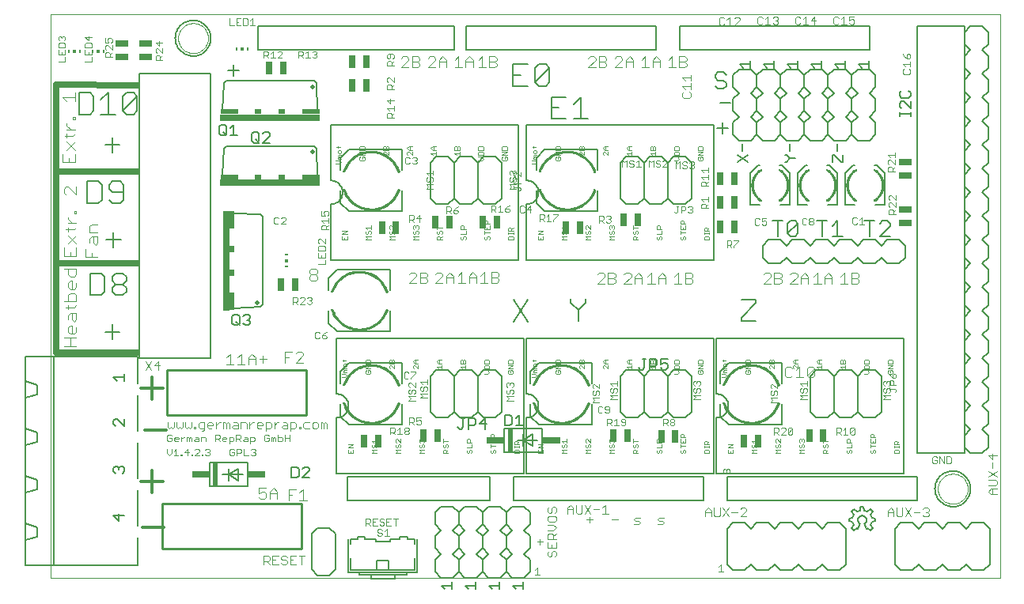
<source format=gto>
G75*
%MOIN*%
%OFA0B0*%
%FSLAX24Y24*%
%IPPOS*%
%LPD*%
%AMOC8*
5,1,8,0,0,1.08239X$1,22.5*
%
%ADD10C,0.0000*%
%ADD11C,0.0276*%
%ADD12C,0.0030*%
%ADD13C,0.0080*%
%ADD14C,0.0060*%
%ADD15C,0.0120*%
%ADD16C,0.0040*%
%ADD17R,0.0256X0.0551*%
%ADD18C,0.0008*%
%ADD19C,0.0050*%
%ADD20C,0.0200*%
%ADD21R,0.4200X0.0300*%
%ADD22R,0.0750X0.0200*%
%ADD23R,0.0300X0.0200*%
%ADD24R,0.0300X0.4200*%
%ADD25R,0.0200X0.0750*%
%ADD26R,0.0200X0.0300*%
%ADD27R,0.0200X0.1000*%
%ADD28R,0.0750X0.0300*%
%ADD29R,0.0059X0.0118*%
%ADD30R,0.0118X0.0118*%
%ADD31C,0.0020*%
%ADD32R,0.0551X0.0256*%
%ADD33R,0.0118X0.0059*%
%ADD34C,0.0100*%
D10*
X006933Y007050D02*
X046928Y007050D01*
X046928Y030796D01*
X006933Y030796D01*
X006933Y007050D01*
X012303Y029800D02*
X012305Y029850D01*
X012311Y029900D01*
X012321Y029949D01*
X012335Y029997D01*
X012352Y030044D01*
X012373Y030089D01*
X012398Y030133D01*
X012426Y030174D01*
X012458Y030213D01*
X012492Y030250D01*
X012529Y030284D01*
X012569Y030314D01*
X012611Y030341D01*
X012655Y030365D01*
X012701Y030386D01*
X012748Y030402D01*
X012796Y030415D01*
X012846Y030424D01*
X012895Y030429D01*
X012946Y030430D01*
X012996Y030427D01*
X013045Y030420D01*
X013094Y030409D01*
X013142Y030394D01*
X013188Y030376D01*
X013233Y030354D01*
X013276Y030328D01*
X013317Y030299D01*
X013356Y030267D01*
X013392Y030232D01*
X013424Y030194D01*
X013454Y030154D01*
X013481Y030111D01*
X013504Y030067D01*
X013523Y030021D01*
X013539Y029973D01*
X013551Y029924D01*
X013559Y029875D01*
X013563Y029825D01*
X013563Y029775D01*
X013559Y029725D01*
X013551Y029676D01*
X013539Y029627D01*
X013523Y029579D01*
X013504Y029533D01*
X013481Y029489D01*
X013454Y029446D01*
X013424Y029406D01*
X013392Y029368D01*
X013356Y029333D01*
X013317Y029301D01*
X013276Y029272D01*
X013233Y029246D01*
X013188Y029224D01*
X013142Y029206D01*
X013094Y029191D01*
X013045Y029180D01*
X012996Y029173D01*
X012946Y029170D01*
X012895Y029171D01*
X012846Y029176D01*
X012796Y029185D01*
X012748Y029198D01*
X012701Y029214D01*
X012655Y029235D01*
X012611Y029259D01*
X012569Y029286D01*
X012529Y029316D01*
X012492Y029350D01*
X012458Y029387D01*
X012426Y029426D01*
X012398Y029467D01*
X012373Y029511D01*
X012352Y029556D01*
X012335Y029603D01*
X012321Y029651D01*
X012311Y029700D01*
X012305Y029750D01*
X012303Y029800D01*
X044303Y010800D02*
X044305Y010850D01*
X044311Y010900D01*
X044321Y010949D01*
X044335Y010997D01*
X044352Y011044D01*
X044373Y011089D01*
X044398Y011133D01*
X044426Y011174D01*
X044458Y011213D01*
X044492Y011250D01*
X044529Y011284D01*
X044569Y011314D01*
X044611Y011341D01*
X044655Y011365D01*
X044701Y011386D01*
X044748Y011402D01*
X044796Y011415D01*
X044846Y011424D01*
X044895Y011429D01*
X044946Y011430D01*
X044996Y011427D01*
X045045Y011420D01*
X045094Y011409D01*
X045142Y011394D01*
X045188Y011376D01*
X045233Y011354D01*
X045276Y011328D01*
X045317Y011299D01*
X045356Y011267D01*
X045392Y011232D01*
X045424Y011194D01*
X045454Y011154D01*
X045481Y011111D01*
X045504Y011067D01*
X045523Y011021D01*
X045539Y010973D01*
X045551Y010924D01*
X045559Y010875D01*
X045563Y010825D01*
X045563Y010775D01*
X045559Y010725D01*
X045551Y010676D01*
X045539Y010627D01*
X045523Y010579D01*
X045504Y010533D01*
X045481Y010489D01*
X045454Y010446D01*
X045424Y010406D01*
X045392Y010368D01*
X045356Y010333D01*
X045317Y010301D01*
X045276Y010272D01*
X045233Y010246D01*
X045188Y010224D01*
X045142Y010206D01*
X045094Y010191D01*
X045045Y010180D01*
X044996Y010173D01*
X044946Y010170D01*
X044895Y010171D01*
X044846Y010176D01*
X044796Y010185D01*
X044748Y010198D01*
X044701Y010214D01*
X044655Y010235D01*
X044611Y010259D01*
X044569Y010286D01*
X044529Y010316D01*
X044492Y010350D01*
X044458Y010387D01*
X044426Y010426D01*
X044398Y010467D01*
X044373Y010511D01*
X044352Y010556D01*
X044335Y010603D01*
X044321Y010651D01*
X044311Y010700D01*
X044305Y010750D01*
X044303Y010800D01*
D11*
X010558Y016550D02*
X007183Y016550D01*
X007183Y020300D01*
X010558Y020300D01*
X007183Y020300D02*
X007183Y024175D01*
X010558Y024175D01*
X007183Y024175D02*
X007183Y027850D01*
X010558Y027800D01*
D12*
X011353Y028890D02*
X011353Y029035D01*
X011401Y029083D01*
X011498Y029083D01*
X011547Y029035D01*
X011547Y028890D01*
X011643Y028890D02*
X011353Y028890D01*
X011547Y028987D02*
X011643Y029083D01*
X011643Y029185D02*
X011450Y029378D01*
X011401Y029378D01*
X011353Y029330D01*
X011353Y029233D01*
X011401Y029185D01*
X011643Y029185D02*
X011643Y029378D01*
X011498Y029479D02*
X011353Y029624D01*
X011643Y029624D01*
X011498Y029673D02*
X011498Y029479D01*
X009518Y029503D02*
X009518Y029310D01*
X009325Y029503D01*
X009276Y029503D01*
X009228Y029455D01*
X009228Y029358D01*
X009276Y029310D01*
X009276Y029208D02*
X009373Y029208D01*
X009422Y029160D01*
X009422Y029015D01*
X009518Y029015D02*
X009228Y029015D01*
X009228Y029160D01*
X009276Y029208D01*
X009422Y029112D02*
X009518Y029208D01*
X009470Y029604D02*
X009518Y029653D01*
X009518Y029749D01*
X009470Y029798D01*
X009373Y029798D01*
X009325Y029749D01*
X009325Y029701D01*
X009373Y029604D01*
X009228Y029604D01*
X009228Y029798D01*
X008668Y029844D02*
X008378Y029844D01*
X008523Y029699D01*
X008523Y029892D01*
X008426Y029598D02*
X008378Y029549D01*
X008378Y029404D01*
X008668Y029404D01*
X008668Y029549D01*
X008620Y029598D01*
X008426Y029598D01*
X008378Y029303D02*
X008378Y029110D01*
X008668Y029110D01*
X008668Y029303D01*
X008523Y029206D02*
X008523Y029110D01*
X008668Y029008D02*
X008668Y028815D01*
X008378Y028815D01*
X007543Y028815D02*
X007543Y029008D01*
X007543Y029110D02*
X007253Y029110D01*
X007253Y029303D01*
X007253Y029404D02*
X007253Y029549D01*
X007301Y029598D01*
X007495Y029598D01*
X007543Y029549D01*
X007543Y029404D01*
X007253Y029404D01*
X007398Y029206D02*
X007398Y029110D01*
X007543Y029110D02*
X007543Y029303D01*
X007495Y029699D02*
X007543Y029747D01*
X007543Y029844D01*
X007495Y029892D01*
X007447Y029892D01*
X007398Y029844D01*
X007398Y029796D01*
X007398Y029844D02*
X007350Y029892D01*
X007301Y029892D01*
X007253Y029844D01*
X007253Y029747D01*
X007301Y029699D01*
X007253Y028815D02*
X007543Y028815D01*
X014457Y030345D02*
X014651Y030345D01*
X014752Y030345D02*
X014945Y030345D01*
X015046Y030345D02*
X015192Y030345D01*
X015240Y030393D01*
X015240Y030587D01*
X015192Y030635D01*
X015046Y030635D01*
X015046Y030345D01*
X014849Y030490D02*
X014752Y030490D01*
X014752Y030635D02*
X014752Y030345D01*
X014752Y030635D02*
X014945Y030635D01*
X015341Y030538D02*
X015438Y030635D01*
X015438Y030345D01*
X015341Y030345D02*
X015535Y030345D01*
X014457Y030345D02*
X014457Y030635D01*
X015898Y029255D02*
X016043Y029255D01*
X016092Y029207D01*
X016092Y029110D01*
X016043Y029062D01*
X015898Y029062D01*
X015898Y028965D02*
X015898Y029255D01*
X015995Y029062D02*
X016092Y028965D01*
X016193Y028965D02*
X016386Y028965D01*
X016290Y028965D02*
X016290Y029255D01*
X016193Y029158D01*
X016488Y029207D02*
X016536Y029255D01*
X016633Y029255D01*
X016681Y029207D01*
X016681Y029158D01*
X016488Y028965D01*
X016681Y028965D01*
X017364Y028970D02*
X017364Y029260D01*
X017510Y029260D01*
X017558Y029212D01*
X017558Y029115D01*
X017510Y029067D01*
X017364Y029067D01*
X017461Y029067D02*
X017558Y028970D01*
X017659Y028970D02*
X017853Y028970D01*
X017756Y028970D02*
X017756Y029260D01*
X017659Y029163D01*
X017954Y029212D02*
X018002Y029260D01*
X018099Y029260D01*
X018147Y029212D01*
X018147Y029163D01*
X018099Y029115D01*
X018147Y029067D01*
X018147Y029018D01*
X018099Y028970D01*
X018002Y028970D01*
X017954Y029018D01*
X018050Y029115D02*
X018099Y029115D01*
X021103Y029080D02*
X021103Y028983D01*
X021151Y028935D01*
X021200Y028935D01*
X021248Y028983D01*
X021248Y029128D01*
X021151Y029128D02*
X021103Y029080D01*
X021151Y029128D02*
X021345Y029128D01*
X021393Y029080D01*
X021393Y028983D01*
X021345Y028935D01*
X021393Y028833D02*
X021297Y028737D01*
X021297Y028785D02*
X021297Y028640D01*
X021393Y028640D02*
X021103Y028640D01*
X021103Y028785D01*
X021151Y028833D01*
X021248Y028833D01*
X021297Y028785D01*
X021388Y028139D02*
X021388Y027945D01*
X021195Y028139D01*
X021146Y028139D01*
X021098Y028090D01*
X021098Y027994D01*
X021146Y027945D01*
X021146Y027844D02*
X021243Y027844D01*
X021292Y027796D01*
X021292Y027651D01*
X021388Y027651D02*
X021098Y027651D01*
X021098Y027796D01*
X021146Y027844D01*
X021292Y027747D02*
X021388Y027844D01*
X021243Y027239D02*
X021243Y027045D01*
X021098Y027190D01*
X021388Y027190D01*
X021388Y026944D02*
X021388Y026751D01*
X021388Y026847D02*
X021098Y026847D01*
X021195Y026751D01*
X021243Y026650D02*
X021292Y026601D01*
X021292Y026456D01*
X021388Y026456D02*
X021098Y026456D01*
X021098Y026601D01*
X021146Y026650D01*
X021243Y026650D01*
X021292Y026553D02*
X021388Y026650D01*
X021912Y024784D02*
X021864Y024736D01*
X021864Y024543D01*
X021912Y024494D01*
X022009Y024494D01*
X022057Y024543D01*
X022158Y024543D02*
X022207Y024494D01*
X022303Y024494D01*
X022352Y024543D01*
X022352Y024591D01*
X022303Y024639D01*
X022255Y024639D01*
X022303Y024639D02*
X022352Y024688D01*
X022352Y024736D01*
X022303Y024784D01*
X022207Y024784D01*
X022158Y024736D01*
X022057Y024736D02*
X022009Y024784D01*
X021912Y024784D01*
X022753Y024126D02*
X023043Y024126D01*
X023043Y024029D02*
X023043Y024223D01*
X022850Y024029D02*
X022753Y024126D01*
X022801Y023928D02*
X022753Y023880D01*
X022753Y023783D01*
X022801Y023735D01*
X022850Y023735D01*
X022898Y023783D01*
X022898Y023880D01*
X022947Y023928D01*
X022995Y023928D01*
X023043Y023880D01*
X023043Y023783D01*
X022995Y023735D01*
X023043Y023633D02*
X022753Y023633D01*
X022850Y023537D01*
X022753Y023440D01*
X023043Y023440D01*
X023599Y022705D02*
X023744Y022705D01*
X023793Y022656D01*
X023793Y022560D01*
X023744Y022511D01*
X023599Y022511D01*
X023599Y022415D02*
X023599Y022705D01*
X023696Y022511D02*
X023793Y022415D01*
X023894Y022463D02*
X023942Y022415D01*
X024039Y022415D01*
X024087Y022463D01*
X024087Y022511D01*
X024039Y022560D01*
X023894Y022560D01*
X023894Y022463D01*
X023894Y022560D02*
X023991Y022656D01*
X024087Y022705D01*
X025489Y022760D02*
X025489Y022470D01*
X025489Y022567D02*
X025635Y022567D01*
X025683Y022615D01*
X025683Y022712D01*
X025635Y022760D01*
X025489Y022760D01*
X025586Y022567D02*
X025683Y022470D01*
X025784Y022470D02*
X025978Y022470D01*
X025881Y022470D02*
X025881Y022760D01*
X025784Y022663D01*
X026079Y022615D02*
X026224Y022615D01*
X026272Y022567D01*
X026272Y022518D01*
X026224Y022470D01*
X026127Y022470D01*
X026079Y022518D01*
X026079Y022615D01*
X026175Y022712D01*
X026272Y022760D01*
X026694Y022683D02*
X026694Y022489D01*
X026742Y022441D01*
X026839Y022441D01*
X026887Y022489D01*
X026988Y022586D02*
X027182Y022586D01*
X027133Y022441D02*
X027133Y022731D01*
X026988Y022586D01*
X026887Y022683D02*
X026839Y022731D01*
X026742Y022731D01*
X026694Y022683D01*
X026683Y023378D02*
X026731Y023426D01*
X026731Y023474D01*
X026683Y023523D01*
X026441Y023523D01*
X026441Y023571D02*
X026441Y023474D01*
X026543Y023440D02*
X026253Y023440D01*
X026350Y023537D01*
X026253Y023633D01*
X026543Y023633D01*
X026634Y023672D02*
X026634Y023817D01*
X026586Y023866D01*
X026489Y023866D01*
X026441Y023817D01*
X026441Y023672D01*
X026731Y023672D01*
X026543Y023783D02*
X026495Y023735D01*
X026543Y023783D02*
X026543Y023880D01*
X026495Y023928D01*
X026447Y023928D01*
X026398Y023880D01*
X026398Y023783D01*
X026350Y023735D01*
X026301Y023735D01*
X026253Y023783D01*
X026253Y023880D01*
X026301Y023928D01*
X026301Y024029D02*
X026253Y024078D01*
X026253Y024174D01*
X026301Y024223D01*
X026350Y024223D01*
X026398Y024174D01*
X026447Y024223D01*
X026495Y024223D01*
X026543Y024174D01*
X026543Y024078D01*
X026495Y024029D01*
X026441Y024015D02*
X026489Y023967D01*
X026441Y024015D02*
X026441Y024112D01*
X026489Y024160D01*
X026537Y024160D01*
X026731Y023967D01*
X026731Y024160D01*
X026398Y024174D02*
X026398Y024126D01*
X027523Y022380D02*
X027668Y022380D01*
X027717Y022332D01*
X027717Y022235D01*
X027668Y022187D01*
X027523Y022187D01*
X027523Y022090D02*
X027523Y022380D01*
X027620Y022187D02*
X027717Y022090D01*
X027818Y022090D02*
X028011Y022090D01*
X027915Y022090D02*
X027915Y022380D01*
X027818Y022283D01*
X028113Y022380D02*
X028306Y022380D01*
X028306Y022332D01*
X028113Y022138D01*
X028113Y022090D01*
X030028Y022119D02*
X030174Y022119D01*
X030222Y022167D01*
X030222Y022264D01*
X030174Y022312D01*
X030028Y022312D01*
X030028Y022022D01*
X030125Y022119D02*
X030222Y022022D01*
X030323Y022071D02*
X030371Y022022D01*
X030468Y022022D01*
X030517Y022071D01*
X030517Y022119D01*
X030468Y022167D01*
X030420Y022167D01*
X030468Y022167D02*
X030517Y022216D01*
X030517Y022264D01*
X030468Y022312D01*
X030371Y022312D01*
X030323Y022264D01*
X033189Y022481D02*
X033238Y022433D01*
X033286Y022433D01*
X033334Y022481D01*
X033334Y022723D01*
X033286Y022723D02*
X033383Y022723D01*
X033484Y022723D02*
X033629Y022723D01*
X033677Y022674D01*
X033677Y022578D01*
X033629Y022529D01*
X033484Y022529D01*
X033484Y022433D02*
X033484Y022723D01*
X033779Y022674D02*
X033827Y022723D01*
X033924Y022723D01*
X033972Y022674D01*
X033972Y022626D01*
X033924Y022578D01*
X033972Y022529D01*
X033972Y022481D01*
X033924Y022433D01*
X033827Y022433D01*
X033779Y022481D01*
X033875Y022578D02*
X033924Y022578D01*
X034349Y022628D02*
X034349Y022773D01*
X034397Y022821D01*
X034494Y022821D01*
X034542Y022773D01*
X034542Y022628D01*
X034542Y022724D02*
X034639Y022821D01*
X034639Y022922D02*
X034639Y023116D01*
X034639Y023019D02*
X034349Y023019D01*
X034445Y022922D01*
X034349Y022628D02*
X034639Y022628D01*
X034618Y023565D02*
X034328Y023565D01*
X034328Y023710D01*
X034376Y023759D01*
X034473Y023759D01*
X034522Y023710D01*
X034522Y023565D01*
X034522Y023662D02*
X034618Y023759D01*
X034618Y023860D02*
X034618Y024053D01*
X034618Y023956D02*
X034328Y023956D01*
X034425Y023860D01*
X034425Y024154D02*
X034328Y024251D01*
X034618Y024251D01*
X034618Y024154D02*
X034618Y024348D01*
X034035Y024356D02*
X033986Y024308D01*
X033890Y024308D01*
X033841Y024356D01*
X033740Y024356D02*
X033692Y024308D01*
X033595Y024308D01*
X033547Y024356D01*
X033595Y024453D02*
X033692Y024453D01*
X033740Y024404D01*
X033740Y024356D01*
X033595Y024453D02*
X033547Y024501D01*
X033547Y024549D01*
X033595Y024598D01*
X033692Y024598D01*
X033740Y024549D01*
X033841Y024549D02*
X033890Y024598D01*
X033986Y024598D01*
X034035Y024549D01*
X034035Y024501D01*
X033986Y024453D01*
X034035Y024404D01*
X034035Y024356D01*
X033986Y024453D02*
X033938Y024453D01*
X033445Y024598D02*
X033445Y024308D01*
X033252Y024308D02*
X033252Y024598D01*
X033349Y024501D01*
X033445Y024598D01*
X032910Y024612D02*
X032910Y024563D01*
X032716Y024370D01*
X032910Y024370D01*
X032910Y024612D02*
X032861Y024660D01*
X032765Y024660D01*
X032716Y024612D01*
X032615Y024612D02*
X032567Y024660D01*
X032470Y024660D01*
X032422Y024612D01*
X032422Y024563D01*
X032470Y024515D01*
X032567Y024515D01*
X032615Y024467D01*
X032615Y024418D01*
X032567Y024370D01*
X032470Y024370D01*
X032422Y024418D01*
X032320Y024370D02*
X032320Y024660D01*
X032224Y024563D01*
X032127Y024660D01*
X032127Y024370D01*
X031785Y024370D02*
X031591Y024370D01*
X031688Y024370D02*
X031688Y024660D01*
X031591Y024563D01*
X031490Y024612D02*
X031442Y024660D01*
X031345Y024660D01*
X031297Y024612D01*
X031297Y024563D01*
X031345Y024515D01*
X031442Y024515D01*
X031490Y024467D01*
X031490Y024418D01*
X031442Y024370D01*
X031345Y024370D01*
X031297Y024418D01*
X031195Y024370D02*
X031195Y024660D01*
X031099Y024563D01*
X031002Y024660D01*
X031002Y024370D01*
X033595Y027291D02*
X033838Y027291D01*
X033899Y027352D01*
X033899Y027473D01*
X033838Y027534D01*
X033899Y027654D02*
X033899Y027897D01*
X033899Y028016D02*
X033899Y028259D01*
X033899Y028138D02*
X033535Y028138D01*
X033656Y028016D01*
X033535Y027775D02*
X033899Y027775D01*
X033656Y027654D02*
X033535Y027775D01*
X033595Y027534D02*
X033535Y027473D01*
X033535Y027352D01*
X033595Y027291D01*
X035144Y030358D02*
X035252Y030358D01*
X035306Y030412D01*
X035416Y030358D02*
X035633Y030358D01*
X035525Y030358D02*
X035525Y030683D01*
X035416Y030575D01*
X035306Y030629D02*
X035252Y030683D01*
X035144Y030683D01*
X035090Y030629D01*
X035090Y030412D01*
X035144Y030358D01*
X035743Y030358D02*
X035959Y030575D01*
X035959Y030629D01*
X035905Y030683D01*
X035797Y030683D01*
X035743Y030629D01*
X035743Y030358D02*
X035959Y030358D01*
X036704Y030432D02*
X036704Y030648D01*
X036758Y030703D01*
X036867Y030703D01*
X036921Y030648D01*
X037031Y030594D02*
X037139Y030703D01*
X037139Y030378D01*
X037031Y030378D02*
X037247Y030378D01*
X037357Y030432D02*
X037411Y030378D01*
X037519Y030378D01*
X037573Y030432D01*
X037573Y030486D01*
X037519Y030540D01*
X037465Y030540D01*
X037519Y030540D02*
X037573Y030594D01*
X037573Y030648D01*
X037519Y030703D01*
X037411Y030703D01*
X037357Y030648D01*
X036921Y030432D02*
X036867Y030378D01*
X036758Y030378D01*
X036704Y030432D01*
X038299Y030432D02*
X038353Y030378D01*
X038461Y030378D01*
X038515Y030432D01*
X038625Y030378D02*
X038841Y030378D01*
X038733Y030378D02*
X038733Y030703D01*
X038625Y030594D01*
X038515Y030648D02*
X038461Y030703D01*
X038353Y030703D01*
X038299Y030648D01*
X038299Y030432D01*
X038951Y030540D02*
X039168Y030540D01*
X039114Y030378D02*
X039114Y030703D01*
X038951Y030540D01*
X039913Y030432D02*
X039967Y030378D01*
X040075Y030378D01*
X040129Y030432D01*
X040239Y030378D02*
X040456Y030378D01*
X040347Y030378D02*
X040347Y030703D01*
X040239Y030594D01*
X040129Y030648D02*
X040075Y030703D01*
X039967Y030703D01*
X039913Y030648D01*
X039913Y030432D01*
X040565Y030432D02*
X040620Y030378D01*
X040728Y030378D01*
X040782Y030432D01*
X040782Y030540D01*
X040728Y030594D01*
X040674Y030594D01*
X040565Y030540D01*
X040565Y030703D01*
X040782Y030703D01*
X042822Y029146D02*
X042876Y029038D01*
X042984Y028930D01*
X042984Y029092D01*
X043038Y029146D01*
X043093Y029146D01*
X043147Y029092D01*
X043147Y028984D01*
X043093Y028930D01*
X042984Y028930D01*
X043147Y028820D02*
X043147Y028603D01*
X043147Y028712D02*
X042822Y028712D01*
X042930Y028603D01*
X042876Y028494D02*
X042822Y028439D01*
X042822Y028331D01*
X042876Y028277D01*
X043093Y028277D01*
X043147Y028331D01*
X043147Y028439D01*
X043093Y028494D01*
X042488Y024964D02*
X042488Y024770D01*
X042488Y024867D02*
X042198Y024867D01*
X042295Y024770D01*
X042295Y024669D02*
X042246Y024669D01*
X042198Y024621D01*
X042198Y024524D01*
X042246Y024476D01*
X042246Y024375D02*
X042343Y024375D01*
X042392Y024326D01*
X042392Y024181D01*
X042488Y024181D02*
X042198Y024181D01*
X042198Y024326D01*
X042246Y024375D01*
X042392Y024278D02*
X042488Y024375D01*
X042488Y024476D02*
X042295Y024669D01*
X042488Y024669D02*
X042488Y024476D01*
X042518Y023173D02*
X042518Y022979D01*
X042325Y023173D01*
X042276Y023173D01*
X042228Y023124D01*
X042228Y023028D01*
X042276Y022979D01*
X042276Y022878D02*
X042228Y022830D01*
X042228Y022733D01*
X042276Y022685D01*
X042276Y022583D02*
X042373Y022583D01*
X042422Y022535D01*
X042422Y022390D01*
X042518Y022390D02*
X042228Y022390D01*
X042228Y022535D01*
X042276Y022583D01*
X042422Y022487D02*
X042518Y022583D01*
X042518Y022685D02*
X042325Y022878D01*
X042276Y022878D01*
X042518Y022878D02*
X042518Y022685D01*
X041100Y022243D02*
X041100Y021952D01*
X041196Y021952D02*
X041003Y021952D01*
X040902Y022001D02*
X040853Y021952D01*
X040757Y021952D01*
X040708Y022001D01*
X040708Y022194D01*
X040757Y022243D01*
X040853Y022243D01*
X040902Y022194D01*
X041003Y022146D02*
X041100Y022243D01*
X039072Y022172D02*
X039072Y022124D01*
X039024Y022075D01*
X038927Y022075D01*
X038879Y022124D01*
X038879Y022172D01*
X038927Y022220D01*
X039024Y022220D01*
X039072Y022172D01*
X039024Y022075D02*
X039072Y022027D01*
X039072Y021978D01*
X039024Y021930D01*
X038927Y021930D01*
X038879Y021978D01*
X038879Y022027D01*
X038927Y022075D01*
X038778Y021978D02*
X038729Y021930D01*
X038632Y021930D01*
X038584Y021978D01*
X038584Y022172D01*
X038632Y022220D01*
X038729Y022220D01*
X038778Y022172D01*
X037081Y022212D02*
X036888Y022212D01*
X036888Y022067D01*
X036984Y022115D01*
X037033Y022115D01*
X037081Y022067D01*
X037081Y021970D01*
X037033Y021922D01*
X036936Y021922D01*
X036888Y021970D01*
X036786Y021970D02*
X036738Y021922D01*
X036641Y021922D01*
X036593Y021970D01*
X036593Y022164D01*
X036641Y022212D01*
X036738Y022212D01*
X036786Y022164D01*
X035910Y021280D02*
X035716Y021280D01*
X035615Y021232D02*
X035615Y021135D01*
X035567Y021087D01*
X035422Y021087D01*
X035518Y021087D02*
X035615Y020990D01*
X035716Y020990D02*
X035716Y021038D01*
X035910Y021232D01*
X035910Y021280D01*
X035615Y021232D02*
X035567Y021280D01*
X035422Y021280D01*
X035422Y020990D01*
X042253Y015660D02*
X042301Y015564D01*
X042398Y015467D01*
X042398Y015612D01*
X042447Y015660D01*
X042495Y015660D01*
X042543Y015612D01*
X042543Y015515D01*
X042495Y015467D01*
X042398Y015467D01*
X042398Y015366D02*
X042447Y015317D01*
X042447Y015172D01*
X042543Y015172D02*
X042253Y015172D01*
X042253Y015317D01*
X042301Y015366D01*
X042398Y015366D01*
X042293Y015299D02*
X042293Y015203D01*
X042245Y015154D01*
X042253Y015071D02*
X042253Y014974D01*
X042253Y015023D02*
X042495Y015023D01*
X042543Y014974D01*
X042543Y014926D01*
X042495Y014878D01*
X042293Y014908D02*
X042245Y014860D01*
X042293Y014908D02*
X042293Y015005D01*
X042245Y015053D01*
X042197Y015053D01*
X042148Y015005D01*
X042148Y014908D01*
X042100Y014860D01*
X042051Y014860D01*
X042003Y014908D01*
X042003Y015005D01*
X042051Y015053D01*
X042051Y015154D02*
X042003Y015203D01*
X042003Y015299D01*
X042051Y015348D01*
X042100Y015348D01*
X042148Y015299D01*
X042197Y015348D01*
X042245Y015348D01*
X042293Y015299D01*
X042148Y015299D02*
X042148Y015251D01*
X042003Y014758D02*
X042293Y014758D01*
X042293Y014565D02*
X042003Y014565D01*
X042100Y014662D01*
X042003Y014758D01*
X040758Y013380D02*
X040806Y013332D01*
X040613Y013138D01*
X040661Y013090D01*
X040758Y013090D01*
X040806Y013138D01*
X040806Y013332D01*
X040758Y013380D02*
X040661Y013380D01*
X040613Y013332D01*
X040613Y013138D01*
X040511Y013090D02*
X040318Y013090D01*
X040415Y013090D02*
X040415Y013380D01*
X040318Y013283D01*
X040217Y013235D02*
X040168Y013187D01*
X040023Y013187D01*
X040023Y013090D02*
X040023Y013380D01*
X040168Y013380D01*
X040217Y013332D01*
X040217Y013235D01*
X040120Y013187D02*
X040217Y013090D01*
X038181Y013138D02*
X038133Y013090D01*
X038036Y013090D01*
X037988Y013138D01*
X038181Y013332D01*
X038181Y013138D01*
X037988Y013138D02*
X037988Y013332D01*
X038036Y013380D01*
X038133Y013380D01*
X038181Y013332D01*
X037886Y013332D02*
X037838Y013380D01*
X037741Y013380D01*
X037693Y013332D01*
X037592Y013332D02*
X037592Y013235D01*
X037543Y013187D01*
X037398Y013187D01*
X037398Y013090D02*
X037398Y013380D01*
X037543Y013380D01*
X037592Y013332D01*
X037495Y013187D02*
X037592Y013090D01*
X037693Y013090D02*
X037886Y013283D01*
X037886Y013332D01*
X037886Y013090D02*
X037693Y013090D01*
X037543Y014440D02*
X037253Y014440D01*
X037350Y014537D01*
X037253Y014633D01*
X037543Y014633D01*
X037495Y014735D02*
X037543Y014783D01*
X037543Y014880D01*
X037495Y014928D01*
X037447Y014928D01*
X037398Y014880D01*
X037398Y014783D01*
X037350Y014735D01*
X037301Y014735D01*
X037253Y014783D01*
X037253Y014880D01*
X037301Y014928D01*
X037301Y015029D02*
X037253Y015078D01*
X037253Y015174D01*
X037301Y015223D01*
X037350Y015223D01*
X037543Y015029D01*
X037543Y015223D01*
X038503Y015251D02*
X038793Y015251D01*
X038793Y015154D02*
X038793Y015348D01*
X038600Y015154D02*
X038503Y015251D01*
X038551Y015053D02*
X038503Y015005D01*
X038503Y014908D01*
X038551Y014860D01*
X038600Y014860D01*
X038648Y014908D01*
X038648Y015005D01*
X038697Y015053D01*
X038745Y015053D01*
X038793Y015005D01*
X038793Y014908D01*
X038745Y014860D01*
X038793Y014758D02*
X038503Y014758D01*
X038600Y014662D01*
X038503Y014565D01*
X038793Y014565D01*
X035543Y011585D02*
X035543Y011488D01*
X035495Y011440D01*
X035447Y011440D01*
X035398Y011488D01*
X035398Y011585D01*
X035447Y011633D01*
X035495Y011633D01*
X035543Y011585D01*
X035398Y011585D02*
X035350Y011633D01*
X035301Y011633D01*
X035253Y011585D01*
X035253Y011488D01*
X035301Y011440D01*
X035350Y011440D01*
X035398Y011488D01*
X035494Y009998D02*
X035247Y009627D01*
X035126Y009689D02*
X035064Y009627D01*
X034941Y009627D01*
X034879Y009689D01*
X034879Y009998D01*
X034758Y009874D02*
X034758Y009627D01*
X034758Y009813D02*
X034511Y009813D01*
X034511Y009874D02*
X034634Y009998D01*
X034758Y009874D01*
X034511Y009874D02*
X034511Y009627D01*
X035126Y009689D02*
X035126Y009998D01*
X035247Y009998D02*
X035494Y009627D01*
X035616Y009813D02*
X035863Y009813D01*
X035984Y009936D02*
X036046Y009998D01*
X036169Y009998D01*
X036231Y009936D01*
X036231Y009874D01*
X035984Y009627D01*
X036231Y009627D01*
X035170Y007605D02*
X035170Y007315D01*
X035073Y007315D02*
X035267Y007315D01*
X035073Y007508D02*
X035170Y007605D01*
X032758Y009377D02*
X032696Y009438D01*
X032573Y009438D01*
X032511Y009500D01*
X032573Y009562D01*
X032758Y009562D01*
X032758Y009377D02*
X032696Y009315D01*
X032511Y009315D01*
X031758Y009377D02*
X031696Y009438D01*
X031573Y009438D01*
X031511Y009500D01*
X031573Y009562D01*
X031758Y009562D01*
X031758Y009377D02*
X031696Y009315D01*
X031511Y009315D01*
X030820Y009500D02*
X030573Y009500D01*
X030418Y009752D02*
X030172Y009752D01*
X030295Y009752D02*
X030295Y010123D01*
X030172Y009999D01*
X030050Y009938D02*
X029803Y009938D01*
X029682Y010123D02*
X029435Y009752D01*
X029314Y009814D02*
X029314Y010123D01*
X029435Y010123D02*
X029682Y009752D01*
X029634Y009624D02*
X029634Y009377D01*
X029511Y009500D02*
X029758Y009500D01*
X029314Y009814D02*
X029252Y009752D01*
X029128Y009752D01*
X029067Y009814D01*
X029067Y010123D01*
X028945Y009999D02*
X028822Y010123D01*
X028698Y009999D01*
X028698Y009752D01*
X028698Y009938D02*
X028945Y009938D01*
X028945Y009999D02*
X028945Y009752D01*
X028231Y009843D02*
X028169Y009782D01*
X028231Y009843D02*
X028231Y009967D01*
X028169Y010028D01*
X028107Y010028D01*
X028046Y009967D01*
X028046Y009843D01*
X027984Y009782D01*
X027922Y009782D01*
X027861Y009843D01*
X027861Y009967D01*
X027922Y010028D01*
X027922Y009660D02*
X027861Y009598D01*
X027861Y009475D01*
X027922Y009413D01*
X028169Y009413D01*
X028231Y009475D01*
X028231Y009598D01*
X028169Y009660D01*
X027922Y009660D01*
X027861Y009292D02*
X028107Y009292D01*
X028231Y009168D01*
X028107Y009045D01*
X027861Y009045D01*
X027922Y008924D02*
X028046Y008924D01*
X028107Y008862D01*
X028107Y008677D01*
X028107Y008800D02*
X028231Y008924D01*
X028231Y008677D02*
X027861Y008677D01*
X027861Y008862D01*
X027922Y008924D01*
X027861Y008555D02*
X027861Y008308D01*
X028231Y008308D01*
X028231Y008555D01*
X028046Y008432D02*
X028046Y008308D01*
X028107Y008187D02*
X028169Y008187D01*
X028231Y008125D01*
X028231Y008002D01*
X028169Y007940D01*
X028046Y008002D02*
X028046Y008125D01*
X028107Y008187D01*
X027922Y008187D02*
X027861Y008125D01*
X027861Y008002D01*
X027922Y007940D01*
X027984Y007940D01*
X028046Y008002D01*
X027546Y008440D02*
X027546Y008687D01*
X027669Y008563D02*
X027422Y008563D01*
X027420Y007480D02*
X027420Y007190D01*
X027323Y007190D02*
X027517Y007190D01*
X027323Y007383D02*
X027420Y007480D01*
X021570Y009543D02*
X021377Y009543D01*
X021474Y009543D02*
X021474Y009252D01*
X021276Y009252D02*
X021082Y009252D01*
X021082Y009543D01*
X021276Y009543D01*
X021179Y009398D02*
X021082Y009398D01*
X020981Y009349D02*
X020981Y009301D01*
X020933Y009252D01*
X020836Y009252D01*
X020788Y009301D01*
X020836Y009398D02*
X020933Y009398D01*
X020981Y009349D01*
X020981Y009494D02*
X020933Y009543D01*
X020836Y009543D01*
X020788Y009494D01*
X020788Y009446D01*
X020836Y009398D01*
X020686Y009543D02*
X020493Y009543D01*
X020493Y009252D01*
X020686Y009252D01*
X020747Y009105D02*
X020698Y009057D01*
X020698Y009008D01*
X020747Y008960D01*
X020843Y008960D01*
X020892Y008912D01*
X020892Y008863D01*
X020843Y008815D01*
X020747Y008815D01*
X020698Y008863D01*
X020747Y009105D02*
X020843Y009105D01*
X020892Y009057D01*
X020993Y009008D02*
X021090Y009105D01*
X021090Y008815D01*
X021186Y008815D02*
X020993Y008815D01*
X020392Y009252D02*
X020295Y009349D01*
X020343Y009349D02*
X020198Y009349D01*
X020198Y009252D02*
X020198Y009543D01*
X020343Y009543D01*
X020392Y009494D01*
X020392Y009398D01*
X020343Y009349D01*
X020493Y009398D02*
X020590Y009398D01*
X017002Y012799D02*
X017002Y013089D01*
X017030Y013229D02*
X017030Y013599D01*
X017215Y013599D01*
X017277Y013538D01*
X017277Y013414D01*
X017215Y013353D01*
X017030Y013353D01*
X016908Y013353D02*
X016723Y013353D01*
X016661Y013414D01*
X016723Y013476D01*
X016908Y013476D01*
X016908Y013538D02*
X016908Y013353D01*
X016908Y013538D02*
X016847Y013599D01*
X016723Y013599D01*
X016540Y013599D02*
X016478Y013599D01*
X016354Y013476D01*
X016354Y013353D02*
X016354Y013599D01*
X016233Y013538D02*
X016233Y013414D01*
X016171Y013353D01*
X015986Y013353D01*
X015986Y013229D02*
X015986Y013599D01*
X016171Y013599D01*
X016233Y013538D01*
X015865Y013538D02*
X015865Y013476D01*
X015618Y013476D01*
X015618Y013538D02*
X015680Y013599D01*
X015803Y013599D01*
X015865Y013538D01*
X015803Y013353D02*
X015680Y013353D01*
X015618Y013414D01*
X015618Y013538D01*
X015496Y013599D02*
X015434Y013599D01*
X015311Y013476D01*
X015311Y013353D02*
X015311Y013599D01*
X015189Y013538D02*
X015189Y013353D01*
X015189Y013538D02*
X015128Y013599D01*
X014943Y013599D01*
X014943Y013353D01*
X014821Y013353D02*
X014636Y013353D01*
X014574Y013414D01*
X014636Y013476D01*
X014821Y013476D01*
X014821Y013538D02*
X014821Y013353D01*
X014821Y013538D02*
X014759Y013599D01*
X014636Y013599D01*
X014453Y013538D02*
X014453Y013353D01*
X014329Y013353D02*
X014329Y013538D01*
X014391Y013599D01*
X014453Y013538D01*
X014329Y013538D02*
X014268Y013599D01*
X014206Y013599D01*
X014206Y013353D01*
X014084Y013599D02*
X014023Y013599D01*
X013899Y013476D01*
X013778Y013476D02*
X013531Y013476D01*
X013531Y013538D02*
X013592Y013599D01*
X013716Y013599D01*
X013778Y013538D01*
X013778Y013476D01*
X013716Y013353D02*
X013592Y013353D01*
X013531Y013414D01*
X013531Y013538D01*
X013409Y013599D02*
X013409Y013291D01*
X013348Y013229D01*
X013286Y013229D01*
X013224Y013353D02*
X013409Y013353D01*
X013224Y013353D02*
X013162Y013414D01*
X013162Y013538D01*
X013224Y013599D01*
X013409Y013599D01*
X013040Y013414D02*
X013040Y013353D01*
X012978Y013353D01*
X012978Y013414D01*
X013040Y013414D01*
X012857Y013414D02*
X012795Y013353D01*
X012733Y013414D01*
X012672Y013353D01*
X012610Y013414D01*
X012610Y013599D01*
X012489Y013599D02*
X012489Y013414D01*
X012427Y013353D01*
X012365Y013414D01*
X012303Y013353D01*
X012242Y013414D01*
X012242Y013599D01*
X012120Y013599D02*
X012120Y013414D01*
X012058Y013353D01*
X011997Y013414D01*
X011935Y013353D01*
X011873Y013414D01*
X011873Y013599D01*
X011897Y013089D02*
X011848Y013041D01*
X011848Y012847D01*
X011897Y012799D01*
X011993Y012799D01*
X012042Y012847D01*
X012042Y012944D01*
X011945Y012944D01*
X012042Y013041D02*
X011993Y013089D01*
X011897Y013089D01*
X012143Y012944D02*
X012191Y012992D01*
X012288Y012992D01*
X012336Y012944D01*
X012336Y012896D01*
X012143Y012896D01*
X012143Y012944D02*
X012143Y012847D01*
X012191Y012799D01*
X012288Y012799D01*
X012438Y012799D02*
X012438Y012992D01*
X012438Y012896D02*
X012534Y012992D01*
X012583Y012992D01*
X012683Y012992D02*
X012732Y012992D01*
X012780Y012944D01*
X012828Y012992D01*
X012877Y012944D01*
X012877Y012799D01*
X012780Y012799D02*
X012780Y012944D01*
X012683Y012992D02*
X012683Y012799D01*
X012978Y012847D02*
X013026Y012896D01*
X013171Y012896D01*
X013171Y012944D02*
X013171Y012799D01*
X013026Y012799D01*
X012978Y012847D01*
X013026Y012992D02*
X013123Y012992D01*
X013171Y012944D01*
X013272Y012992D02*
X013418Y012992D01*
X013466Y012944D01*
X013466Y012799D01*
X013272Y012799D02*
X013272Y012992D01*
X013147Y012489D02*
X013050Y012489D01*
X013002Y012441D01*
X013147Y012489D02*
X013195Y012441D01*
X013195Y012392D01*
X013002Y012199D01*
X013195Y012199D01*
X013297Y012199D02*
X013345Y012199D01*
X013345Y012247D01*
X013297Y012247D01*
X013297Y012199D01*
X013444Y012247D02*
X013492Y012199D01*
X013589Y012199D01*
X013637Y012247D01*
X013637Y012296D01*
X013589Y012344D01*
X013541Y012344D01*
X013589Y012344D02*
X013637Y012392D01*
X013637Y012441D01*
X013589Y012489D01*
X013492Y012489D01*
X013444Y012441D01*
X013862Y012799D02*
X013862Y013089D01*
X014007Y013089D01*
X014055Y013041D01*
X014055Y012944D01*
X014007Y012896D01*
X013862Y012896D01*
X013959Y012896D02*
X014055Y012799D01*
X014156Y012847D02*
X014156Y012944D01*
X014205Y012992D01*
X014302Y012992D01*
X014350Y012944D01*
X014350Y012896D01*
X014156Y012896D01*
X014156Y012847D02*
X014205Y012799D01*
X014302Y012799D01*
X014451Y012799D02*
X014596Y012799D01*
X014645Y012847D01*
X014645Y012944D01*
X014596Y012992D01*
X014451Y012992D01*
X014451Y012702D01*
X014522Y012493D02*
X014473Y012444D01*
X014473Y012251D01*
X014522Y012202D01*
X014618Y012202D01*
X014667Y012251D01*
X014667Y012348D01*
X014570Y012348D01*
X014667Y012444D02*
X014618Y012493D01*
X014522Y012493D01*
X014768Y012493D02*
X014768Y012202D01*
X014768Y012299D02*
X014913Y012299D01*
X014961Y012348D01*
X014961Y012444D01*
X014913Y012493D01*
X014768Y012493D01*
X015063Y012493D02*
X015063Y012202D01*
X015256Y012202D01*
X015357Y012251D02*
X015406Y012202D01*
X015502Y012202D01*
X015551Y012251D01*
X015551Y012299D01*
X015502Y012348D01*
X015454Y012348D01*
X015502Y012348D02*
X015551Y012396D01*
X015551Y012444D01*
X015502Y012493D01*
X015406Y012493D01*
X015357Y012444D01*
X015335Y012702D02*
X015335Y012992D01*
X015480Y012992D01*
X015529Y012944D01*
X015529Y012847D01*
X015480Y012799D01*
X015335Y012799D01*
X015234Y012799D02*
X015089Y012799D01*
X015040Y012847D01*
X015089Y012896D01*
X015234Y012896D01*
X015234Y012944D02*
X015234Y012799D01*
X015234Y012944D02*
X015186Y012992D01*
X015089Y012992D01*
X014939Y013041D02*
X014939Y012944D01*
X014891Y012896D01*
X014746Y012896D01*
X014842Y012896D02*
X014939Y012799D01*
X014746Y012799D02*
X014746Y013089D01*
X014891Y013089D01*
X014939Y013041D01*
X015924Y013041D02*
X015924Y012847D01*
X015973Y012799D01*
X016069Y012799D01*
X016118Y012847D01*
X016118Y012944D01*
X016021Y012944D01*
X015924Y013041D02*
X015973Y013089D01*
X016069Y013089D01*
X016118Y013041D01*
X016219Y012992D02*
X016267Y012992D01*
X016316Y012944D01*
X016364Y012992D01*
X016412Y012944D01*
X016412Y012799D01*
X016316Y012799D02*
X016316Y012944D01*
X016219Y012992D02*
X016219Y012799D01*
X016514Y012799D02*
X016659Y012799D01*
X016707Y012847D01*
X016707Y012944D01*
X016659Y012992D01*
X016514Y012992D01*
X016514Y013089D02*
X016514Y012799D01*
X016808Y012799D02*
X016808Y013089D01*
X016808Y012944D02*
X017002Y012944D01*
X017398Y013353D02*
X017460Y013353D01*
X017460Y013414D01*
X017398Y013414D01*
X017398Y013353D01*
X017582Y013414D02*
X017644Y013353D01*
X017829Y013353D01*
X017951Y013414D02*
X018012Y013353D01*
X018136Y013353D01*
X018197Y013414D01*
X018197Y013538D01*
X018136Y013599D01*
X018012Y013599D01*
X017951Y013538D01*
X017951Y013414D01*
X017829Y013599D02*
X017644Y013599D01*
X017582Y013538D01*
X017582Y013414D01*
X018319Y013353D02*
X018319Y013599D01*
X018381Y013599D01*
X018442Y013538D01*
X018504Y013599D01*
X018566Y013538D01*
X018566Y013353D01*
X018442Y013353D02*
X018442Y013538D01*
X021239Y013385D02*
X021385Y013385D01*
X021433Y013337D01*
X021433Y013240D01*
X021385Y013192D01*
X021239Y013192D01*
X021239Y013095D02*
X021239Y013385D01*
X021336Y013192D02*
X021433Y013095D01*
X021534Y013095D02*
X021728Y013095D01*
X021631Y013095D02*
X021631Y013385D01*
X021534Y013288D01*
X021829Y013288D02*
X021829Y013337D01*
X021877Y013385D01*
X021974Y013385D01*
X022022Y013337D01*
X022022Y013288D01*
X021974Y013240D01*
X021877Y013240D01*
X021829Y013288D01*
X021877Y013240D02*
X021829Y013192D01*
X021829Y013143D01*
X021877Y013095D01*
X021974Y013095D01*
X022022Y013143D01*
X022022Y013192D01*
X021974Y013240D01*
X022047Y013507D02*
X022047Y013798D01*
X022192Y013798D01*
X022240Y013749D01*
X022240Y013653D01*
X022192Y013604D01*
X022047Y013604D01*
X022143Y013604D02*
X022240Y013507D01*
X022341Y013556D02*
X022390Y013507D01*
X022486Y013507D01*
X022535Y013556D01*
X022535Y013653D01*
X022486Y013701D01*
X022438Y013701D01*
X022341Y013653D01*
X022341Y013798D01*
X022535Y013798D01*
X022293Y014502D02*
X022003Y014502D01*
X022100Y014599D01*
X022003Y014696D01*
X022293Y014696D01*
X022245Y014797D02*
X022293Y014846D01*
X022293Y014942D01*
X022245Y014991D01*
X022197Y014991D01*
X022148Y014942D01*
X022148Y014846D01*
X022100Y014797D01*
X022051Y014797D01*
X022003Y014846D01*
X022003Y014942D01*
X022051Y014991D01*
X022051Y015092D02*
X022003Y015140D01*
X022003Y015237D01*
X022051Y015285D01*
X022100Y015285D01*
X022293Y015092D01*
X022293Y015285D01*
X022503Y015314D02*
X022600Y015217D01*
X022551Y015116D02*
X022503Y015067D01*
X022503Y014971D01*
X022551Y014922D01*
X022600Y014922D01*
X022648Y014971D01*
X022648Y015067D01*
X022697Y015116D01*
X022745Y015116D01*
X022793Y015067D01*
X022793Y014971D01*
X022745Y014922D01*
X022793Y014821D02*
X022503Y014821D01*
X022600Y014724D01*
X022503Y014627D01*
X022793Y014627D01*
X022793Y015217D02*
X022793Y015410D01*
X022793Y015314D02*
X022503Y015314D01*
X022113Y015441D02*
X022113Y015489D01*
X022307Y015683D01*
X022307Y015731D01*
X022113Y015731D01*
X022012Y015683D02*
X021964Y015731D01*
X021867Y015731D01*
X021819Y015683D01*
X021819Y015489D01*
X021867Y015441D01*
X021964Y015441D01*
X022012Y015489D01*
X018557Y017177D02*
X018557Y017225D01*
X018508Y017274D01*
X018363Y017274D01*
X018363Y017177D01*
X018412Y017128D01*
X018508Y017128D01*
X018557Y017177D01*
X018460Y017370D02*
X018363Y017274D01*
X018460Y017370D02*
X018557Y017419D01*
X018262Y017370D02*
X018214Y017419D01*
X018117Y017419D01*
X018069Y017370D01*
X018069Y017177D01*
X018117Y017128D01*
X018214Y017128D01*
X018262Y017177D01*
X017883Y018590D02*
X017786Y018590D01*
X017738Y018638D01*
X017636Y018590D02*
X017443Y018590D01*
X017636Y018783D01*
X017636Y018832D01*
X017588Y018880D01*
X017491Y018880D01*
X017443Y018832D01*
X017342Y018832D02*
X017342Y018735D01*
X017293Y018687D01*
X017148Y018687D01*
X017148Y018590D02*
X017148Y018880D01*
X017293Y018880D01*
X017342Y018832D01*
X017245Y018687D02*
X017342Y018590D01*
X017738Y018832D02*
X017786Y018880D01*
X017883Y018880D01*
X017931Y018832D01*
X017931Y018783D01*
X017883Y018735D01*
X017931Y018687D01*
X017931Y018638D01*
X017883Y018590D01*
X017883Y018735D02*
X017834Y018735D01*
X018198Y020261D02*
X018488Y020261D01*
X018488Y020455D01*
X018488Y020556D02*
X018488Y020750D01*
X018488Y020851D02*
X018488Y020996D01*
X018440Y021044D01*
X018246Y021044D01*
X018198Y020996D01*
X018198Y020851D01*
X018488Y020851D01*
X018343Y020653D02*
X018343Y020556D01*
X018198Y020556D02*
X018488Y020556D01*
X018198Y020556D02*
X018198Y020750D01*
X018246Y021145D02*
X018198Y021194D01*
X018198Y021290D01*
X018246Y021339D01*
X018295Y021339D01*
X018488Y021145D01*
X018488Y021339D01*
X018542Y021731D02*
X018542Y021876D01*
X018493Y021925D01*
X018396Y021925D01*
X018348Y021876D01*
X018348Y021731D01*
X018638Y021731D01*
X018542Y021828D02*
X018638Y021925D01*
X018638Y022026D02*
X018638Y022219D01*
X018638Y022122D02*
X018348Y022122D01*
X018445Y022026D01*
X018493Y022320D02*
X018445Y022417D01*
X018445Y022465D01*
X018493Y022514D01*
X018590Y022514D01*
X018638Y022465D01*
X018638Y022369D01*
X018590Y022320D01*
X018493Y022320D02*
X018348Y022320D01*
X018348Y022514D01*
X016836Y022207D02*
X016788Y022255D01*
X016691Y022255D01*
X016643Y022207D01*
X016542Y022207D02*
X016493Y022255D01*
X016397Y022255D01*
X016348Y022207D01*
X016348Y022013D01*
X016397Y021965D01*
X016493Y021965D01*
X016542Y022013D01*
X016643Y021965D02*
X016836Y022158D01*
X016836Y022207D01*
X016836Y021965D02*
X016643Y021965D01*
X022040Y022054D02*
X022040Y022345D01*
X022185Y022345D01*
X022234Y022296D01*
X022234Y022200D01*
X022185Y022151D01*
X022040Y022151D01*
X022137Y022151D02*
X022234Y022054D01*
X022335Y022200D02*
X022480Y022345D01*
X022480Y022054D01*
X022528Y022200D02*
X022335Y022200D01*
X026176Y015285D02*
X026225Y015285D01*
X026273Y015237D01*
X026322Y015285D01*
X026370Y015285D01*
X026418Y015237D01*
X026418Y015140D01*
X026370Y015092D01*
X026370Y014991D02*
X026418Y014942D01*
X026418Y014846D01*
X026370Y014797D01*
X026273Y014846D02*
X026273Y014942D01*
X026322Y014991D01*
X026370Y014991D01*
X026273Y014846D02*
X026225Y014797D01*
X026176Y014797D01*
X026128Y014846D01*
X026128Y014942D01*
X026176Y014991D01*
X026176Y015092D02*
X026128Y015140D01*
X026128Y015237D01*
X026176Y015285D01*
X026273Y015237D02*
X026273Y015189D01*
X026128Y014696D02*
X026418Y014696D01*
X026418Y014502D02*
X026128Y014502D01*
X026225Y014599D01*
X026128Y014696D01*
X029753Y014633D02*
X030043Y014633D01*
X029995Y014735D02*
X030043Y014783D01*
X030043Y014880D01*
X029995Y014928D01*
X029947Y014928D01*
X029898Y014880D01*
X029898Y014783D01*
X029850Y014735D01*
X029801Y014735D01*
X029753Y014783D01*
X029753Y014880D01*
X029801Y014928D01*
X029801Y015029D02*
X029753Y015078D01*
X029753Y015174D01*
X029801Y015223D01*
X029850Y015223D01*
X030043Y015029D01*
X030043Y015223D01*
X030503Y015251D02*
X030793Y015251D01*
X030793Y015154D02*
X030793Y015348D01*
X030600Y015154D02*
X030503Y015251D01*
X030551Y015053D02*
X030503Y015005D01*
X030503Y014908D01*
X030551Y014860D01*
X030600Y014860D01*
X030648Y014908D01*
X030648Y015005D01*
X030697Y015053D01*
X030745Y015053D01*
X030793Y015005D01*
X030793Y014908D01*
X030745Y014860D01*
X030793Y014758D02*
X030503Y014758D01*
X030600Y014662D01*
X030503Y014565D01*
X030793Y014565D01*
X030477Y014236D02*
X030428Y014284D01*
X030332Y014284D01*
X030283Y014236D01*
X030283Y014188D01*
X030332Y014139D01*
X030477Y014139D01*
X030477Y014043D02*
X030477Y014236D01*
X030477Y014043D02*
X030428Y013994D01*
X030332Y013994D01*
X030283Y014043D01*
X030182Y014043D02*
X030134Y013994D01*
X030037Y013994D01*
X029989Y014043D01*
X029989Y014236D01*
X030037Y014284D01*
X030134Y014284D01*
X030182Y014236D01*
X030043Y014440D02*
X029753Y014440D01*
X029850Y014537D01*
X029753Y014633D01*
X030364Y013760D02*
X030510Y013760D01*
X030558Y013712D01*
X030558Y013615D01*
X030510Y013567D01*
X030364Y013567D01*
X030364Y013470D02*
X030364Y013760D01*
X030461Y013567D02*
X030558Y013470D01*
X030659Y013470D02*
X030853Y013470D01*
X030756Y013470D02*
X030756Y013760D01*
X030659Y013663D01*
X030954Y013663D02*
X031002Y013615D01*
X031147Y013615D01*
X031147Y013518D02*
X031147Y013712D01*
X031099Y013760D01*
X031002Y013760D01*
X030954Y013712D01*
X030954Y013663D01*
X030954Y013518D02*
X031002Y013470D01*
X031099Y013470D01*
X031147Y013518D01*
X032723Y013562D02*
X032868Y013562D01*
X032917Y013610D01*
X032917Y013707D01*
X032868Y013755D01*
X032723Y013755D01*
X032723Y013465D01*
X032820Y013562D02*
X032917Y013465D01*
X033018Y013513D02*
X033018Y013562D01*
X033066Y013610D01*
X033163Y013610D01*
X033211Y013562D01*
X033211Y013513D01*
X033163Y013465D01*
X033066Y013465D01*
X033018Y013513D01*
X033066Y013610D02*
X033018Y013658D01*
X033018Y013707D01*
X033066Y013755D01*
X033163Y013755D01*
X033211Y013707D01*
X033211Y013658D01*
X033163Y013610D01*
X034003Y014565D02*
X034100Y014662D01*
X034003Y014758D01*
X034293Y014758D01*
X034245Y014860D02*
X034293Y014908D01*
X034293Y015005D01*
X034245Y015053D01*
X034197Y015053D01*
X034148Y015005D01*
X034148Y014908D01*
X034100Y014860D01*
X034051Y014860D01*
X034003Y014908D01*
X034003Y015005D01*
X034051Y015053D01*
X034051Y015154D02*
X034003Y015203D01*
X034003Y015299D01*
X034051Y015348D01*
X034100Y015348D01*
X034148Y015299D01*
X034197Y015348D01*
X034245Y015348D01*
X034293Y015299D01*
X034293Y015203D01*
X034245Y015154D01*
X034148Y015251D02*
X034148Y015299D01*
X034293Y014565D02*
X034003Y014565D01*
X042198Y009874D02*
X042198Y009627D01*
X042198Y009813D02*
X042445Y009813D01*
X042445Y009874D02*
X042445Y009627D01*
X042567Y009689D02*
X042628Y009627D01*
X042752Y009627D01*
X042814Y009689D01*
X042814Y009998D01*
X042935Y009998D02*
X043182Y009627D01*
X043303Y009813D02*
X043550Y009813D01*
X043672Y009936D02*
X043733Y009998D01*
X043857Y009998D01*
X043918Y009936D01*
X043918Y009874D01*
X043857Y009813D01*
X043918Y009751D01*
X043918Y009689D01*
X043857Y009627D01*
X043733Y009627D01*
X043672Y009689D01*
X043795Y009813D02*
X043857Y009813D01*
X043182Y009998D02*
X042935Y009627D01*
X042567Y009689D02*
X042567Y009998D01*
X042445Y009874D02*
X042322Y009998D01*
X042198Y009874D01*
X044122Y011878D02*
X044218Y011878D01*
X044267Y011926D01*
X044267Y012023D01*
X044170Y012023D01*
X044073Y012119D02*
X044073Y011926D01*
X044122Y011878D01*
X044368Y011878D02*
X044368Y012168D01*
X044561Y011878D01*
X044561Y012168D01*
X044663Y012168D02*
X044663Y011878D01*
X044808Y011878D01*
X044856Y011926D01*
X044856Y012119D01*
X044808Y012168D01*
X044663Y012168D01*
X044267Y012119D02*
X044218Y012168D01*
X044122Y012168D01*
X044073Y012119D01*
X046423Y012223D02*
X046608Y012038D01*
X046608Y012285D01*
X046793Y012223D02*
X046423Y012223D01*
X046608Y011917D02*
X046608Y011670D01*
X046423Y011549D02*
X046793Y011302D01*
X046732Y011180D02*
X046423Y011180D01*
X046423Y011302D02*
X046793Y011549D01*
X046732Y011180D02*
X046793Y011118D01*
X046793Y010995D01*
X046732Y010933D01*
X046423Y010933D01*
X046546Y010812D02*
X046793Y010812D01*
X046608Y010812D02*
X046608Y010565D01*
X046546Y010565D02*
X046423Y010688D01*
X046546Y010812D01*
X046546Y010565D02*
X046793Y010565D01*
X013899Y013353D02*
X013899Y013599D01*
X012857Y013599D02*
X012857Y013414D01*
X012705Y012489D02*
X012560Y012344D01*
X012753Y012344D01*
X012855Y012247D02*
X012903Y012247D01*
X012903Y012199D01*
X012855Y012199D01*
X012855Y012247D01*
X012705Y012199D02*
X012705Y012489D01*
X012461Y012247D02*
X012413Y012247D01*
X012413Y012199D01*
X012461Y012199D01*
X012461Y012247D01*
X012311Y012199D02*
X012118Y012199D01*
X012215Y012199D02*
X012215Y012489D01*
X012118Y012392D01*
X012017Y012296D02*
X012017Y012489D01*
X012017Y012296D02*
X011920Y012199D01*
X011823Y012296D01*
X011823Y012489D01*
D13*
X009530Y017118D02*
X009530Y017732D01*
X009223Y017425D02*
X009837Y017425D01*
X009980Y018965D02*
X009673Y018965D01*
X009519Y019118D01*
X009519Y019272D01*
X009673Y019425D01*
X009980Y019425D01*
X010133Y019272D01*
X010133Y019118D01*
X009980Y018965D01*
X009980Y019425D02*
X010133Y019579D01*
X010133Y019732D01*
X009980Y019886D01*
X009673Y019886D01*
X009519Y019732D01*
X009519Y019579D01*
X009673Y019425D01*
X009212Y019118D02*
X009212Y019732D01*
X009059Y019886D01*
X008598Y019886D01*
X008598Y018965D01*
X009059Y018965D01*
X009212Y019118D01*
X009583Y020990D02*
X009583Y021604D01*
X009276Y021297D02*
X009890Y021297D01*
X009855Y022840D02*
X010008Y022993D01*
X010008Y023607D01*
X009855Y023761D01*
X009548Y023761D01*
X009394Y023607D01*
X009394Y023454D01*
X009548Y023300D01*
X010008Y023300D01*
X009855Y022840D02*
X009548Y022840D01*
X009394Y022993D01*
X009087Y022993D02*
X009087Y023607D01*
X008934Y023761D01*
X008473Y023761D01*
X008473Y022840D01*
X008934Y022840D01*
X009087Y022993D01*
X009530Y024993D02*
X009530Y025607D01*
X009223Y025300D02*
X009837Y025300D01*
X009658Y026590D02*
X009044Y026590D01*
X009351Y026590D02*
X009351Y027511D01*
X009044Y027204D01*
X008737Y027357D02*
X008584Y027511D01*
X008123Y027511D01*
X008123Y026590D01*
X008584Y026590D01*
X008737Y026743D01*
X008737Y027357D01*
X009965Y027357D02*
X009965Y026743D01*
X010579Y027357D01*
X010579Y026743D01*
X010425Y026590D01*
X010118Y026590D01*
X009965Y026743D01*
X009965Y027357D02*
X010118Y027511D01*
X010425Y027511D01*
X010579Y027357D01*
X019134Y024745D02*
X019134Y024233D01*
X019134Y024745D02*
X019488Y025099D01*
X021733Y025099D01*
X021733Y024233D01*
X021733Y023367D02*
X021733Y022501D01*
X019488Y022501D01*
X019134Y022855D01*
X019134Y023367D01*
X018988Y020037D02*
X018634Y019682D01*
X018634Y019171D01*
X018634Y018304D02*
X018634Y017793D01*
X018988Y017438D01*
X021233Y017438D01*
X021233Y018304D01*
X021233Y019171D02*
X021233Y020037D01*
X018988Y020037D01*
X019488Y016099D02*
X019134Y015745D01*
X019134Y015233D01*
X019134Y014367D02*
X019134Y013855D01*
X019488Y013501D01*
X021733Y013501D01*
X021733Y014367D01*
X021733Y015233D02*
X021733Y016099D01*
X019488Y016099D01*
X026419Y017853D02*
X027033Y018774D01*
X026419Y018774D02*
X027033Y017853D01*
X028846Y018656D02*
X029153Y018349D01*
X029153Y017889D01*
X029153Y018349D02*
X029460Y018656D01*
X029460Y018809D01*
X028846Y018809D02*
X028846Y018656D01*
X029733Y016099D02*
X027488Y016099D01*
X027134Y015745D01*
X027134Y015233D01*
X027134Y014367D02*
X027134Y013855D01*
X027488Y013501D01*
X029733Y013501D01*
X029733Y014367D01*
X029733Y015233D02*
X029733Y016099D01*
X035134Y015745D02*
X035134Y015233D01*
X035134Y015745D02*
X035488Y016099D01*
X037733Y016099D01*
X037733Y015233D01*
X037733Y014367D02*
X037733Y013501D01*
X035488Y013501D01*
X035134Y013855D01*
X035134Y014367D01*
X036020Y017862D02*
X036633Y017862D01*
X036020Y017862D02*
X036020Y018016D01*
X036633Y018629D01*
X036633Y018783D01*
X036020Y018783D01*
X037183Y020300D02*
X037683Y020300D01*
X037933Y020550D01*
X038183Y020300D01*
X038683Y020300D01*
X038933Y020550D01*
X039183Y020300D01*
X039683Y020300D01*
X039933Y020550D01*
X040183Y020300D01*
X040683Y020300D01*
X040933Y020550D01*
X041183Y020300D01*
X041683Y020300D01*
X041933Y020550D01*
X042183Y020300D01*
X042683Y020300D01*
X042933Y020550D01*
X042933Y021050D01*
X042683Y021300D01*
X042183Y021300D01*
X041933Y021050D01*
X041683Y021300D01*
X041183Y021300D01*
X040933Y021050D01*
X040683Y021300D01*
X040183Y021300D01*
X039933Y021050D01*
X039683Y021300D01*
X039183Y021300D01*
X038933Y021050D01*
X038683Y021300D01*
X038183Y021300D01*
X037933Y021050D01*
X037683Y021300D01*
X037183Y021300D01*
X036933Y021050D01*
X036933Y020550D01*
X037183Y020300D01*
X036800Y022764D02*
X036387Y022764D01*
X036387Y024102D01*
X036741Y024456D01*
X036800Y024456D01*
X037647Y024456D02*
X037725Y024456D01*
X038080Y024102D01*
X038080Y022764D01*
X037666Y022764D01*
X038387Y022764D02*
X038387Y024102D01*
X038741Y024456D01*
X038800Y024456D01*
X039647Y024456D02*
X039725Y024456D01*
X040080Y024102D01*
X040080Y022764D01*
X039666Y022764D01*
X040387Y022764D02*
X040387Y024102D01*
X040741Y024456D01*
X040800Y024456D01*
X041647Y024456D02*
X041725Y024456D01*
X042080Y024102D01*
X042080Y022764D01*
X041666Y022764D01*
X040800Y022764D02*
X040387Y022764D01*
X038800Y022764D02*
X038387Y022764D01*
X045433Y022550D02*
X045683Y022300D01*
X045433Y022050D01*
X045433Y021550D01*
X045683Y021300D01*
X045433Y021050D01*
X045433Y020550D01*
X045683Y020300D01*
X045433Y020050D01*
X045433Y019550D01*
X045683Y019300D01*
X045433Y019050D01*
X045433Y018550D01*
X045683Y018300D01*
X045433Y018050D01*
X045433Y017550D01*
X045683Y017300D01*
X045433Y017050D01*
X045433Y016550D01*
X045683Y016300D01*
X045433Y016050D01*
X045433Y015550D01*
X045683Y015300D01*
X045433Y015050D01*
X045433Y014550D01*
X045683Y014300D01*
X045433Y014050D01*
X045433Y013550D01*
X045683Y013300D01*
X045433Y013050D01*
X045433Y012550D01*
X045683Y012300D01*
X046183Y012300D01*
X046433Y012550D01*
X046433Y013050D01*
X046183Y013300D01*
X046433Y013550D01*
X046433Y014050D01*
X046183Y014300D01*
X046433Y014550D01*
X046433Y015050D01*
X046183Y015300D01*
X046433Y015550D01*
X046433Y016050D01*
X046183Y016300D01*
X046433Y016550D01*
X046433Y017050D01*
X046183Y017300D01*
X046433Y017550D01*
X046433Y018050D01*
X046183Y018300D01*
X046433Y018550D01*
X046433Y019050D01*
X046183Y019300D01*
X046433Y019550D01*
X046433Y020050D01*
X046183Y020300D01*
X046433Y020550D01*
X046433Y021050D01*
X046183Y021300D01*
X046433Y021550D01*
X046433Y022050D01*
X046183Y022300D01*
X046433Y022550D01*
X046433Y023050D01*
X046183Y023300D01*
X046433Y023550D01*
X046433Y024050D01*
X046183Y024300D01*
X046433Y024550D01*
X046433Y025050D01*
X046183Y025300D01*
X046433Y025550D01*
X046433Y026050D01*
X046183Y026300D01*
X046433Y026550D01*
X046433Y027050D01*
X046183Y027300D01*
X046433Y027550D01*
X046433Y028050D01*
X046183Y028300D01*
X046433Y028550D01*
X046433Y029050D01*
X046183Y029300D01*
X046433Y029550D01*
X046433Y030050D01*
X046183Y030300D01*
X045683Y030300D01*
X045433Y030050D01*
X045433Y029550D01*
X045683Y029300D01*
X045433Y029050D01*
X045433Y028550D01*
X045683Y028300D01*
X045433Y028050D01*
X045433Y027550D01*
X045683Y027300D01*
X045433Y027050D01*
X045433Y026550D01*
X045683Y026300D01*
X045433Y026050D01*
X045433Y025550D01*
X045683Y025300D01*
X045433Y025050D01*
X045433Y024550D01*
X045683Y024300D01*
X045433Y024050D01*
X045433Y023550D01*
X045683Y023300D01*
X045433Y023050D01*
X045433Y022550D01*
X029983Y022501D02*
X027738Y022501D01*
X027384Y022855D01*
X027384Y023367D01*
X027384Y024233D02*
X027384Y024745D01*
X027738Y025099D01*
X029983Y025099D01*
X029983Y024233D01*
X029983Y023367D02*
X029983Y022501D01*
X029570Y026402D02*
X028957Y026402D01*
X029264Y026402D02*
X029264Y027323D01*
X028957Y027016D01*
X028650Y027323D02*
X028036Y027323D01*
X028036Y026402D01*
X028650Y026402D01*
X028343Y026863D02*
X028036Y026863D01*
X027792Y027778D02*
X027485Y027778D01*
X027332Y027931D01*
X027945Y028545D01*
X027945Y027931D01*
X027792Y027778D01*
X027332Y027931D02*
X027332Y028545D01*
X027485Y028698D01*
X027792Y028698D01*
X027945Y028545D01*
X027025Y028698D02*
X026411Y028698D01*
X026411Y027778D01*
X027025Y027778D01*
X026718Y028238D02*
X026411Y028238D01*
D14*
X026633Y026150D02*
X018733Y026150D01*
X018733Y023800D01*
X018777Y023798D01*
X018820Y023792D01*
X018862Y023783D01*
X018904Y023770D01*
X018944Y023753D01*
X018983Y023733D01*
X019020Y023710D01*
X019054Y023683D01*
X019087Y023654D01*
X019116Y023621D01*
X019143Y023587D01*
X019166Y023550D01*
X019186Y023511D01*
X019203Y023471D01*
X019216Y023429D01*
X019225Y023387D01*
X019231Y023344D01*
X019233Y023300D01*
X019231Y023256D01*
X019225Y023213D01*
X019216Y023171D01*
X019203Y023129D01*
X019186Y023089D01*
X019166Y023050D01*
X019143Y023013D01*
X019116Y022979D01*
X019087Y022946D01*
X019054Y022917D01*
X019020Y022890D01*
X018983Y022867D01*
X018944Y022847D01*
X018904Y022830D01*
X018862Y022817D01*
X018820Y022808D01*
X018777Y022802D01*
X018733Y022800D01*
X018733Y020450D01*
X026633Y020450D01*
X026633Y026150D01*
X026983Y026150D02*
X034883Y026150D01*
X034883Y020450D01*
X026983Y020450D01*
X026983Y022800D01*
X027027Y022802D01*
X027070Y022808D01*
X027112Y022817D01*
X027154Y022830D01*
X027194Y022847D01*
X027233Y022867D01*
X027270Y022890D01*
X027304Y022917D01*
X027337Y022946D01*
X027366Y022979D01*
X027393Y023013D01*
X027416Y023050D01*
X027436Y023089D01*
X027453Y023129D01*
X027466Y023171D01*
X027475Y023213D01*
X027481Y023256D01*
X027483Y023300D01*
X027481Y023344D01*
X027475Y023387D01*
X027466Y023429D01*
X027453Y023471D01*
X027436Y023511D01*
X027416Y023550D01*
X027393Y023587D01*
X027366Y023621D01*
X027337Y023654D01*
X027304Y023683D01*
X027270Y023710D01*
X027233Y023733D01*
X027194Y023753D01*
X027154Y023770D01*
X027112Y023783D01*
X027070Y023792D01*
X027027Y023798D01*
X026983Y023800D01*
X026983Y026150D01*
X025683Y024800D02*
X025183Y024800D01*
X024933Y024550D01*
X024933Y023050D01*
X025183Y022800D01*
X025683Y022800D01*
X025933Y023050D01*
X025933Y024550D01*
X025683Y024800D01*
X024933Y024550D02*
X024683Y024800D01*
X024183Y024800D01*
X023933Y024550D01*
X023933Y023050D01*
X024183Y022800D01*
X024683Y022800D01*
X024933Y023050D01*
X023933Y023050D02*
X023683Y022800D01*
X023183Y022800D01*
X022933Y023050D01*
X022933Y024550D01*
X023183Y024800D01*
X023683Y024800D01*
X023933Y024550D01*
X018183Y024000D02*
X018133Y025150D01*
X018033Y025250D01*
X014333Y025250D01*
X014233Y025150D01*
X014183Y024000D01*
X014633Y022425D02*
X015783Y022375D01*
X015883Y022275D01*
X015883Y018575D01*
X015783Y018475D01*
X014633Y018425D01*
X010608Y016388D02*
X010608Y015238D01*
X010608Y014738D02*
X010608Y013238D01*
X010608Y012738D02*
X010608Y011238D01*
X010608Y010738D02*
X010608Y009238D01*
X010608Y008738D02*
X010608Y007588D01*
X007058Y007588D01*
X005858Y007588D01*
X005858Y008638D01*
X006358Y008788D01*
X006358Y009188D01*
X005858Y009338D01*
X005858Y008638D01*
X005858Y009338D02*
X005858Y010638D01*
X006358Y010788D01*
X006358Y011188D01*
X005858Y011338D01*
X005858Y010638D01*
X005858Y011338D02*
X005858Y012638D01*
X005858Y013338D01*
X006358Y013188D01*
X006358Y012788D01*
X005858Y012638D01*
X005858Y013338D02*
X005858Y014638D01*
X005858Y015338D01*
X006358Y015188D01*
X006358Y014788D01*
X005858Y014638D01*
X005858Y015338D02*
X005858Y016388D01*
X007058Y016388D01*
X007058Y007588D01*
X013633Y010900D02*
X013633Y011900D01*
X015233Y011900D01*
X015233Y010900D01*
X013633Y010900D01*
X014183Y011400D02*
X014433Y011400D01*
X014433Y011150D01*
X014433Y011400D02*
X014433Y011650D01*
X014433Y011400D02*
X014833Y011650D01*
X014833Y011150D01*
X014433Y011400D01*
X015033Y011400D01*
X017933Y008900D02*
X017933Y007400D01*
X018183Y007150D01*
X018683Y007150D01*
X018933Y007400D01*
X018933Y008900D01*
X018683Y009150D01*
X018183Y009150D01*
X017933Y008900D01*
X019483Y008675D02*
X019483Y007275D01*
X021933Y007275D01*
X021933Y007175D01*
X021433Y007175D01*
X021433Y007025D01*
X020433Y007025D01*
X020433Y007175D01*
X021433Y007175D01*
X021183Y007375D02*
X021183Y007775D01*
X020683Y007775D01*
X020683Y007375D01*
X021183Y007375D01*
X022283Y007375D01*
X022283Y007875D01*
X022283Y008475D02*
X022283Y008675D01*
X021983Y008675D01*
X021983Y008775D01*
X021633Y008775D01*
X021633Y008675D01*
X021233Y008675D01*
X021233Y008575D01*
X020633Y008575D01*
X020633Y008675D01*
X020183Y008675D01*
X020183Y008775D01*
X019883Y008775D01*
X019883Y008675D01*
X019583Y008675D01*
X019583Y008475D01*
X019583Y007875D02*
X019583Y007375D01*
X020683Y007375D01*
X020433Y007175D02*
X019933Y007175D01*
X019933Y007275D01*
X021933Y007275D02*
X022383Y007275D01*
X022383Y008675D01*
X023121Y008800D02*
X023121Y008300D01*
X023371Y008050D01*
X023121Y007800D01*
X023121Y007300D01*
X023371Y007050D01*
X023871Y007050D01*
X024121Y007300D01*
X024371Y007050D01*
X024871Y007050D01*
X025121Y007300D01*
X025121Y007800D01*
X024871Y008050D01*
X025121Y008300D01*
X025121Y008800D01*
X024871Y009050D01*
X025121Y009300D01*
X025121Y009800D01*
X024871Y010050D01*
X024371Y010050D01*
X024121Y009800D01*
X024121Y009300D01*
X024371Y009050D01*
X024121Y008800D01*
X024121Y008300D01*
X024371Y008050D01*
X024121Y007800D01*
X024121Y007300D01*
X024121Y007800D01*
X023871Y008050D01*
X024121Y008300D01*
X024121Y008800D01*
X023871Y009050D01*
X024121Y009300D01*
X024121Y009800D01*
X023871Y010050D01*
X023371Y010050D01*
X023121Y009800D01*
X023121Y009300D01*
X023371Y009050D01*
X023121Y008800D01*
X025121Y008800D02*
X025121Y008300D01*
X025371Y008050D01*
X025121Y007800D01*
X025121Y007300D01*
X025371Y007050D01*
X025871Y007050D01*
X026121Y007300D01*
X026371Y007050D01*
X026871Y007050D01*
X027121Y007300D01*
X027121Y007800D01*
X026871Y008050D01*
X027121Y008300D01*
X027121Y008800D01*
X026871Y009050D01*
X027121Y009300D01*
X027121Y009800D01*
X026871Y010050D01*
X026371Y010050D01*
X026121Y009800D01*
X026121Y009300D01*
X026371Y009050D01*
X026121Y008800D01*
X026121Y008300D01*
X026371Y008050D01*
X026121Y007800D01*
X026121Y007300D01*
X026121Y007800D01*
X025871Y008050D01*
X026121Y008300D01*
X026121Y008800D01*
X025871Y009050D01*
X026121Y009300D01*
X026121Y009800D01*
X025871Y010050D01*
X025371Y010050D01*
X025121Y009800D01*
X025121Y009300D01*
X025371Y009050D01*
X025121Y008800D01*
X026883Y011450D02*
X018983Y011450D01*
X018983Y013800D01*
X019027Y013802D01*
X019070Y013808D01*
X019112Y013817D01*
X019154Y013830D01*
X019194Y013847D01*
X019233Y013867D01*
X019270Y013890D01*
X019304Y013917D01*
X019337Y013946D01*
X019366Y013979D01*
X019393Y014013D01*
X019416Y014050D01*
X019436Y014089D01*
X019453Y014129D01*
X019466Y014171D01*
X019475Y014213D01*
X019481Y014256D01*
X019483Y014300D01*
X019481Y014344D01*
X019475Y014387D01*
X019466Y014429D01*
X019453Y014471D01*
X019436Y014511D01*
X019416Y014550D01*
X019393Y014587D01*
X019366Y014621D01*
X019337Y014654D01*
X019304Y014683D01*
X019270Y014710D01*
X019233Y014733D01*
X019194Y014753D01*
X019154Y014770D01*
X019112Y014783D01*
X019070Y014792D01*
X019027Y014798D01*
X018983Y014800D01*
X018983Y017150D01*
X026883Y017150D01*
X026883Y011450D01*
X026983Y011450D02*
X034883Y011450D01*
X034883Y017150D01*
X026983Y017150D01*
X026983Y014800D01*
X027027Y014798D01*
X027070Y014792D01*
X027112Y014783D01*
X027154Y014770D01*
X027194Y014753D01*
X027233Y014733D01*
X027270Y014710D01*
X027304Y014683D01*
X027337Y014654D01*
X027366Y014621D01*
X027393Y014587D01*
X027416Y014550D01*
X027436Y014511D01*
X027453Y014471D01*
X027466Y014429D01*
X027475Y014387D01*
X027481Y014344D01*
X027483Y014300D01*
X027481Y014256D01*
X027475Y014213D01*
X027466Y014171D01*
X027453Y014129D01*
X027436Y014089D01*
X027416Y014050D01*
X027393Y014013D01*
X027366Y013979D01*
X027337Y013946D01*
X027304Y013917D01*
X027270Y013890D01*
X027233Y013867D01*
X027194Y013847D01*
X027154Y013830D01*
X027112Y013817D01*
X027070Y013808D01*
X027027Y013802D01*
X026983Y013800D01*
X026983Y011450D01*
X027643Y012351D02*
X026043Y012351D01*
X026043Y013351D01*
X027643Y013351D01*
X027643Y012351D01*
X027243Y012601D02*
X026843Y012851D01*
X026843Y012601D01*
X026843Y012851D02*
X026843Y013101D01*
X026843Y012851D02*
X027243Y013101D01*
X027243Y012601D01*
X027443Y012851D02*
X026843Y012851D01*
X026593Y012851D01*
X025683Y013800D02*
X025183Y013800D01*
X024933Y014050D01*
X024933Y015550D01*
X025183Y015800D01*
X025683Y015800D01*
X025933Y015550D01*
X025933Y014050D01*
X025683Y013800D01*
X024933Y014050D02*
X024683Y013800D01*
X024183Y013800D01*
X023933Y014050D01*
X023933Y015550D01*
X024183Y015800D01*
X024683Y015800D01*
X024933Y015550D01*
X023933Y015550D02*
X023683Y015800D01*
X023183Y015800D01*
X022933Y015550D01*
X022933Y014050D01*
X023183Y013800D01*
X023683Y013800D01*
X023933Y014050D01*
X030933Y014050D02*
X030933Y015550D01*
X031183Y015800D01*
X031683Y015800D01*
X031933Y015550D01*
X031933Y014050D01*
X032183Y013800D01*
X032683Y013800D01*
X032933Y014050D01*
X033183Y013800D01*
X033683Y013800D01*
X033933Y014050D01*
X033933Y015550D01*
X033683Y015800D01*
X033183Y015800D01*
X032933Y015550D01*
X032933Y014050D01*
X031933Y014050D02*
X031683Y013800D01*
X031183Y013800D01*
X030933Y014050D01*
X031933Y015550D02*
X032183Y015800D01*
X032683Y015800D01*
X032933Y015550D01*
X034983Y014800D02*
X034983Y017150D01*
X042883Y017150D01*
X042883Y011450D01*
X034983Y011450D01*
X034983Y013800D01*
X035027Y013802D01*
X035070Y013808D01*
X035112Y013817D01*
X035154Y013830D01*
X035194Y013847D01*
X035233Y013867D01*
X035270Y013890D01*
X035304Y013917D01*
X035337Y013946D01*
X035366Y013979D01*
X035393Y014013D01*
X035416Y014050D01*
X035436Y014089D01*
X035453Y014129D01*
X035466Y014171D01*
X035475Y014213D01*
X035481Y014256D01*
X035483Y014300D01*
X035481Y014344D01*
X035475Y014387D01*
X035466Y014429D01*
X035453Y014471D01*
X035436Y014511D01*
X035416Y014550D01*
X035393Y014587D01*
X035366Y014621D01*
X035337Y014654D01*
X035304Y014683D01*
X035270Y014710D01*
X035233Y014733D01*
X035194Y014753D01*
X035154Y014770D01*
X035112Y014783D01*
X035070Y014792D01*
X035027Y014798D01*
X034983Y014800D01*
X038933Y014050D02*
X038933Y015550D01*
X039183Y015800D01*
X039683Y015800D01*
X039933Y015550D01*
X039933Y014050D01*
X040183Y013800D01*
X040683Y013800D01*
X040933Y014050D01*
X041183Y013800D01*
X041683Y013800D01*
X041933Y014050D01*
X041933Y015550D01*
X041683Y015800D01*
X041183Y015800D01*
X040933Y015550D01*
X040933Y014050D01*
X039933Y014050D02*
X039683Y013800D01*
X039183Y013800D01*
X038933Y014050D01*
X039933Y015550D02*
X040183Y015800D01*
X040683Y015800D01*
X040933Y015550D01*
X041048Y010050D02*
X041178Y010050D01*
X041208Y009890D01*
X041328Y009840D01*
X041468Y009930D01*
X041558Y009840D01*
X041468Y009710D01*
X041518Y009590D01*
X041668Y009560D01*
X041668Y009430D01*
X041528Y009400D01*
X041468Y009270D01*
X041558Y009140D01*
X041468Y009050D01*
X041348Y009130D01*
X041288Y009100D01*
X041198Y009330D01*
X041038Y009330D02*
X040938Y009100D01*
X040888Y009130D01*
X040768Y009050D01*
X040678Y009140D01*
X040758Y009270D01*
X040708Y009400D01*
X040558Y009430D01*
X040558Y009560D01*
X040708Y009580D01*
X040768Y009710D01*
X040678Y009840D01*
X040768Y009930D01*
X040898Y009840D01*
X041018Y009890D01*
X041048Y010050D01*
X041038Y009330D02*
X041016Y009343D01*
X040996Y009359D01*
X040978Y009378D01*
X040963Y009400D01*
X040952Y009423D01*
X040944Y009448D01*
X040940Y009473D01*
X040939Y009499D01*
X040942Y009525D01*
X040949Y009550D01*
X040960Y009573D01*
X040973Y009595D01*
X040990Y009615D01*
X041009Y009632D01*
X041031Y009647D01*
X041055Y009657D01*
X041079Y009665D01*
X041105Y009669D01*
X041131Y009669D01*
X041157Y009665D01*
X041181Y009657D01*
X041205Y009647D01*
X041227Y009632D01*
X041246Y009615D01*
X041263Y009595D01*
X041276Y009573D01*
X041287Y009550D01*
X041294Y009525D01*
X041297Y009499D01*
X041296Y009473D01*
X041292Y009448D01*
X041284Y009423D01*
X041273Y009400D01*
X041258Y009378D01*
X041240Y009359D01*
X041220Y009343D01*
X041198Y009330D01*
X040433Y009113D02*
X040183Y009363D01*
X039683Y009363D01*
X039433Y009113D01*
X039183Y009363D01*
X038683Y009363D01*
X038433Y009113D01*
X038183Y009363D01*
X037683Y009363D01*
X037433Y009113D01*
X037183Y009363D01*
X036683Y009363D01*
X036433Y009113D01*
X036183Y009363D01*
X035683Y009363D01*
X035433Y009113D01*
X035433Y007613D01*
X035683Y007363D01*
X036183Y007363D01*
X036433Y007613D01*
X036683Y007363D01*
X037183Y007363D01*
X037433Y007613D01*
X037683Y007363D01*
X038183Y007363D01*
X038433Y007613D01*
X038683Y007363D01*
X039183Y007363D01*
X039433Y007613D01*
X039683Y007363D01*
X040183Y007363D01*
X040433Y007613D01*
X040433Y009113D01*
X042496Y009113D02*
X042496Y007613D01*
X042746Y007363D01*
X043246Y007363D01*
X043496Y007613D01*
X043746Y007363D01*
X044246Y007363D01*
X044496Y007613D01*
X044746Y007363D01*
X045246Y007363D01*
X045496Y007613D01*
X045746Y007363D01*
X046246Y007363D01*
X046496Y007613D01*
X046496Y009113D01*
X046246Y009363D01*
X045746Y009363D01*
X045496Y009113D01*
X045246Y009363D01*
X044746Y009363D01*
X044496Y009113D01*
X044246Y009363D01*
X043746Y009363D01*
X043496Y009113D01*
X043246Y009363D01*
X042746Y009363D01*
X042496Y009113D01*
X042285Y021455D02*
X041858Y021455D01*
X042285Y021882D01*
X042285Y021989D01*
X042178Y022096D01*
X041965Y022096D01*
X041858Y021989D01*
X041640Y022096D02*
X041213Y022096D01*
X041427Y022096D02*
X041427Y021455D01*
X040285Y021455D02*
X039858Y021455D01*
X040071Y021455D02*
X040071Y022096D01*
X039858Y021882D01*
X039640Y022096D02*
X039213Y022096D01*
X039427Y022096D02*
X039427Y021455D01*
X038410Y021562D02*
X038410Y021989D01*
X037983Y021562D01*
X038090Y021455D01*
X038303Y021455D01*
X038410Y021562D01*
X037983Y021562D02*
X037983Y021989D01*
X038090Y022096D01*
X038303Y022096D01*
X038410Y021989D01*
X037765Y022096D02*
X037338Y022096D01*
X037552Y022096D02*
X037552Y021455D01*
X033933Y023050D02*
X033933Y024550D01*
X033683Y024800D01*
X033183Y024800D01*
X032933Y024550D01*
X032933Y023050D01*
X033183Y022800D01*
X033683Y022800D01*
X033933Y023050D01*
X032933Y023050D02*
X032683Y022800D01*
X032183Y022800D01*
X031933Y023050D01*
X031933Y024550D01*
X032183Y024800D01*
X032683Y024800D01*
X032933Y024550D01*
X031933Y024550D02*
X031683Y024800D01*
X031183Y024800D01*
X030933Y024550D01*
X030933Y023050D01*
X031183Y022800D01*
X031683Y022800D01*
X031933Y023050D01*
X034990Y026013D02*
X035457Y026013D01*
X035683Y026237D02*
X035683Y025737D01*
X035933Y025487D01*
X036433Y025487D01*
X036683Y025737D01*
X036683Y026237D01*
X036933Y026487D01*
X036683Y026737D01*
X036683Y027237D01*
X036933Y027487D01*
X036683Y027737D01*
X036683Y028237D01*
X036933Y028487D01*
X037433Y028487D01*
X037683Y028237D01*
X037683Y027737D01*
X037433Y027487D01*
X037683Y027237D01*
X037683Y026737D01*
X037433Y026487D01*
X037683Y026237D01*
X037683Y025737D01*
X037433Y025487D01*
X036933Y025487D01*
X036683Y025737D01*
X036683Y026237D01*
X036433Y026487D01*
X036683Y026737D01*
X036683Y027237D01*
X036433Y027487D01*
X036683Y027737D01*
X036683Y028237D01*
X036433Y028487D01*
X035933Y028487D01*
X035683Y028237D01*
X035683Y027737D01*
X035933Y027487D01*
X035683Y027237D01*
X035683Y026737D01*
X035933Y026487D01*
X035683Y026237D01*
X035223Y026246D02*
X035223Y025779D01*
X035140Y027061D02*
X035568Y027061D01*
X035274Y027666D02*
X035041Y027666D01*
X034924Y027782D01*
X035041Y028016D02*
X035274Y028016D01*
X035391Y027899D01*
X035391Y027782D01*
X035274Y027666D01*
X035041Y028016D02*
X034924Y028133D01*
X034924Y028249D01*
X035041Y028366D01*
X035274Y028366D01*
X035391Y028249D01*
X037683Y028237D02*
X037683Y027737D01*
X037933Y027487D01*
X037683Y027237D01*
X037683Y026737D01*
X037933Y026487D01*
X037683Y026237D01*
X037683Y025737D01*
X037933Y025487D01*
X038433Y025487D01*
X038683Y025737D01*
X038683Y026237D01*
X038933Y026487D01*
X038683Y026737D01*
X038683Y027237D01*
X038933Y027487D01*
X038683Y027737D01*
X038683Y028237D01*
X038933Y028487D01*
X039433Y028487D01*
X039683Y028237D01*
X039683Y027737D01*
X039933Y027487D01*
X039683Y027237D01*
X039683Y026737D01*
X039933Y026487D01*
X039683Y026237D01*
X039683Y025737D01*
X039933Y025487D01*
X040433Y025487D01*
X040683Y025737D01*
X040683Y026237D01*
X040933Y026487D01*
X040683Y026737D01*
X040683Y027237D01*
X040933Y027487D01*
X040683Y027737D01*
X040683Y028237D01*
X040933Y028487D01*
X041433Y028487D01*
X041683Y028237D01*
X041683Y027737D01*
X041433Y027487D01*
X041683Y027237D01*
X041683Y026737D01*
X041433Y026487D01*
X041683Y026237D01*
X041683Y025737D01*
X041433Y025487D01*
X040933Y025487D01*
X040683Y025737D01*
X040683Y026237D01*
X040433Y026487D01*
X040683Y026737D01*
X040683Y027237D01*
X040433Y027487D01*
X040683Y027737D01*
X040683Y028237D01*
X040433Y028487D01*
X039933Y028487D01*
X039683Y028237D01*
X039683Y027737D01*
X039433Y027487D01*
X039683Y027237D01*
X039683Y026737D01*
X039433Y026487D01*
X039683Y026237D01*
X039683Y025737D01*
X039433Y025487D01*
X038933Y025487D01*
X038683Y025737D01*
X038683Y026237D01*
X038433Y026487D01*
X038683Y026737D01*
X038683Y027237D01*
X038433Y027487D01*
X038683Y027737D01*
X038683Y028237D01*
X038433Y028487D01*
X037933Y028487D01*
X037683Y028237D01*
X018133Y027900D02*
X018183Y026750D01*
X018133Y027900D02*
X018033Y028000D01*
X014333Y028000D01*
X014233Y027900D01*
X014183Y026750D01*
X014634Y028197D02*
X014634Y028664D01*
X014401Y028430D02*
X014868Y028430D01*
X010608Y016388D02*
X007058Y016388D01*
D15*
X010743Y015051D02*
X011664Y015051D01*
X011204Y015511D02*
X011204Y014590D01*
X010893Y013276D02*
X011814Y013276D01*
X011204Y011561D02*
X011204Y010640D01*
X010743Y011101D02*
X011664Y011101D01*
X011714Y009176D02*
X010793Y009176D01*
D16*
X015703Y010447D02*
X015780Y010370D01*
X015934Y010370D01*
X016010Y010447D01*
X016010Y010600D01*
X015934Y010677D01*
X015857Y010677D01*
X015703Y010600D01*
X015703Y010830D01*
X016010Y010830D01*
X016164Y010677D02*
X016317Y010830D01*
X016471Y010677D01*
X016471Y010370D01*
X016471Y010600D02*
X016164Y010600D01*
X016164Y010677D02*
X016164Y010370D01*
X016953Y010320D02*
X016953Y010780D01*
X017260Y010780D01*
X017414Y010627D02*
X017567Y010780D01*
X017567Y010320D01*
X017414Y010320D02*
X017721Y010320D01*
X017107Y010550D02*
X016953Y010550D01*
X017017Y007980D02*
X017017Y007620D01*
X017257Y007620D01*
X017137Y007800D02*
X017017Y007800D01*
X016889Y007740D02*
X016889Y007680D01*
X016829Y007620D01*
X016708Y007620D01*
X016648Y007680D01*
X016708Y007800D02*
X016829Y007800D01*
X016889Y007740D01*
X016889Y007920D02*
X016829Y007980D01*
X016708Y007980D01*
X016648Y007920D01*
X016648Y007860D01*
X016708Y007800D01*
X016520Y007620D02*
X016280Y007620D01*
X016280Y007980D01*
X016520Y007980D01*
X016400Y007800D02*
X016280Y007800D01*
X016152Y007800D02*
X016092Y007740D01*
X015912Y007740D01*
X016032Y007740D02*
X016152Y007620D01*
X016152Y007800D02*
X016152Y007920D01*
X016092Y007980D01*
X015912Y007980D01*
X015912Y007620D01*
X017017Y007980D02*
X017257Y007980D01*
X017385Y007980D02*
X017625Y007980D01*
X017505Y007980D02*
X017505Y007620D01*
X011477Y015820D02*
X011477Y016180D01*
X011297Y016000D01*
X011537Y016000D01*
X011169Y015820D02*
X010928Y016180D01*
X011169Y016180D02*
X010928Y015820D01*
X008013Y016820D02*
X007493Y016820D01*
X007753Y016820D02*
X007753Y017167D01*
X007753Y017336D02*
X007666Y017422D01*
X007666Y017596D01*
X007753Y017683D01*
X007840Y017683D01*
X007840Y017336D01*
X007927Y017336D02*
X007753Y017336D01*
X007927Y017336D02*
X008013Y017422D01*
X008013Y017596D01*
X007927Y017851D02*
X007840Y017938D01*
X007840Y018198D01*
X007753Y018198D02*
X008013Y018198D01*
X008013Y017938D01*
X007927Y017851D01*
X007666Y017938D02*
X007666Y018112D01*
X007753Y018198D01*
X007666Y018367D02*
X007666Y018540D01*
X007580Y018454D02*
X007927Y018454D01*
X008013Y018540D01*
X008013Y018711D02*
X007493Y018711D01*
X007666Y018711D02*
X007666Y018971D01*
X007753Y019058D01*
X007927Y019058D01*
X008013Y018971D01*
X008013Y018711D01*
X007927Y019226D02*
X007753Y019226D01*
X007666Y019313D01*
X007666Y019487D01*
X007753Y019573D01*
X007840Y019573D01*
X007840Y019226D01*
X007927Y019226D02*
X008013Y019313D01*
X008013Y019487D01*
X007927Y019742D02*
X007753Y019742D01*
X007666Y019829D01*
X007666Y020089D01*
X007493Y020089D02*
X008013Y020089D01*
X008013Y019829D01*
X007927Y019742D01*
X008013Y020620D02*
X007493Y020620D01*
X007493Y020967D01*
X007666Y021136D02*
X008013Y021483D01*
X007927Y021738D02*
X007580Y021738D01*
X007666Y021651D02*
X007666Y021825D01*
X007666Y021995D02*
X008013Y021995D01*
X008013Y021825D02*
X007927Y021738D01*
X007840Y021995D02*
X007666Y022169D01*
X007666Y022255D01*
X007927Y022425D02*
X007927Y022511D01*
X008013Y022511D01*
X008013Y022425D01*
X007927Y022425D01*
X008013Y023198D02*
X007666Y023545D01*
X007580Y023545D01*
X007493Y023458D01*
X007493Y023285D01*
X007580Y023198D01*
X008013Y023198D02*
X008013Y023545D01*
X007963Y024570D02*
X007443Y024570D01*
X007443Y024917D01*
X007616Y025086D02*
X007963Y025433D01*
X007877Y025688D02*
X007963Y025775D01*
X007877Y025688D02*
X007530Y025688D01*
X007616Y025601D02*
X007616Y025775D01*
X007616Y025945D02*
X007963Y025945D01*
X007790Y025945D02*
X007616Y026119D01*
X007616Y026205D01*
X007877Y026375D02*
X007877Y026461D01*
X007963Y026461D01*
X007963Y026375D01*
X007877Y026375D01*
X007963Y027148D02*
X007963Y027495D01*
X007963Y027322D02*
X007443Y027322D01*
X007616Y027148D01*
X007616Y025433D02*
X007963Y025086D01*
X007963Y024917D02*
X007963Y024570D01*
X007703Y024570D02*
X007703Y024743D01*
X008653Y021948D02*
X008913Y021948D01*
X008653Y021948D02*
X008566Y021862D01*
X008566Y021601D01*
X008913Y021601D01*
X008913Y021433D02*
X008653Y021433D01*
X008566Y021346D01*
X008566Y021172D01*
X008740Y021172D02*
X008740Y021433D01*
X008913Y021433D02*
X008913Y021172D01*
X008827Y021086D01*
X008740Y021172D01*
X008393Y020917D02*
X008393Y020570D01*
X008913Y020570D01*
X008653Y020570D02*
X008653Y020743D01*
X008013Y020620D02*
X008013Y020967D01*
X008013Y021136D02*
X007666Y021483D01*
X007753Y020793D02*
X007753Y020620D01*
X007493Y017167D02*
X008013Y017167D01*
X014337Y016339D02*
X014490Y016493D01*
X014490Y016032D01*
X014337Y016032D02*
X014644Y016032D01*
X014797Y016032D02*
X015104Y016032D01*
X014951Y016032D02*
X014951Y016493D01*
X014797Y016339D01*
X015258Y016339D02*
X015411Y016493D01*
X015565Y016339D01*
X015565Y016032D01*
X015565Y016263D02*
X015258Y016263D01*
X015258Y016339D02*
X015258Y016032D01*
X015718Y016263D02*
X016025Y016263D01*
X015871Y016416D02*
X015871Y016109D01*
X016803Y016120D02*
X016803Y016580D01*
X017110Y016580D01*
X017264Y016504D02*
X017340Y016580D01*
X017494Y016580D01*
X017571Y016504D01*
X017571Y016427D01*
X017264Y016120D01*
X017571Y016120D01*
X016957Y016350D02*
X016803Y016350D01*
X017915Y019570D02*
X017828Y019657D01*
X017828Y019743D01*
X017915Y019830D01*
X018089Y019830D01*
X018175Y019743D01*
X018175Y019657D01*
X018089Y019570D01*
X017915Y019570D01*
X017915Y019830D02*
X017828Y019917D01*
X017828Y020004D01*
X017915Y020090D01*
X018089Y020090D01*
X018175Y020004D01*
X018175Y019917D01*
X018089Y019830D01*
X022028Y019848D02*
X022105Y019925D01*
X022258Y019925D01*
X022335Y019848D01*
X022335Y019772D01*
X022028Y019465D01*
X022335Y019465D01*
X022489Y019465D02*
X022719Y019465D01*
X022795Y019541D01*
X022795Y019618D01*
X022719Y019695D01*
X022489Y019695D01*
X022719Y019695D02*
X022795Y019772D01*
X022795Y019848D01*
X022719Y019925D01*
X022489Y019925D01*
X022489Y019465D01*
X023133Y019465D02*
X023440Y019772D01*
X023440Y019848D01*
X023364Y019925D01*
X023210Y019925D01*
X023133Y019848D01*
X023133Y019465D02*
X023440Y019465D01*
X023594Y019465D02*
X023594Y019772D01*
X023747Y019925D01*
X023901Y019772D01*
X023901Y019465D01*
X024094Y019484D02*
X024401Y019484D01*
X024248Y019484D02*
X024248Y019945D01*
X024094Y019791D01*
X023901Y019695D02*
X023594Y019695D01*
X024554Y019715D02*
X024861Y019715D01*
X024861Y019791D02*
X024861Y019484D01*
X025042Y019484D02*
X025349Y019484D01*
X025502Y019484D02*
X025502Y019945D01*
X025733Y019945D01*
X025809Y019868D01*
X025809Y019791D01*
X025733Y019715D01*
X025502Y019715D01*
X025733Y019715D02*
X025809Y019638D01*
X025809Y019561D01*
X025733Y019484D01*
X025502Y019484D01*
X025195Y019484D02*
X025195Y019945D01*
X025042Y019791D01*
X024861Y019791D02*
X024708Y019945D01*
X024554Y019791D01*
X024554Y019484D01*
X029953Y019445D02*
X030260Y019752D01*
X030260Y019829D01*
X030184Y019905D01*
X030030Y019905D01*
X029953Y019829D01*
X029953Y019445D02*
X030260Y019445D01*
X030414Y019445D02*
X030644Y019445D01*
X030721Y019522D01*
X030721Y019598D01*
X030644Y019675D01*
X030414Y019675D01*
X030644Y019675D02*
X030721Y019752D01*
X030721Y019829D01*
X030644Y019905D01*
X030414Y019905D01*
X030414Y019445D01*
X031078Y019445D02*
X031385Y019752D01*
X031385Y019829D01*
X031309Y019905D01*
X031155Y019905D01*
X031078Y019829D01*
X031078Y019445D02*
X031385Y019445D01*
X031539Y019445D02*
X031539Y019752D01*
X031692Y019905D01*
X031846Y019752D01*
X031846Y019445D01*
X031846Y019675D02*
X031539Y019675D01*
X032078Y019752D02*
X032232Y019905D01*
X032232Y019445D01*
X032385Y019445D02*
X032078Y019445D01*
X032539Y019445D02*
X032539Y019752D01*
X032692Y019905D01*
X032846Y019752D01*
X032846Y019445D01*
X032846Y019675D02*
X032539Y019675D01*
X033203Y019752D02*
X033357Y019905D01*
X033357Y019445D01*
X033510Y019445D02*
X033203Y019445D01*
X033664Y019445D02*
X033664Y019905D01*
X033894Y019905D01*
X033971Y019829D01*
X033971Y019752D01*
X033894Y019675D01*
X033664Y019675D01*
X033894Y019675D02*
X033971Y019598D01*
X033971Y019522D01*
X033894Y019445D01*
X033664Y019445D01*
X036953Y019445D02*
X037260Y019752D01*
X037260Y019829D01*
X037184Y019905D01*
X037030Y019905D01*
X036953Y019829D01*
X036953Y019445D02*
X037260Y019445D01*
X037414Y019445D02*
X037414Y019905D01*
X037644Y019905D01*
X037721Y019829D01*
X037721Y019752D01*
X037644Y019675D01*
X037414Y019675D01*
X037644Y019675D02*
X037721Y019598D01*
X037721Y019522D01*
X037644Y019445D01*
X037414Y019445D01*
X038078Y019445D02*
X038385Y019752D01*
X038385Y019829D01*
X038309Y019905D01*
X038155Y019905D01*
X038078Y019829D01*
X038078Y019445D02*
X038385Y019445D01*
X038539Y019445D02*
X038539Y019752D01*
X038692Y019905D01*
X038846Y019752D01*
X038846Y019445D01*
X038846Y019675D02*
X038539Y019675D01*
X039078Y019752D02*
X039232Y019905D01*
X039232Y019445D01*
X039385Y019445D02*
X039078Y019445D01*
X039539Y019445D02*
X039539Y019752D01*
X039692Y019905D01*
X039846Y019752D01*
X039846Y019445D01*
X039846Y019675D02*
X039539Y019675D01*
X040203Y019752D02*
X040357Y019905D01*
X040357Y019445D01*
X040510Y019445D02*
X040203Y019445D01*
X040664Y019445D02*
X040664Y019905D01*
X040894Y019905D01*
X040971Y019829D01*
X040971Y019752D01*
X040894Y019675D01*
X040664Y019675D01*
X040894Y019675D02*
X040971Y019598D01*
X040971Y019522D01*
X040894Y019445D01*
X040664Y019445D01*
X039020Y015960D02*
X038866Y015960D01*
X038789Y015883D01*
X038789Y015576D01*
X039096Y015883D01*
X039096Y015576D01*
X039020Y015499D01*
X038866Y015499D01*
X038789Y015576D01*
X038636Y015499D02*
X038329Y015499D01*
X038483Y015499D02*
X038483Y015960D01*
X038329Y015806D01*
X038176Y015883D02*
X038099Y015960D01*
X037945Y015960D01*
X037869Y015883D01*
X037869Y015576D01*
X037945Y015499D01*
X038099Y015499D01*
X038176Y015576D01*
X039020Y015960D02*
X039096Y015883D01*
X033644Y028570D02*
X033414Y028570D01*
X033414Y029030D01*
X033644Y029030D01*
X033721Y028954D01*
X033721Y028877D01*
X033644Y028800D01*
X033414Y028800D01*
X033644Y028800D02*
X033721Y028723D01*
X033721Y028647D01*
X033644Y028570D01*
X033260Y028570D02*
X032953Y028570D01*
X033107Y028570D02*
X033107Y029030D01*
X032953Y028877D01*
X032596Y028877D02*
X032596Y028570D01*
X032596Y028800D02*
X032289Y028800D01*
X032289Y028877D02*
X032442Y029030D01*
X032596Y028877D01*
X032289Y028877D02*
X032289Y028570D01*
X032135Y028570D02*
X031828Y028570D01*
X031982Y028570D02*
X031982Y029030D01*
X031828Y028877D01*
X031471Y028877D02*
X031471Y028570D01*
X031471Y028800D02*
X031164Y028800D01*
X031164Y028877D02*
X031317Y029030D01*
X031471Y028877D01*
X031164Y028877D02*
X031164Y028570D01*
X031010Y028570D02*
X030703Y028570D01*
X031010Y028877D01*
X031010Y028954D01*
X030934Y029030D01*
X030780Y029030D01*
X030703Y028954D01*
X030346Y028954D02*
X030346Y028877D01*
X030269Y028800D01*
X030039Y028800D01*
X029885Y028877D02*
X029885Y028954D01*
X029809Y029030D01*
X029655Y029030D01*
X029578Y028954D01*
X029885Y028877D02*
X029578Y028570D01*
X029885Y028570D01*
X030039Y028570D02*
X030269Y028570D01*
X030346Y028647D01*
X030346Y028723D01*
X030269Y028800D01*
X030346Y028954D02*
X030269Y029030D01*
X030039Y029030D01*
X030039Y028570D01*
X025721Y028647D02*
X025644Y028570D01*
X025414Y028570D01*
X025414Y029030D01*
X025644Y029030D01*
X025721Y028954D01*
X025721Y028877D01*
X025644Y028800D01*
X025414Y028800D01*
X025644Y028800D02*
X025721Y028723D01*
X025721Y028647D01*
X025260Y028570D02*
X024953Y028570D01*
X025107Y028570D02*
X025107Y029030D01*
X024953Y028877D01*
X024721Y028877D02*
X024721Y028570D01*
X024721Y028800D02*
X024414Y028800D01*
X024414Y028877D02*
X024567Y029030D01*
X024721Y028877D01*
X024414Y028877D02*
X024414Y028570D01*
X024260Y028570D02*
X023953Y028570D01*
X024107Y028570D02*
X024107Y029030D01*
X023953Y028877D01*
X023596Y028877D02*
X023596Y028570D01*
X023596Y028800D02*
X023289Y028800D01*
X023289Y028877D02*
X023442Y029030D01*
X023596Y028877D01*
X023289Y028877D02*
X023289Y028570D01*
X023135Y028570D02*
X022828Y028570D01*
X023135Y028877D01*
X023135Y028954D01*
X023059Y029030D01*
X022905Y029030D01*
X022828Y028954D01*
X022471Y028954D02*
X022471Y028877D01*
X022394Y028800D01*
X022164Y028800D01*
X022010Y028877D02*
X022010Y028954D01*
X021934Y029030D01*
X021780Y029030D01*
X021703Y028954D01*
X022010Y028877D02*
X021703Y028570D01*
X022010Y028570D01*
X022164Y028570D02*
X022394Y028570D01*
X022471Y028647D01*
X022471Y028723D01*
X022394Y028800D01*
X022471Y028954D02*
X022394Y029030D01*
X022164Y029030D01*
X022164Y028570D01*
D17*
X020221Y028801D03*
X019641Y028801D03*
X019645Y027799D03*
X020225Y027799D03*
X016721Y028551D03*
X016141Y028551D03*
X023141Y022051D03*
X023721Y022051D03*
X025145Y022049D03*
X025725Y022049D03*
X028645Y021799D03*
X029225Y021799D03*
X031081Y022149D03*
X031661Y022149D03*
X035145Y021844D03*
X035725Y021844D03*
X035725Y022883D03*
X035145Y022883D03*
X035145Y023862D03*
X035725Y023862D03*
X021471Y021801D03*
X020891Y021801D03*
X017221Y019426D03*
X016641Y019426D03*
X022645Y013049D03*
X023225Y013049D03*
X020725Y012799D03*
X020145Y012799D03*
X030645Y013049D03*
X031225Y013049D03*
X032666Y013026D03*
X033246Y013026D03*
X036145Y012799D03*
X036725Y012799D03*
X038895Y013049D03*
X039475Y013049D03*
D18*
X035239Y014432D02*
X035308Y014453D01*
X035307Y014452D02*
X035329Y014388D01*
X035355Y014325D01*
X035384Y014264D01*
X035416Y014204D01*
X035452Y014147D01*
X035491Y014092D01*
X035533Y014038D01*
X035579Y013988D01*
X035627Y013940D01*
X035677Y013895D01*
X035730Y013853D01*
X035786Y013814D01*
X035844Y013778D01*
X035903Y013746D01*
X035965Y013717D01*
X036028Y013692D01*
X036092Y013670D01*
X036157Y013652D01*
X036224Y013638D01*
X036291Y013628D01*
X036358Y013622D01*
X036426Y013619D01*
X036494Y013620D01*
X036561Y013626D01*
X036629Y013635D01*
X036695Y013648D01*
X036761Y013665D01*
X036826Y013685D01*
X036889Y013709D01*
X036951Y013737D01*
X037011Y013768D01*
X037069Y013803D01*
X037125Y013841D01*
X037179Y013882D01*
X037231Y013926D01*
X037280Y013973D01*
X037326Y014023D01*
X037369Y014076D01*
X037409Y014130D01*
X037446Y014187D01*
X037479Y014246D01*
X037509Y014307D01*
X037536Y014369D01*
X037559Y014433D01*
X037627Y014412D01*
X037627Y014411D01*
X037604Y014346D01*
X037577Y014283D01*
X037547Y014221D01*
X037514Y014161D01*
X037477Y014103D01*
X037437Y014047D01*
X037394Y013993D01*
X037348Y013941D01*
X037300Y013892D01*
X037249Y013846D01*
X037195Y013803D01*
X037139Y013763D01*
X037081Y013726D01*
X037021Y013692D01*
X036960Y013662D01*
X036896Y013635D01*
X036832Y013611D01*
X036766Y013591D01*
X036699Y013575D01*
X036631Y013562D01*
X036563Y013553D01*
X036494Y013548D01*
X036425Y013547D01*
X036357Y013550D01*
X036288Y013556D01*
X036220Y013566D01*
X036152Y013580D01*
X036086Y013597D01*
X036020Y013618D01*
X035956Y013643D01*
X035893Y013671D01*
X035832Y013702D01*
X035773Y013737D01*
X035715Y013775D01*
X035660Y013816D01*
X035607Y013860D01*
X035557Y013907D01*
X035509Y013957D01*
X035464Y014009D01*
X035422Y014064D01*
X035383Y014120D01*
X035348Y014179D01*
X035315Y014240D01*
X035286Y014302D01*
X035260Y014366D01*
X035238Y014431D01*
X035245Y014433D01*
X035268Y014367D01*
X035294Y014302D01*
X035323Y014239D01*
X035357Y014177D01*
X035393Y014118D01*
X035433Y014060D01*
X035476Y014005D01*
X035523Y013953D01*
X035572Y013903D01*
X035623Y013856D01*
X035678Y013811D01*
X035734Y013770D01*
X035793Y013733D01*
X035854Y013698D01*
X035917Y013667D01*
X035981Y013640D01*
X036047Y013616D01*
X036114Y013596D01*
X036182Y013580D01*
X036251Y013568D01*
X036321Y013559D01*
X036390Y013555D01*
X036460Y013554D01*
X036530Y013558D01*
X036600Y013565D01*
X036669Y013576D01*
X036737Y013591D01*
X036805Y013610D01*
X036871Y013632D01*
X036936Y013659D01*
X036999Y013689D01*
X037061Y013722D01*
X037120Y013759D01*
X037178Y013799D01*
X037233Y013842D01*
X037285Y013888D01*
X037335Y013937D01*
X037382Y013989D01*
X037426Y014043D01*
X037467Y014100D01*
X037505Y014159D01*
X037539Y014220D01*
X037570Y014283D01*
X037597Y014347D01*
X037620Y014413D01*
X037614Y014415D01*
X037590Y014350D01*
X037563Y014286D01*
X037533Y014223D01*
X037499Y014163D01*
X037461Y014104D01*
X037420Y014048D01*
X037377Y013994D01*
X037330Y013942D01*
X037280Y013893D01*
X037228Y013847D01*
X037173Y013804D01*
X037116Y013764D01*
X037057Y013728D01*
X036996Y013695D01*
X036933Y013665D01*
X036869Y013639D01*
X036803Y013616D01*
X036736Y013598D01*
X036668Y013583D01*
X036599Y013572D01*
X036530Y013565D01*
X036460Y013561D01*
X036391Y013562D01*
X036321Y013566D01*
X036252Y013575D01*
X036184Y013587D01*
X036116Y013603D01*
X036049Y013623D01*
X035984Y013646D01*
X035920Y013674D01*
X035857Y013704D01*
X035797Y013739D01*
X035738Y013776D01*
X035682Y013817D01*
X035628Y013861D01*
X035576Y013908D01*
X035528Y013957D01*
X035482Y014010D01*
X035439Y014064D01*
X035399Y014122D01*
X035363Y014181D01*
X035330Y014242D01*
X035300Y014305D01*
X035274Y014370D01*
X035252Y014436D01*
X035259Y014438D01*
X035281Y014372D01*
X035307Y014308D01*
X035336Y014245D01*
X035369Y014184D01*
X035405Y014125D01*
X035445Y014069D01*
X035487Y014014D01*
X035533Y013962D01*
X035581Y013913D01*
X035632Y013866D01*
X035686Y013822D01*
X035742Y013782D01*
X035800Y013745D01*
X035861Y013711D01*
X035923Y013680D01*
X035986Y013653D01*
X036052Y013630D01*
X036118Y013610D01*
X036185Y013594D01*
X036253Y013582D01*
X036322Y013573D01*
X036391Y013569D01*
X036460Y013568D01*
X036529Y013572D01*
X036598Y013579D01*
X036666Y013590D01*
X036734Y013605D01*
X036801Y013623D01*
X036866Y013646D01*
X036930Y013671D01*
X036993Y013701D01*
X037054Y013734D01*
X037112Y013770D01*
X037169Y013810D01*
X037224Y013853D01*
X037276Y013898D01*
X037325Y013947D01*
X037371Y013998D01*
X037415Y014052D01*
X037455Y014108D01*
X037493Y014166D01*
X037526Y014227D01*
X037557Y014289D01*
X037584Y014352D01*
X037607Y014418D01*
X037601Y014420D01*
X037577Y014355D01*
X037551Y014292D01*
X037520Y014230D01*
X037487Y014170D01*
X037450Y014112D01*
X037409Y014056D01*
X037366Y014003D01*
X037320Y013952D01*
X037271Y013903D01*
X037219Y013858D01*
X037165Y013816D01*
X037109Y013776D01*
X037050Y013740D01*
X036990Y013707D01*
X036927Y013678D01*
X036864Y013652D01*
X036799Y013630D01*
X036732Y013611D01*
X036665Y013597D01*
X036597Y013586D01*
X036529Y013579D01*
X036460Y013575D01*
X036391Y013576D01*
X036323Y013580D01*
X036254Y013589D01*
X036187Y013601D01*
X036120Y013617D01*
X036054Y013636D01*
X035989Y013659D01*
X035926Y013686D01*
X035864Y013717D01*
X035804Y013751D01*
X035746Y013788D01*
X035690Y013828D01*
X035637Y013871D01*
X035586Y013918D01*
X035538Y013967D01*
X035493Y014019D01*
X035450Y014073D01*
X035411Y014129D01*
X035375Y014188D01*
X035342Y014248D01*
X035313Y014311D01*
X035287Y014374D01*
X035265Y014440D01*
X035272Y014442D01*
X035294Y014377D01*
X035319Y014313D01*
X035349Y014251D01*
X035381Y014191D01*
X035417Y014133D01*
X035456Y014077D01*
X035498Y014023D01*
X035543Y013972D01*
X035591Y013923D01*
X035642Y013877D01*
X035695Y013834D01*
X035750Y013793D01*
X035808Y013757D01*
X035867Y013723D01*
X035929Y013693D01*
X035992Y013666D01*
X036056Y013643D01*
X036121Y013623D01*
X036188Y013608D01*
X036255Y013595D01*
X036323Y013587D01*
X036391Y013583D01*
X036460Y013582D01*
X036528Y013585D01*
X036596Y013593D01*
X036664Y013603D01*
X036731Y013618D01*
X036796Y013637D01*
X036861Y013659D01*
X036925Y013684D01*
X036986Y013713D01*
X037047Y013746D01*
X037105Y013782D01*
X037161Y013821D01*
X037215Y013863D01*
X037266Y013909D01*
X037315Y013957D01*
X037361Y014007D01*
X037404Y014060D01*
X037444Y014116D01*
X037481Y014174D01*
X037514Y014233D01*
X037544Y014295D01*
X037571Y014358D01*
X037594Y014422D01*
X037587Y014424D01*
X037564Y014360D01*
X037538Y014297D01*
X037508Y014236D01*
X037475Y014177D01*
X037438Y014120D01*
X037398Y014065D01*
X037355Y014012D01*
X037310Y013961D01*
X037261Y013914D01*
X037210Y013869D01*
X037157Y013827D01*
X037101Y013788D01*
X037043Y013752D01*
X036983Y013720D01*
X036922Y013691D01*
X036859Y013665D01*
X036794Y013643D01*
X036729Y013625D01*
X036662Y013610D01*
X036595Y013600D01*
X036528Y013592D01*
X036460Y013589D01*
X036392Y013590D01*
X036324Y013594D01*
X036256Y013602D01*
X036189Y013614D01*
X036123Y013630D01*
X036058Y013649D01*
X035994Y013673D01*
X035932Y013699D01*
X035871Y013729D01*
X035811Y013763D01*
X035754Y013799D01*
X035699Y013839D01*
X035646Y013882D01*
X035596Y013928D01*
X035548Y013976D01*
X035503Y014027D01*
X035462Y014081D01*
X035423Y014137D01*
X035387Y014195D01*
X035355Y014255D01*
X035326Y014316D01*
X035300Y014379D01*
X035279Y014444D01*
X035285Y014446D01*
X035307Y014382D01*
X035332Y014319D01*
X035361Y014258D01*
X035393Y014198D01*
X035429Y014141D01*
X035467Y014085D01*
X035509Y014032D01*
X035553Y013981D01*
X035601Y013933D01*
X035651Y013887D01*
X035703Y013845D01*
X035758Y013805D01*
X035815Y013769D01*
X035874Y013735D01*
X035934Y013705D01*
X035997Y013679D01*
X036060Y013656D01*
X036125Y013637D01*
X036191Y013621D01*
X036257Y013609D01*
X036325Y013601D01*
X036392Y013597D01*
X036460Y013596D01*
X036527Y013599D01*
X036594Y013606D01*
X036661Y013617D01*
X036727Y013632D01*
X036792Y013650D01*
X036856Y013672D01*
X036919Y013697D01*
X036980Y013726D01*
X037040Y013758D01*
X037097Y013794D01*
X037152Y013832D01*
X037206Y013874D01*
X037256Y013919D01*
X037305Y013966D01*
X037350Y014016D01*
X037393Y014069D01*
X037432Y014124D01*
X037469Y014181D01*
X037502Y014240D01*
X037531Y014300D01*
X037558Y014363D01*
X037581Y014426D01*
X037574Y014428D01*
X037551Y014364D01*
X037524Y014300D01*
X037493Y014239D01*
X037459Y014179D01*
X037422Y014121D01*
X037381Y014066D01*
X037338Y014013D01*
X037291Y013962D01*
X037242Y013915D01*
X037189Y013870D01*
X037135Y013828D01*
X037078Y013790D01*
X037019Y013754D01*
X036958Y013723D01*
X036895Y013695D01*
X036831Y013670D01*
X036765Y013649D01*
X036699Y013632D01*
X036631Y013619D01*
X036563Y013610D01*
X036495Y013604D01*
X036426Y013603D01*
X036357Y013606D01*
X036289Y013612D01*
X036221Y013623D01*
X036154Y013637D01*
X036087Y013655D01*
X036022Y013677D01*
X035958Y013702D01*
X035896Y013732D01*
X035836Y013764D01*
X035777Y013801D01*
X035721Y013840D01*
X035667Y013883D01*
X035616Y013928D01*
X035567Y013977D01*
X035521Y014028D01*
X035478Y014082D01*
X035439Y014138D01*
X035402Y014196D01*
X035369Y014257D01*
X035340Y014319D01*
X035314Y014383D01*
X035292Y014448D01*
X035299Y014450D01*
X035321Y014385D01*
X035346Y014322D01*
X035376Y014260D01*
X035408Y014200D01*
X035444Y014142D01*
X035484Y014086D01*
X035526Y014033D01*
X035572Y013982D01*
X035620Y013933D01*
X035671Y013888D01*
X035725Y013846D01*
X035781Y013806D01*
X035839Y013771D01*
X035899Y013738D01*
X035961Y013709D01*
X036025Y013683D01*
X036089Y013662D01*
X036155Y013644D01*
X036222Y013629D01*
X036290Y013619D01*
X036358Y013613D01*
X036426Y013610D01*
X036494Y013611D01*
X036562Y013617D01*
X036630Y013626D01*
X036697Y013639D01*
X036763Y013656D01*
X036829Y013677D01*
X036892Y013701D01*
X036955Y013729D01*
X037015Y013761D01*
X037074Y013796D01*
X037131Y013834D01*
X037185Y013875D01*
X037237Y013920D01*
X037286Y013967D01*
X037332Y014017D01*
X037376Y014070D01*
X037416Y014125D01*
X037453Y014183D01*
X037487Y014242D01*
X037517Y014303D01*
X037544Y014366D01*
X037567Y014431D01*
X037561Y014433D01*
X037538Y014369D01*
X037511Y014306D01*
X037481Y014245D01*
X037447Y014186D01*
X037410Y014129D01*
X037370Y014074D01*
X037327Y014022D01*
X037281Y013972D01*
X037232Y013925D01*
X037181Y013881D01*
X037127Y013839D01*
X037070Y013801D01*
X037012Y013767D01*
X036952Y013735D01*
X036890Y013707D01*
X036826Y013683D01*
X036761Y013663D01*
X036696Y013646D01*
X036629Y013633D01*
X036562Y013624D01*
X036494Y013618D01*
X036426Y013617D01*
X036358Y013620D01*
X036290Y013626D01*
X036223Y013636D01*
X036157Y013650D01*
X036091Y013668D01*
X036027Y013690D01*
X035964Y013715D01*
X035902Y013744D01*
X035843Y013777D01*
X035785Y013812D01*
X035729Y013851D01*
X035676Y013893D01*
X035625Y013939D01*
X035577Y013987D01*
X035532Y014037D01*
X035490Y014090D01*
X035450Y014146D01*
X035414Y014203D01*
X035382Y014263D01*
X035353Y014325D01*
X035327Y014387D01*
X035305Y014452D01*
X037627Y015168D02*
X037558Y015147D01*
X037559Y015148D02*
X037537Y015212D01*
X037511Y015275D01*
X037482Y015336D01*
X037450Y015396D01*
X037414Y015453D01*
X037375Y015508D01*
X037333Y015562D01*
X037287Y015612D01*
X037239Y015660D01*
X037189Y015705D01*
X037136Y015747D01*
X037080Y015786D01*
X037022Y015822D01*
X036963Y015854D01*
X036901Y015883D01*
X036838Y015908D01*
X036774Y015930D01*
X036709Y015948D01*
X036642Y015962D01*
X036575Y015972D01*
X036508Y015978D01*
X036440Y015981D01*
X036372Y015980D01*
X036305Y015974D01*
X036237Y015965D01*
X036171Y015952D01*
X036105Y015935D01*
X036040Y015915D01*
X035977Y015891D01*
X035915Y015863D01*
X035855Y015832D01*
X035797Y015797D01*
X035741Y015759D01*
X035687Y015718D01*
X035635Y015674D01*
X035586Y015627D01*
X035540Y015577D01*
X035497Y015524D01*
X035457Y015470D01*
X035420Y015413D01*
X035387Y015354D01*
X035357Y015293D01*
X035330Y015231D01*
X035307Y015167D01*
X035239Y015188D01*
X035239Y015189D01*
X035262Y015254D01*
X035289Y015317D01*
X035319Y015379D01*
X035352Y015439D01*
X035389Y015497D01*
X035429Y015553D01*
X035472Y015607D01*
X035518Y015659D01*
X035566Y015708D01*
X035617Y015754D01*
X035671Y015797D01*
X035727Y015837D01*
X035785Y015874D01*
X035845Y015908D01*
X035906Y015938D01*
X035970Y015965D01*
X036034Y015989D01*
X036100Y016009D01*
X036167Y016025D01*
X036235Y016038D01*
X036303Y016047D01*
X036372Y016052D01*
X036441Y016053D01*
X036509Y016050D01*
X036578Y016044D01*
X036646Y016034D01*
X036714Y016020D01*
X036780Y016003D01*
X036846Y015982D01*
X036910Y015957D01*
X036973Y015929D01*
X037034Y015898D01*
X037093Y015863D01*
X037151Y015825D01*
X037206Y015784D01*
X037259Y015740D01*
X037309Y015693D01*
X037357Y015643D01*
X037402Y015591D01*
X037444Y015536D01*
X037483Y015480D01*
X037518Y015421D01*
X037551Y015360D01*
X037580Y015298D01*
X037606Y015234D01*
X037628Y015169D01*
X037621Y015167D01*
X037598Y015233D01*
X037572Y015298D01*
X037543Y015361D01*
X037509Y015423D01*
X037473Y015482D01*
X037433Y015540D01*
X037390Y015595D01*
X037343Y015647D01*
X037294Y015697D01*
X037243Y015744D01*
X037188Y015789D01*
X037132Y015830D01*
X037073Y015867D01*
X037012Y015902D01*
X036949Y015933D01*
X036885Y015960D01*
X036819Y015984D01*
X036752Y016004D01*
X036684Y016020D01*
X036615Y016032D01*
X036545Y016041D01*
X036476Y016045D01*
X036406Y016046D01*
X036336Y016042D01*
X036266Y016035D01*
X036197Y016024D01*
X036129Y016009D01*
X036061Y015990D01*
X035995Y015968D01*
X035930Y015941D01*
X035867Y015911D01*
X035805Y015878D01*
X035746Y015841D01*
X035688Y015801D01*
X035633Y015758D01*
X035581Y015712D01*
X035531Y015663D01*
X035484Y015611D01*
X035440Y015557D01*
X035399Y015500D01*
X035361Y015441D01*
X035327Y015380D01*
X035296Y015317D01*
X035269Y015253D01*
X035246Y015187D01*
X035252Y015185D01*
X035276Y015250D01*
X035303Y015314D01*
X035333Y015377D01*
X035367Y015437D01*
X035405Y015496D01*
X035446Y015552D01*
X035489Y015606D01*
X035536Y015658D01*
X035586Y015707D01*
X035638Y015753D01*
X035693Y015796D01*
X035750Y015836D01*
X035809Y015872D01*
X035870Y015905D01*
X035933Y015935D01*
X035997Y015961D01*
X036063Y015984D01*
X036130Y016002D01*
X036198Y016017D01*
X036267Y016028D01*
X036336Y016035D01*
X036406Y016039D01*
X036475Y016038D01*
X036545Y016034D01*
X036614Y016025D01*
X036682Y016013D01*
X036750Y015997D01*
X036817Y015977D01*
X036882Y015954D01*
X036946Y015926D01*
X037009Y015896D01*
X037069Y015861D01*
X037128Y015824D01*
X037184Y015783D01*
X037238Y015739D01*
X037290Y015692D01*
X037338Y015643D01*
X037384Y015590D01*
X037427Y015536D01*
X037467Y015478D01*
X037503Y015419D01*
X037536Y015358D01*
X037566Y015295D01*
X037592Y015230D01*
X037614Y015164D01*
X037607Y015162D01*
X037585Y015228D01*
X037559Y015292D01*
X037530Y015355D01*
X037497Y015416D01*
X037461Y015475D01*
X037421Y015531D01*
X037379Y015586D01*
X037333Y015638D01*
X037285Y015687D01*
X037234Y015734D01*
X037180Y015778D01*
X037124Y015818D01*
X037066Y015855D01*
X037005Y015889D01*
X036943Y015920D01*
X036880Y015947D01*
X036814Y015970D01*
X036748Y015990D01*
X036681Y016006D01*
X036613Y016018D01*
X036544Y016027D01*
X036475Y016031D01*
X036406Y016032D01*
X036337Y016028D01*
X036268Y016021D01*
X036200Y016010D01*
X036132Y015995D01*
X036065Y015977D01*
X036000Y015954D01*
X035936Y015929D01*
X035873Y015899D01*
X035812Y015866D01*
X035754Y015830D01*
X035697Y015790D01*
X035642Y015747D01*
X035590Y015702D01*
X035541Y015653D01*
X035495Y015602D01*
X035451Y015548D01*
X035411Y015492D01*
X035373Y015434D01*
X035340Y015373D01*
X035309Y015311D01*
X035282Y015248D01*
X035259Y015182D01*
X035265Y015180D01*
X035289Y015245D01*
X035315Y015308D01*
X035346Y015370D01*
X035379Y015430D01*
X035416Y015488D01*
X035457Y015544D01*
X035500Y015597D01*
X035546Y015648D01*
X035595Y015697D01*
X035647Y015742D01*
X035701Y015784D01*
X035757Y015824D01*
X035816Y015860D01*
X035876Y015893D01*
X035939Y015922D01*
X036002Y015948D01*
X036067Y015970D01*
X036134Y015989D01*
X036201Y016003D01*
X036269Y016014D01*
X036337Y016021D01*
X036406Y016025D01*
X036475Y016024D01*
X036543Y016020D01*
X036612Y016011D01*
X036679Y015999D01*
X036746Y015983D01*
X036812Y015964D01*
X036877Y015941D01*
X036940Y015914D01*
X037002Y015883D01*
X037062Y015849D01*
X037120Y015812D01*
X037176Y015772D01*
X037229Y015729D01*
X037280Y015682D01*
X037328Y015633D01*
X037373Y015581D01*
X037416Y015527D01*
X037455Y015471D01*
X037491Y015412D01*
X037524Y015352D01*
X037553Y015289D01*
X037579Y015226D01*
X037601Y015160D01*
X037594Y015158D01*
X037572Y015223D01*
X037547Y015287D01*
X037517Y015349D01*
X037485Y015409D01*
X037449Y015467D01*
X037410Y015523D01*
X037368Y015577D01*
X037323Y015628D01*
X037275Y015677D01*
X037224Y015723D01*
X037171Y015766D01*
X037116Y015807D01*
X037058Y015843D01*
X036999Y015877D01*
X036937Y015907D01*
X036874Y015934D01*
X036810Y015957D01*
X036745Y015977D01*
X036678Y015992D01*
X036611Y016005D01*
X036543Y016013D01*
X036475Y016017D01*
X036406Y016018D01*
X036338Y016015D01*
X036270Y016007D01*
X036202Y015997D01*
X036135Y015982D01*
X036070Y015963D01*
X036005Y015941D01*
X035941Y015916D01*
X035880Y015887D01*
X035819Y015854D01*
X035761Y015818D01*
X035705Y015779D01*
X035651Y015737D01*
X035600Y015691D01*
X035551Y015643D01*
X035505Y015593D01*
X035462Y015540D01*
X035422Y015484D01*
X035385Y015426D01*
X035352Y015367D01*
X035322Y015305D01*
X035295Y015242D01*
X035272Y015178D01*
X035279Y015176D01*
X035302Y015240D01*
X035328Y015303D01*
X035358Y015364D01*
X035391Y015423D01*
X035428Y015480D01*
X035468Y015535D01*
X035511Y015588D01*
X035556Y015639D01*
X035605Y015686D01*
X035656Y015731D01*
X035709Y015773D01*
X035765Y015812D01*
X035823Y015848D01*
X035883Y015880D01*
X035944Y015909D01*
X036007Y015935D01*
X036072Y015957D01*
X036137Y015975D01*
X036204Y015990D01*
X036271Y016000D01*
X036338Y016008D01*
X036406Y016011D01*
X036474Y016010D01*
X036542Y016006D01*
X036610Y015998D01*
X036677Y015986D01*
X036743Y015970D01*
X036808Y015951D01*
X036872Y015927D01*
X036934Y015901D01*
X036995Y015871D01*
X037055Y015837D01*
X037112Y015801D01*
X037167Y015761D01*
X037220Y015718D01*
X037270Y015672D01*
X037318Y015624D01*
X037363Y015573D01*
X037404Y015519D01*
X037443Y015463D01*
X037479Y015405D01*
X037511Y015345D01*
X037540Y015284D01*
X037566Y015221D01*
X037587Y015156D01*
X037581Y015154D01*
X037559Y015218D01*
X037534Y015281D01*
X037505Y015342D01*
X037473Y015402D01*
X037437Y015459D01*
X037399Y015515D01*
X037357Y015568D01*
X037313Y015619D01*
X037265Y015667D01*
X037215Y015713D01*
X037163Y015755D01*
X037108Y015795D01*
X037051Y015831D01*
X036992Y015865D01*
X036932Y015895D01*
X036869Y015921D01*
X036806Y015944D01*
X036741Y015963D01*
X036675Y015979D01*
X036609Y015991D01*
X036541Y015999D01*
X036474Y016003D01*
X036406Y016004D01*
X036339Y016001D01*
X036272Y015994D01*
X036205Y015983D01*
X036139Y015968D01*
X036074Y015950D01*
X036010Y015928D01*
X035947Y015903D01*
X035886Y015874D01*
X035826Y015842D01*
X035769Y015806D01*
X035714Y015768D01*
X035660Y015726D01*
X035610Y015681D01*
X035561Y015634D01*
X035516Y015584D01*
X035473Y015531D01*
X035434Y015476D01*
X035397Y015419D01*
X035364Y015360D01*
X035335Y015300D01*
X035308Y015237D01*
X035285Y015174D01*
X035292Y015172D01*
X035315Y015236D01*
X035342Y015300D01*
X035373Y015361D01*
X035407Y015421D01*
X035444Y015479D01*
X035485Y015534D01*
X035528Y015587D01*
X035575Y015638D01*
X035624Y015685D01*
X035677Y015730D01*
X035731Y015772D01*
X035788Y015810D01*
X035847Y015846D01*
X035908Y015877D01*
X035971Y015905D01*
X036035Y015930D01*
X036101Y015951D01*
X036167Y015968D01*
X036235Y015981D01*
X036303Y015990D01*
X036371Y015996D01*
X036440Y015997D01*
X036509Y015994D01*
X036577Y015988D01*
X036645Y015977D01*
X036712Y015963D01*
X036779Y015945D01*
X036844Y015923D01*
X036908Y015898D01*
X036970Y015868D01*
X037030Y015836D01*
X037089Y015799D01*
X037145Y015760D01*
X037199Y015717D01*
X037250Y015672D01*
X037299Y015623D01*
X037345Y015572D01*
X037388Y015518D01*
X037427Y015462D01*
X037464Y015404D01*
X037497Y015343D01*
X037526Y015281D01*
X037552Y015217D01*
X037574Y015152D01*
X037567Y015150D01*
X037545Y015215D01*
X037520Y015278D01*
X037490Y015340D01*
X037458Y015400D01*
X037422Y015458D01*
X037382Y015514D01*
X037340Y015567D01*
X037294Y015618D01*
X037246Y015667D01*
X037195Y015712D01*
X037141Y015754D01*
X037085Y015794D01*
X037027Y015829D01*
X036967Y015862D01*
X036905Y015891D01*
X036841Y015917D01*
X036777Y015938D01*
X036711Y015956D01*
X036644Y015971D01*
X036576Y015981D01*
X036508Y015987D01*
X036440Y015990D01*
X036372Y015989D01*
X036304Y015983D01*
X036236Y015974D01*
X036169Y015961D01*
X036103Y015944D01*
X036037Y015923D01*
X035974Y015899D01*
X035911Y015871D01*
X035851Y015839D01*
X035792Y015804D01*
X035735Y015766D01*
X035681Y015725D01*
X035629Y015680D01*
X035580Y015633D01*
X035534Y015583D01*
X035490Y015530D01*
X035450Y015475D01*
X035413Y015417D01*
X035379Y015358D01*
X035349Y015297D01*
X035322Y015234D01*
X035299Y015169D01*
X035305Y015167D01*
X035328Y015231D01*
X035355Y015294D01*
X035385Y015355D01*
X035419Y015414D01*
X035456Y015471D01*
X035496Y015526D01*
X035539Y015578D01*
X035585Y015628D01*
X035634Y015675D01*
X035685Y015719D01*
X035739Y015761D01*
X035796Y015799D01*
X035854Y015833D01*
X035914Y015865D01*
X035976Y015893D01*
X036040Y015917D01*
X036105Y015937D01*
X036170Y015954D01*
X036237Y015967D01*
X036304Y015976D01*
X036372Y015982D01*
X036440Y015983D01*
X036508Y015980D01*
X036576Y015974D01*
X036643Y015964D01*
X036709Y015950D01*
X036775Y015932D01*
X036839Y015910D01*
X036902Y015885D01*
X036964Y015856D01*
X037023Y015823D01*
X037081Y015788D01*
X037137Y015749D01*
X037190Y015707D01*
X037241Y015661D01*
X037289Y015613D01*
X037334Y015563D01*
X037376Y015510D01*
X037416Y015454D01*
X037452Y015397D01*
X037484Y015337D01*
X037513Y015275D01*
X037539Y015213D01*
X037561Y015148D01*
X027239Y014432D02*
X027308Y014453D01*
X027307Y014452D02*
X027329Y014388D01*
X027355Y014325D01*
X027384Y014264D01*
X027416Y014204D01*
X027452Y014147D01*
X027491Y014092D01*
X027533Y014038D01*
X027579Y013988D01*
X027627Y013940D01*
X027677Y013895D01*
X027730Y013853D01*
X027786Y013814D01*
X027844Y013778D01*
X027903Y013746D01*
X027965Y013717D01*
X028028Y013692D01*
X028092Y013670D01*
X028157Y013652D01*
X028224Y013638D01*
X028291Y013628D01*
X028358Y013622D01*
X028426Y013619D01*
X028494Y013620D01*
X028561Y013626D01*
X028629Y013635D01*
X028695Y013648D01*
X028761Y013665D01*
X028826Y013685D01*
X028889Y013709D01*
X028951Y013737D01*
X029011Y013768D01*
X029069Y013803D01*
X029125Y013841D01*
X029179Y013882D01*
X029231Y013926D01*
X029280Y013973D01*
X029326Y014023D01*
X029369Y014076D01*
X029409Y014130D01*
X029446Y014187D01*
X029479Y014246D01*
X029509Y014307D01*
X029536Y014369D01*
X029559Y014433D01*
X029627Y014412D01*
X029627Y014411D01*
X029604Y014346D01*
X029577Y014283D01*
X029547Y014221D01*
X029514Y014161D01*
X029477Y014103D01*
X029437Y014047D01*
X029394Y013993D01*
X029348Y013941D01*
X029300Y013892D01*
X029249Y013846D01*
X029195Y013803D01*
X029139Y013763D01*
X029081Y013726D01*
X029021Y013692D01*
X028960Y013662D01*
X028896Y013635D01*
X028832Y013611D01*
X028766Y013591D01*
X028699Y013575D01*
X028631Y013562D01*
X028563Y013553D01*
X028494Y013548D01*
X028425Y013547D01*
X028357Y013550D01*
X028288Y013556D01*
X028220Y013566D01*
X028152Y013580D01*
X028086Y013597D01*
X028020Y013618D01*
X027956Y013643D01*
X027893Y013671D01*
X027832Y013702D01*
X027773Y013737D01*
X027715Y013775D01*
X027660Y013816D01*
X027607Y013860D01*
X027557Y013907D01*
X027509Y013957D01*
X027464Y014009D01*
X027422Y014064D01*
X027383Y014120D01*
X027348Y014179D01*
X027315Y014240D01*
X027286Y014302D01*
X027260Y014366D01*
X027238Y014431D01*
X027245Y014433D01*
X027268Y014367D01*
X027294Y014302D01*
X027323Y014239D01*
X027357Y014177D01*
X027393Y014118D01*
X027433Y014060D01*
X027476Y014005D01*
X027523Y013953D01*
X027572Y013903D01*
X027623Y013856D01*
X027678Y013811D01*
X027734Y013770D01*
X027793Y013733D01*
X027854Y013698D01*
X027917Y013667D01*
X027981Y013640D01*
X028047Y013616D01*
X028114Y013596D01*
X028182Y013580D01*
X028251Y013568D01*
X028321Y013559D01*
X028390Y013555D01*
X028460Y013554D01*
X028530Y013558D01*
X028600Y013565D01*
X028669Y013576D01*
X028737Y013591D01*
X028805Y013610D01*
X028871Y013632D01*
X028936Y013659D01*
X028999Y013689D01*
X029061Y013722D01*
X029120Y013759D01*
X029178Y013799D01*
X029233Y013842D01*
X029285Y013888D01*
X029335Y013937D01*
X029382Y013989D01*
X029426Y014043D01*
X029467Y014100D01*
X029505Y014159D01*
X029539Y014220D01*
X029570Y014283D01*
X029597Y014347D01*
X029620Y014413D01*
X029614Y014415D01*
X029590Y014350D01*
X029563Y014286D01*
X029533Y014223D01*
X029499Y014163D01*
X029461Y014104D01*
X029420Y014048D01*
X029377Y013994D01*
X029330Y013942D01*
X029280Y013893D01*
X029228Y013847D01*
X029173Y013804D01*
X029116Y013764D01*
X029057Y013728D01*
X028996Y013695D01*
X028933Y013665D01*
X028869Y013639D01*
X028803Y013616D01*
X028736Y013598D01*
X028668Y013583D01*
X028599Y013572D01*
X028530Y013565D01*
X028460Y013561D01*
X028391Y013562D01*
X028321Y013566D01*
X028252Y013575D01*
X028184Y013587D01*
X028116Y013603D01*
X028049Y013623D01*
X027984Y013646D01*
X027920Y013674D01*
X027857Y013704D01*
X027797Y013739D01*
X027738Y013776D01*
X027682Y013817D01*
X027628Y013861D01*
X027576Y013908D01*
X027528Y013957D01*
X027482Y014010D01*
X027439Y014064D01*
X027399Y014122D01*
X027363Y014181D01*
X027330Y014242D01*
X027300Y014305D01*
X027274Y014370D01*
X027252Y014436D01*
X027259Y014438D01*
X027281Y014372D01*
X027307Y014308D01*
X027336Y014245D01*
X027369Y014184D01*
X027405Y014125D01*
X027445Y014069D01*
X027487Y014014D01*
X027533Y013962D01*
X027581Y013913D01*
X027632Y013866D01*
X027686Y013822D01*
X027742Y013782D01*
X027800Y013745D01*
X027861Y013711D01*
X027923Y013680D01*
X027986Y013653D01*
X028052Y013630D01*
X028118Y013610D01*
X028185Y013594D01*
X028253Y013582D01*
X028322Y013573D01*
X028391Y013569D01*
X028460Y013568D01*
X028529Y013572D01*
X028598Y013579D01*
X028666Y013590D01*
X028734Y013605D01*
X028801Y013623D01*
X028866Y013646D01*
X028930Y013671D01*
X028993Y013701D01*
X029054Y013734D01*
X029112Y013770D01*
X029169Y013810D01*
X029224Y013853D01*
X029276Y013898D01*
X029325Y013947D01*
X029371Y013998D01*
X029415Y014052D01*
X029455Y014108D01*
X029493Y014166D01*
X029526Y014227D01*
X029557Y014289D01*
X029584Y014352D01*
X029607Y014418D01*
X029601Y014420D01*
X029577Y014355D01*
X029551Y014292D01*
X029520Y014230D01*
X029487Y014170D01*
X029450Y014112D01*
X029409Y014056D01*
X029366Y014003D01*
X029320Y013952D01*
X029271Y013903D01*
X029219Y013858D01*
X029165Y013816D01*
X029109Y013776D01*
X029050Y013740D01*
X028990Y013707D01*
X028927Y013678D01*
X028864Y013652D01*
X028799Y013630D01*
X028732Y013611D01*
X028665Y013597D01*
X028597Y013586D01*
X028529Y013579D01*
X028460Y013575D01*
X028391Y013576D01*
X028323Y013580D01*
X028254Y013589D01*
X028187Y013601D01*
X028120Y013617D01*
X028054Y013636D01*
X027989Y013659D01*
X027926Y013686D01*
X027864Y013717D01*
X027804Y013751D01*
X027746Y013788D01*
X027690Y013828D01*
X027637Y013871D01*
X027586Y013918D01*
X027538Y013967D01*
X027493Y014019D01*
X027450Y014073D01*
X027411Y014129D01*
X027375Y014188D01*
X027342Y014248D01*
X027313Y014311D01*
X027287Y014374D01*
X027265Y014440D01*
X027272Y014442D01*
X027294Y014377D01*
X027319Y014313D01*
X027349Y014251D01*
X027381Y014191D01*
X027417Y014133D01*
X027456Y014077D01*
X027498Y014023D01*
X027543Y013972D01*
X027591Y013923D01*
X027642Y013877D01*
X027695Y013834D01*
X027750Y013793D01*
X027808Y013757D01*
X027867Y013723D01*
X027929Y013693D01*
X027992Y013666D01*
X028056Y013643D01*
X028121Y013623D01*
X028188Y013608D01*
X028255Y013595D01*
X028323Y013587D01*
X028391Y013583D01*
X028460Y013582D01*
X028528Y013585D01*
X028596Y013593D01*
X028664Y013603D01*
X028731Y013618D01*
X028796Y013637D01*
X028861Y013659D01*
X028925Y013684D01*
X028986Y013713D01*
X029047Y013746D01*
X029105Y013782D01*
X029161Y013821D01*
X029215Y013863D01*
X029266Y013909D01*
X029315Y013957D01*
X029361Y014007D01*
X029404Y014060D01*
X029444Y014116D01*
X029481Y014174D01*
X029514Y014233D01*
X029544Y014295D01*
X029571Y014358D01*
X029594Y014422D01*
X029587Y014424D01*
X029564Y014360D01*
X029538Y014297D01*
X029508Y014236D01*
X029475Y014177D01*
X029438Y014120D01*
X029398Y014065D01*
X029355Y014012D01*
X029310Y013961D01*
X029261Y013914D01*
X029210Y013869D01*
X029157Y013827D01*
X029101Y013788D01*
X029043Y013752D01*
X028983Y013720D01*
X028922Y013691D01*
X028859Y013665D01*
X028794Y013643D01*
X028729Y013625D01*
X028662Y013610D01*
X028595Y013600D01*
X028528Y013592D01*
X028460Y013589D01*
X028392Y013590D01*
X028324Y013594D01*
X028256Y013602D01*
X028189Y013614D01*
X028123Y013630D01*
X028058Y013649D01*
X027994Y013673D01*
X027932Y013699D01*
X027871Y013729D01*
X027811Y013763D01*
X027754Y013799D01*
X027699Y013839D01*
X027646Y013882D01*
X027596Y013928D01*
X027548Y013976D01*
X027503Y014027D01*
X027462Y014081D01*
X027423Y014137D01*
X027387Y014195D01*
X027355Y014255D01*
X027326Y014316D01*
X027300Y014379D01*
X027279Y014444D01*
X027285Y014446D01*
X027307Y014382D01*
X027332Y014319D01*
X027361Y014258D01*
X027393Y014198D01*
X027429Y014141D01*
X027467Y014085D01*
X027509Y014032D01*
X027553Y013981D01*
X027601Y013933D01*
X027651Y013887D01*
X027703Y013845D01*
X027758Y013805D01*
X027815Y013769D01*
X027874Y013735D01*
X027934Y013705D01*
X027997Y013679D01*
X028060Y013656D01*
X028125Y013637D01*
X028191Y013621D01*
X028257Y013609D01*
X028325Y013601D01*
X028392Y013597D01*
X028460Y013596D01*
X028527Y013599D01*
X028594Y013606D01*
X028661Y013617D01*
X028727Y013632D01*
X028792Y013650D01*
X028856Y013672D01*
X028919Y013697D01*
X028980Y013726D01*
X029040Y013758D01*
X029097Y013794D01*
X029152Y013832D01*
X029206Y013874D01*
X029256Y013919D01*
X029305Y013966D01*
X029350Y014016D01*
X029393Y014069D01*
X029432Y014124D01*
X029469Y014181D01*
X029502Y014240D01*
X029531Y014300D01*
X029558Y014363D01*
X029581Y014426D01*
X029574Y014428D01*
X029551Y014364D01*
X029524Y014300D01*
X029493Y014239D01*
X029459Y014179D01*
X029422Y014121D01*
X029381Y014066D01*
X029338Y014013D01*
X029291Y013962D01*
X029242Y013915D01*
X029189Y013870D01*
X029135Y013828D01*
X029078Y013790D01*
X029019Y013754D01*
X028958Y013723D01*
X028895Y013695D01*
X028831Y013670D01*
X028765Y013649D01*
X028699Y013632D01*
X028631Y013619D01*
X028563Y013610D01*
X028495Y013604D01*
X028426Y013603D01*
X028357Y013606D01*
X028289Y013612D01*
X028221Y013623D01*
X028154Y013637D01*
X028087Y013655D01*
X028022Y013677D01*
X027958Y013702D01*
X027896Y013732D01*
X027836Y013764D01*
X027777Y013801D01*
X027721Y013840D01*
X027667Y013883D01*
X027616Y013928D01*
X027567Y013977D01*
X027521Y014028D01*
X027478Y014082D01*
X027439Y014138D01*
X027402Y014196D01*
X027369Y014257D01*
X027340Y014319D01*
X027314Y014383D01*
X027292Y014448D01*
X027299Y014450D01*
X027321Y014385D01*
X027346Y014322D01*
X027376Y014260D01*
X027408Y014200D01*
X027444Y014142D01*
X027484Y014086D01*
X027526Y014033D01*
X027572Y013982D01*
X027620Y013933D01*
X027671Y013888D01*
X027725Y013846D01*
X027781Y013806D01*
X027839Y013771D01*
X027899Y013738D01*
X027961Y013709D01*
X028025Y013683D01*
X028089Y013662D01*
X028155Y013644D01*
X028222Y013629D01*
X028290Y013619D01*
X028358Y013613D01*
X028426Y013610D01*
X028494Y013611D01*
X028562Y013617D01*
X028630Y013626D01*
X028697Y013639D01*
X028763Y013656D01*
X028829Y013677D01*
X028892Y013701D01*
X028955Y013729D01*
X029015Y013761D01*
X029074Y013796D01*
X029131Y013834D01*
X029185Y013875D01*
X029237Y013920D01*
X029286Y013967D01*
X029332Y014017D01*
X029376Y014070D01*
X029416Y014125D01*
X029453Y014183D01*
X029487Y014242D01*
X029517Y014303D01*
X029544Y014366D01*
X029567Y014431D01*
X029561Y014433D01*
X029538Y014369D01*
X029511Y014306D01*
X029481Y014245D01*
X029447Y014186D01*
X029410Y014129D01*
X029370Y014074D01*
X029327Y014022D01*
X029281Y013972D01*
X029232Y013925D01*
X029181Y013881D01*
X029127Y013839D01*
X029070Y013801D01*
X029012Y013767D01*
X028952Y013735D01*
X028890Y013707D01*
X028826Y013683D01*
X028761Y013663D01*
X028696Y013646D01*
X028629Y013633D01*
X028562Y013624D01*
X028494Y013618D01*
X028426Y013617D01*
X028358Y013620D01*
X028290Y013626D01*
X028223Y013636D01*
X028157Y013650D01*
X028091Y013668D01*
X028027Y013690D01*
X027964Y013715D01*
X027902Y013744D01*
X027843Y013777D01*
X027785Y013812D01*
X027729Y013851D01*
X027676Y013893D01*
X027625Y013939D01*
X027577Y013987D01*
X027532Y014037D01*
X027490Y014090D01*
X027450Y014146D01*
X027414Y014203D01*
X027382Y014263D01*
X027353Y014325D01*
X027327Y014387D01*
X027305Y014452D01*
X029627Y015168D02*
X029558Y015147D01*
X029559Y015148D02*
X029537Y015212D01*
X029511Y015275D01*
X029482Y015336D01*
X029450Y015396D01*
X029414Y015453D01*
X029375Y015508D01*
X029333Y015562D01*
X029287Y015612D01*
X029239Y015660D01*
X029189Y015705D01*
X029136Y015747D01*
X029080Y015786D01*
X029022Y015822D01*
X028963Y015854D01*
X028901Y015883D01*
X028838Y015908D01*
X028774Y015930D01*
X028709Y015948D01*
X028642Y015962D01*
X028575Y015972D01*
X028508Y015978D01*
X028440Y015981D01*
X028372Y015980D01*
X028305Y015974D01*
X028237Y015965D01*
X028171Y015952D01*
X028105Y015935D01*
X028040Y015915D01*
X027977Y015891D01*
X027915Y015863D01*
X027855Y015832D01*
X027797Y015797D01*
X027741Y015759D01*
X027687Y015718D01*
X027635Y015674D01*
X027586Y015627D01*
X027540Y015577D01*
X027497Y015524D01*
X027457Y015470D01*
X027420Y015413D01*
X027387Y015354D01*
X027357Y015293D01*
X027330Y015231D01*
X027307Y015167D01*
X027239Y015188D01*
X027239Y015189D01*
X027262Y015254D01*
X027289Y015317D01*
X027319Y015379D01*
X027352Y015439D01*
X027389Y015497D01*
X027429Y015553D01*
X027472Y015607D01*
X027518Y015659D01*
X027566Y015708D01*
X027617Y015754D01*
X027671Y015797D01*
X027727Y015837D01*
X027785Y015874D01*
X027845Y015908D01*
X027906Y015938D01*
X027970Y015965D01*
X028034Y015989D01*
X028100Y016009D01*
X028167Y016025D01*
X028235Y016038D01*
X028303Y016047D01*
X028372Y016052D01*
X028441Y016053D01*
X028509Y016050D01*
X028578Y016044D01*
X028646Y016034D01*
X028714Y016020D01*
X028780Y016003D01*
X028846Y015982D01*
X028910Y015957D01*
X028973Y015929D01*
X029034Y015898D01*
X029093Y015863D01*
X029151Y015825D01*
X029206Y015784D01*
X029259Y015740D01*
X029309Y015693D01*
X029357Y015643D01*
X029402Y015591D01*
X029444Y015536D01*
X029483Y015480D01*
X029518Y015421D01*
X029551Y015360D01*
X029580Y015298D01*
X029606Y015234D01*
X029628Y015169D01*
X029621Y015167D01*
X029598Y015233D01*
X029572Y015298D01*
X029543Y015361D01*
X029509Y015423D01*
X029473Y015482D01*
X029433Y015540D01*
X029390Y015595D01*
X029343Y015647D01*
X029294Y015697D01*
X029243Y015744D01*
X029188Y015789D01*
X029132Y015830D01*
X029073Y015867D01*
X029012Y015902D01*
X028949Y015933D01*
X028885Y015960D01*
X028819Y015984D01*
X028752Y016004D01*
X028684Y016020D01*
X028615Y016032D01*
X028545Y016041D01*
X028476Y016045D01*
X028406Y016046D01*
X028336Y016042D01*
X028266Y016035D01*
X028197Y016024D01*
X028129Y016009D01*
X028061Y015990D01*
X027995Y015968D01*
X027930Y015941D01*
X027867Y015911D01*
X027805Y015878D01*
X027746Y015841D01*
X027688Y015801D01*
X027633Y015758D01*
X027581Y015712D01*
X027531Y015663D01*
X027484Y015611D01*
X027440Y015557D01*
X027399Y015500D01*
X027361Y015441D01*
X027327Y015380D01*
X027296Y015317D01*
X027269Y015253D01*
X027246Y015187D01*
X027252Y015185D01*
X027276Y015250D01*
X027303Y015314D01*
X027333Y015377D01*
X027367Y015437D01*
X027405Y015496D01*
X027446Y015552D01*
X027489Y015606D01*
X027536Y015658D01*
X027586Y015707D01*
X027638Y015753D01*
X027693Y015796D01*
X027750Y015836D01*
X027809Y015872D01*
X027870Y015905D01*
X027933Y015935D01*
X027997Y015961D01*
X028063Y015984D01*
X028130Y016002D01*
X028198Y016017D01*
X028267Y016028D01*
X028336Y016035D01*
X028406Y016039D01*
X028475Y016038D01*
X028545Y016034D01*
X028614Y016025D01*
X028682Y016013D01*
X028750Y015997D01*
X028817Y015977D01*
X028882Y015954D01*
X028946Y015926D01*
X029009Y015896D01*
X029069Y015861D01*
X029128Y015824D01*
X029184Y015783D01*
X029238Y015739D01*
X029290Y015692D01*
X029338Y015643D01*
X029384Y015590D01*
X029427Y015536D01*
X029467Y015478D01*
X029503Y015419D01*
X029536Y015358D01*
X029566Y015295D01*
X029592Y015230D01*
X029614Y015164D01*
X029607Y015162D01*
X029585Y015228D01*
X029559Y015292D01*
X029530Y015355D01*
X029497Y015416D01*
X029461Y015475D01*
X029421Y015531D01*
X029379Y015586D01*
X029333Y015638D01*
X029285Y015687D01*
X029234Y015734D01*
X029180Y015778D01*
X029124Y015818D01*
X029066Y015855D01*
X029005Y015889D01*
X028943Y015920D01*
X028880Y015947D01*
X028814Y015970D01*
X028748Y015990D01*
X028681Y016006D01*
X028613Y016018D01*
X028544Y016027D01*
X028475Y016031D01*
X028406Y016032D01*
X028337Y016028D01*
X028268Y016021D01*
X028200Y016010D01*
X028132Y015995D01*
X028065Y015977D01*
X028000Y015954D01*
X027936Y015929D01*
X027873Y015899D01*
X027812Y015866D01*
X027754Y015830D01*
X027697Y015790D01*
X027642Y015747D01*
X027590Y015702D01*
X027541Y015653D01*
X027495Y015602D01*
X027451Y015548D01*
X027411Y015492D01*
X027373Y015434D01*
X027340Y015373D01*
X027309Y015311D01*
X027282Y015248D01*
X027259Y015182D01*
X027265Y015180D01*
X027289Y015245D01*
X027315Y015308D01*
X027346Y015370D01*
X027379Y015430D01*
X027416Y015488D01*
X027457Y015544D01*
X027500Y015597D01*
X027546Y015648D01*
X027595Y015697D01*
X027647Y015742D01*
X027701Y015784D01*
X027757Y015824D01*
X027816Y015860D01*
X027876Y015893D01*
X027939Y015922D01*
X028002Y015948D01*
X028067Y015970D01*
X028134Y015989D01*
X028201Y016003D01*
X028269Y016014D01*
X028337Y016021D01*
X028406Y016025D01*
X028475Y016024D01*
X028543Y016020D01*
X028612Y016011D01*
X028679Y015999D01*
X028746Y015983D01*
X028812Y015964D01*
X028877Y015941D01*
X028940Y015914D01*
X029002Y015883D01*
X029062Y015849D01*
X029120Y015812D01*
X029176Y015772D01*
X029229Y015729D01*
X029280Y015682D01*
X029328Y015633D01*
X029373Y015581D01*
X029416Y015527D01*
X029455Y015471D01*
X029491Y015412D01*
X029524Y015352D01*
X029553Y015289D01*
X029579Y015226D01*
X029601Y015160D01*
X029594Y015158D01*
X029572Y015223D01*
X029547Y015287D01*
X029517Y015349D01*
X029485Y015409D01*
X029449Y015467D01*
X029410Y015523D01*
X029368Y015577D01*
X029323Y015628D01*
X029275Y015677D01*
X029224Y015723D01*
X029171Y015766D01*
X029116Y015807D01*
X029058Y015843D01*
X028999Y015877D01*
X028937Y015907D01*
X028874Y015934D01*
X028810Y015957D01*
X028745Y015977D01*
X028678Y015992D01*
X028611Y016005D01*
X028543Y016013D01*
X028475Y016017D01*
X028406Y016018D01*
X028338Y016015D01*
X028270Y016007D01*
X028202Y015997D01*
X028135Y015982D01*
X028070Y015963D01*
X028005Y015941D01*
X027941Y015916D01*
X027880Y015887D01*
X027819Y015854D01*
X027761Y015818D01*
X027705Y015779D01*
X027651Y015737D01*
X027600Y015691D01*
X027551Y015643D01*
X027505Y015593D01*
X027462Y015540D01*
X027422Y015484D01*
X027385Y015426D01*
X027352Y015367D01*
X027322Y015305D01*
X027295Y015242D01*
X027272Y015178D01*
X027279Y015176D01*
X027302Y015240D01*
X027328Y015303D01*
X027358Y015364D01*
X027391Y015423D01*
X027428Y015480D01*
X027468Y015535D01*
X027511Y015588D01*
X027556Y015639D01*
X027605Y015686D01*
X027656Y015731D01*
X027709Y015773D01*
X027765Y015812D01*
X027823Y015848D01*
X027883Y015880D01*
X027944Y015909D01*
X028007Y015935D01*
X028072Y015957D01*
X028137Y015975D01*
X028204Y015990D01*
X028271Y016000D01*
X028338Y016008D01*
X028406Y016011D01*
X028474Y016010D01*
X028542Y016006D01*
X028610Y015998D01*
X028677Y015986D01*
X028743Y015970D01*
X028808Y015951D01*
X028872Y015927D01*
X028934Y015901D01*
X028995Y015871D01*
X029055Y015837D01*
X029112Y015801D01*
X029167Y015761D01*
X029220Y015718D01*
X029270Y015672D01*
X029318Y015624D01*
X029363Y015573D01*
X029404Y015519D01*
X029443Y015463D01*
X029479Y015405D01*
X029511Y015345D01*
X029540Y015284D01*
X029566Y015221D01*
X029587Y015156D01*
X029581Y015154D01*
X029559Y015218D01*
X029534Y015281D01*
X029505Y015342D01*
X029473Y015402D01*
X029437Y015459D01*
X029399Y015515D01*
X029357Y015568D01*
X029313Y015619D01*
X029265Y015667D01*
X029215Y015713D01*
X029163Y015755D01*
X029108Y015795D01*
X029051Y015831D01*
X028992Y015865D01*
X028932Y015895D01*
X028869Y015921D01*
X028806Y015944D01*
X028741Y015963D01*
X028675Y015979D01*
X028609Y015991D01*
X028541Y015999D01*
X028474Y016003D01*
X028406Y016004D01*
X028339Y016001D01*
X028272Y015994D01*
X028205Y015983D01*
X028139Y015968D01*
X028074Y015950D01*
X028010Y015928D01*
X027947Y015903D01*
X027886Y015874D01*
X027826Y015842D01*
X027769Y015806D01*
X027714Y015768D01*
X027660Y015726D01*
X027610Y015681D01*
X027561Y015634D01*
X027516Y015584D01*
X027473Y015531D01*
X027434Y015476D01*
X027397Y015419D01*
X027364Y015360D01*
X027335Y015300D01*
X027308Y015237D01*
X027285Y015174D01*
X027292Y015172D01*
X027315Y015236D01*
X027342Y015300D01*
X027373Y015361D01*
X027407Y015421D01*
X027444Y015479D01*
X027485Y015534D01*
X027528Y015587D01*
X027575Y015638D01*
X027624Y015685D01*
X027677Y015730D01*
X027731Y015772D01*
X027788Y015810D01*
X027847Y015846D01*
X027908Y015877D01*
X027971Y015905D01*
X028035Y015930D01*
X028101Y015951D01*
X028167Y015968D01*
X028235Y015981D01*
X028303Y015990D01*
X028371Y015996D01*
X028440Y015997D01*
X028509Y015994D01*
X028577Y015988D01*
X028645Y015977D01*
X028712Y015963D01*
X028779Y015945D01*
X028844Y015923D01*
X028908Y015898D01*
X028970Y015868D01*
X029030Y015836D01*
X029089Y015799D01*
X029145Y015760D01*
X029199Y015717D01*
X029250Y015672D01*
X029299Y015623D01*
X029345Y015572D01*
X029388Y015518D01*
X029427Y015462D01*
X029464Y015404D01*
X029497Y015343D01*
X029526Y015281D01*
X029552Y015217D01*
X029574Y015152D01*
X029567Y015150D01*
X029545Y015215D01*
X029520Y015278D01*
X029490Y015340D01*
X029458Y015400D01*
X029422Y015458D01*
X029382Y015514D01*
X029340Y015567D01*
X029294Y015618D01*
X029246Y015667D01*
X029195Y015712D01*
X029141Y015754D01*
X029085Y015794D01*
X029027Y015829D01*
X028967Y015862D01*
X028905Y015891D01*
X028841Y015917D01*
X028777Y015938D01*
X028711Y015956D01*
X028644Y015971D01*
X028576Y015981D01*
X028508Y015987D01*
X028440Y015990D01*
X028372Y015989D01*
X028304Y015983D01*
X028236Y015974D01*
X028169Y015961D01*
X028103Y015944D01*
X028037Y015923D01*
X027974Y015899D01*
X027911Y015871D01*
X027851Y015839D01*
X027792Y015804D01*
X027735Y015766D01*
X027681Y015725D01*
X027629Y015680D01*
X027580Y015633D01*
X027534Y015583D01*
X027490Y015530D01*
X027450Y015475D01*
X027413Y015417D01*
X027379Y015358D01*
X027349Y015297D01*
X027322Y015234D01*
X027299Y015169D01*
X027305Y015167D01*
X027328Y015231D01*
X027355Y015294D01*
X027385Y015355D01*
X027419Y015414D01*
X027456Y015471D01*
X027496Y015526D01*
X027539Y015578D01*
X027585Y015628D01*
X027634Y015675D01*
X027685Y015719D01*
X027739Y015761D01*
X027796Y015799D01*
X027854Y015833D01*
X027914Y015865D01*
X027976Y015893D01*
X028040Y015917D01*
X028105Y015937D01*
X028170Y015954D01*
X028237Y015967D01*
X028304Y015976D01*
X028372Y015982D01*
X028440Y015983D01*
X028508Y015980D01*
X028576Y015974D01*
X028643Y015964D01*
X028709Y015950D01*
X028775Y015932D01*
X028839Y015910D01*
X028902Y015885D01*
X028964Y015856D01*
X029023Y015823D01*
X029081Y015788D01*
X029137Y015749D01*
X029190Y015707D01*
X029241Y015661D01*
X029289Y015613D01*
X029334Y015563D01*
X029376Y015510D01*
X029416Y015454D01*
X029452Y015397D01*
X029484Y015337D01*
X029513Y015275D01*
X029539Y015213D01*
X029561Y015148D01*
X019239Y014432D02*
X019308Y014453D01*
X019307Y014452D02*
X019329Y014388D01*
X019355Y014325D01*
X019384Y014264D01*
X019416Y014204D01*
X019452Y014147D01*
X019491Y014092D01*
X019533Y014038D01*
X019579Y013988D01*
X019627Y013940D01*
X019677Y013895D01*
X019730Y013853D01*
X019786Y013814D01*
X019844Y013778D01*
X019903Y013746D01*
X019965Y013717D01*
X020028Y013692D01*
X020092Y013670D01*
X020157Y013652D01*
X020224Y013638D01*
X020291Y013628D01*
X020358Y013622D01*
X020426Y013619D01*
X020494Y013620D01*
X020561Y013626D01*
X020629Y013635D01*
X020695Y013648D01*
X020761Y013665D01*
X020826Y013685D01*
X020889Y013709D01*
X020951Y013737D01*
X021011Y013768D01*
X021069Y013803D01*
X021125Y013841D01*
X021179Y013882D01*
X021231Y013926D01*
X021280Y013973D01*
X021326Y014023D01*
X021369Y014076D01*
X021409Y014130D01*
X021446Y014187D01*
X021479Y014246D01*
X021509Y014307D01*
X021536Y014369D01*
X021559Y014433D01*
X021627Y014412D01*
X021627Y014411D01*
X021604Y014346D01*
X021577Y014283D01*
X021547Y014221D01*
X021514Y014161D01*
X021477Y014103D01*
X021437Y014047D01*
X021394Y013993D01*
X021348Y013941D01*
X021300Y013892D01*
X021249Y013846D01*
X021195Y013803D01*
X021139Y013763D01*
X021081Y013726D01*
X021021Y013692D01*
X020960Y013662D01*
X020896Y013635D01*
X020832Y013611D01*
X020766Y013591D01*
X020699Y013575D01*
X020631Y013562D01*
X020563Y013553D01*
X020494Y013548D01*
X020425Y013547D01*
X020357Y013550D01*
X020288Y013556D01*
X020220Y013566D01*
X020152Y013580D01*
X020086Y013597D01*
X020020Y013618D01*
X019956Y013643D01*
X019893Y013671D01*
X019832Y013702D01*
X019773Y013737D01*
X019715Y013775D01*
X019660Y013816D01*
X019607Y013860D01*
X019557Y013907D01*
X019509Y013957D01*
X019464Y014009D01*
X019422Y014064D01*
X019383Y014120D01*
X019348Y014179D01*
X019315Y014240D01*
X019286Y014302D01*
X019260Y014366D01*
X019238Y014431D01*
X019245Y014433D01*
X019268Y014367D01*
X019294Y014302D01*
X019323Y014239D01*
X019357Y014177D01*
X019393Y014118D01*
X019433Y014060D01*
X019476Y014005D01*
X019523Y013953D01*
X019572Y013903D01*
X019623Y013856D01*
X019678Y013811D01*
X019734Y013770D01*
X019793Y013733D01*
X019854Y013698D01*
X019917Y013667D01*
X019981Y013640D01*
X020047Y013616D01*
X020114Y013596D01*
X020182Y013580D01*
X020251Y013568D01*
X020321Y013559D01*
X020390Y013555D01*
X020460Y013554D01*
X020530Y013558D01*
X020600Y013565D01*
X020669Y013576D01*
X020737Y013591D01*
X020805Y013610D01*
X020871Y013632D01*
X020936Y013659D01*
X020999Y013689D01*
X021061Y013722D01*
X021120Y013759D01*
X021178Y013799D01*
X021233Y013842D01*
X021285Y013888D01*
X021335Y013937D01*
X021382Y013989D01*
X021426Y014043D01*
X021467Y014100D01*
X021505Y014159D01*
X021539Y014220D01*
X021570Y014283D01*
X021597Y014347D01*
X021620Y014413D01*
X021614Y014415D01*
X021590Y014350D01*
X021563Y014286D01*
X021533Y014223D01*
X021499Y014163D01*
X021461Y014104D01*
X021420Y014048D01*
X021377Y013994D01*
X021330Y013942D01*
X021280Y013893D01*
X021228Y013847D01*
X021173Y013804D01*
X021116Y013764D01*
X021057Y013728D01*
X020996Y013695D01*
X020933Y013665D01*
X020869Y013639D01*
X020803Y013616D01*
X020736Y013598D01*
X020668Y013583D01*
X020599Y013572D01*
X020530Y013565D01*
X020460Y013561D01*
X020391Y013562D01*
X020321Y013566D01*
X020252Y013575D01*
X020184Y013587D01*
X020116Y013603D01*
X020049Y013623D01*
X019984Y013646D01*
X019920Y013674D01*
X019857Y013704D01*
X019797Y013739D01*
X019738Y013776D01*
X019682Y013817D01*
X019628Y013861D01*
X019576Y013908D01*
X019528Y013957D01*
X019482Y014010D01*
X019439Y014064D01*
X019399Y014122D01*
X019363Y014181D01*
X019330Y014242D01*
X019300Y014305D01*
X019274Y014370D01*
X019252Y014436D01*
X019259Y014438D01*
X019281Y014372D01*
X019307Y014308D01*
X019336Y014245D01*
X019369Y014184D01*
X019405Y014125D01*
X019445Y014069D01*
X019487Y014014D01*
X019533Y013962D01*
X019581Y013913D01*
X019632Y013866D01*
X019686Y013822D01*
X019742Y013782D01*
X019800Y013745D01*
X019861Y013711D01*
X019923Y013680D01*
X019986Y013653D01*
X020052Y013630D01*
X020118Y013610D01*
X020185Y013594D01*
X020253Y013582D01*
X020322Y013573D01*
X020391Y013569D01*
X020460Y013568D01*
X020529Y013572D01*
X020598Y013579D01*
X020666Y013590D01*
X020734Y013605D01*
X020801Y013623D01*
X020866Y013646D01*
X020930Y013671D01*
X020993Y013701D01*
X021054Y013734D01*
X021112Y013770D01*
X021169Y013810D01*
X021224Y013853D01*
X021276Y013898D01*
X021325Y013947D01*
X021371Y013998D01*
X021415Y014052D01*
X021455Y014108D01*
X021493Y014166D01*
X021526Y014227D01*
X021557Y014289D01*
X021584Y014352D01*
X021607Y014418D01*
X021601Y014420D01*
X021577Y014355D01*
X021551Y014292D01*
X021520Y014230D01*
X021487Y014170D01*
X021450Y014112D01*
X021409Y014056D01*
X021366Y014003D01*
X021320Y013952D01*
X021271Y013903D01*
X021219Y013858D01*
X021165Y013816D01*
X021109Y013776D01*
X021050Y013740D01*
X020990Y013707D01*
X020927Y013678D01*
X020864Y013652D01*
X020799Y013630D01*
X020732Y013611D01*
X020665Y013597D01*
X020597Y013586D01*
X020529Y013579D01*
X020460Y013575D01*
X020391Y013576D01*
X020323Y013580D01*
X020254Y013589D01*
X020187Y013601D01*
X020120Y013617D01*
X020054Y013636D01*
X019989Y013659D01*
X019926Y013686D01*
X019864Y013717D01*
X019804Y013751D01*
X019746Y013788D01*
X019690Y013828D01*
X019637Y013871D01*
X019586Y013918D01*
X019538Y013967D01*
X019493Y014019D01*
X019450Y014073D01*
X019411Y014129D01*
X019375Y014188D01*
X019342Y014248D01*
X019313Y014311D01*
X019287Y014374D01*
X019265Y014440D01*
X019272Y014442D01*
X019294Y014377D01*
X019319Y014313D01*
X019349Y014251D01*
X019381Y014191D01*
X019417Y014133D01*
X019456Y014077D01*
X019498Y014023D01*
X019543Y013972D01*
X019591Y013923D01*
X019642Y013877D01*
X019695Y013834D01*
X019750Y013793D01*
X019808Y013757D01*
X019867Y013723D01*
X019929Y013693D01*
X019992Y013666D01*
X020056Y013643D01*
X020121Y013623D01*
X020188Y013608D01*
X020255Y013595D01*
X020323Y013587D01*
X020391Y013583D01*
X020460Y013582D01*
X020528Y013585D01*
X020596Y013593D01*
X020664Y013603D01*
X020731Y013618D01*
X020796Y013637D01*
X020861Y013659D01*
X020925Y013684D01*
X020986Y013713D01*
X021047Y013746D01*
X021105Y013782D01*
X021161Y013821D01*
X021215Y013863D01*
X021266Y013909D01*
X021315Y013957D01*
X021361Y014007D01*
X021404Y014060D01*
X021444Y014116D01*
X021481Y014174D01*
X021514Y014233D01*
X021544Y014295D01*
X021571Y014358D01*
X021594Y014422D01*
X021587Y014424D01*
X021564Y014360D01*
X021538Y014297D01*
X021508Y014236D01*
X021475Y014177D01*
X021438Y014120D01*
X021398Y014065D01*
X021355Y014012D01*
X021310Y013961D01*
X021261Y013914D01*
X021210Y013869D01*
X021157Y013827D01*
X021101Y013788D01*
X021043Y013752D01*
X020983Y013720D01*
X020922Y013691D01*
X020859Y013665D01*
X020794Y013643D01*
X020729Y013625D01*
X020662Y013610D01*
X020595Y013600D01*
X020528Y013592D01*
X020460Y013589D01*
X020392Y013590D01*
X020324Y013594D01*
X020256Y013602D01*
X020189Y013614D01*
X020123Y013630D01*
X020058Y013649D01*
X019994Y013673D01*
X019932Y013699D01*
X019871Y013729D01*
X019811Y013763D01*
X019754Y013799D01*
X019699Y013839D01*
X019646Y013882D01*
X019596Y013928D01*
X019548Y013976D01*
X019503Y014027D01*
X019462Y014081D01*
X019423Y014137D01*
X019387Y014195D01*
X019355Y014255D01*
X019326Y014316D01*
X019300Y014379D01*
X019279Y014444D01*
X019285Y014446D01*
X019307Y014382D01*
X019332Y014319D01*
X019361Y014258D01*
X019393Y014198D01*
X019429Y014141D01*
X019467Y014085D01*
X019509Y014032D01*
X019553Y013981D01*
X019601Y013933D01*
X019651Y013887D01*
X019703Y013845D01*
X019758Y013805D01*
X019815Y013769D01*
X019874Y013735D01*
X019934Y013705D01*
X019997Y013679D01*
X020060Y013656D01*
X020125Y013637D01*
X020191Y013621D01*
X020257Y013609D01*
X020325Y013601D01*
X020392Y013597D01*
X020460Y013596D01*
X020527Y013599D01*
X020594Y013606D01*
X020661Y013617D01*
X020727Y013632D01*
X020792Y013650D01*
X020856Y013672D01*
X020919Y013697D01*
X020980Y013726D01*
X021040Y013758D01*
X021097Y013794D01*
X021152Y013832D01*
X021206Y013874D01*
X021256Y013919D01*
X021305Y013966D01*
X021350Y014016D01*
X021393Y014069D01*
X021432Y014124D01*
X021469Y014181D01*
X021502Y014240D01*
X021531Y014300D01*
X021558Y014363D01*
X021581Y014426D01*
X021574Y014428D01*
X021551Y014364D01*
X021524Y014300D01*
X021493Y014239D01*
X021459Y014179D01*
X021422Y014121D01*
X021381Y014066D01*
X021338Y014013D01*
X021291Y013962D01*
X021242Y013915D01*
X021189Y013870D01*
X021135Y013828D01*
X021078Y013790D01*
X021019Y013754D01*
X020958Y013723D01*
X020895Y013695D01*
X020831Y013670D01*
X020765Y013649D01*
X020699Y013632D01*
X020631Y013619D01*
X020563Y013610D01*
X020495Y013604D01*
X020426Y013603D01*
X020357Y013606D01*
X020289Y013612D01*
X020221Y013623D01*
X020154Y013637D01*
X020087Y013655D01*
X020022Y013677D01*
X019958Y013702D01*
X019896Y013732D01*
X019836Y013764D01*
X019777Y013801D01*
X019721Y013840D01*
X019667Y013883D01*
X019616Y013928D01*
X019567Y013977D01*
X019521Y014028D01*
X019478Y014082D01*
X019439Y014138D01*
X019402Y014196D01*
X019369Y014257D01*
X019340Y014319D01*
X019314Y014383D01*
X019292Y014448D01*
X019299Y014450D01*
X019321Y014385D01*
X019346Y014322D01*
X019376Y014260D01*
X019408Y014200D01*
X019444Y014142D01*
X019484Y014086D01*
X019526Y014033D01*
X019572Y013982D01*
X019620Y013933D01*
X019671Y013888D01*
X019725Y013846D01*
X019781Y013806D01*
X019839Y013771D01*
X019899Y013738D01*
X019961Y013709D01*
X020025Y013683D01*
X020089Y013662D01*
X020155Y013644D01*
X020222Y013629D01*
X020290Y013619D01*
X020358Y013613D01*
X020426Y013610D01*
X020494Y013611D01*
X020562Y013617D01*
X020630Y013626D01*
X020697Y013639D01*
X020763Y013656D01*
X020829Y013677D01*
X020892Y013701D01*
X020955Y013729D01*
X021015Y013761D01*
X021074Y013796D01*
X021131Y013834D01*
X021185Y013875D01*
X021237Y013920D01*
X021286Y013967D01*
X021332Y014017D01*
X021376Y014070D01*
X021416Y014125D01*
X021453Y014183D01*
X021487Y014242D01*
X021517Y014303D01*
X021544Y014366D01*
X021567Y014431D01*
X021561Y014433D01*
X021538Y014369D01*
X021511Y014306D01*
X021481Y014245D01*
X021447Y014186D01*
X021410Y014129D01*
X021370Y014074D01*
X021327Y014022D01*
X021281Y013972D01*
X021232Y013925D01*
X021181Y013881D01*
X021127Y013839D01*
X021070Y013801D01*
X021012Y013767D01*
X020952Y013735D01*
X020890Y013707D01*
X020826Y013683D01*
X020761Y013663D01*
X020696Y013646D01*
X020629Y013633D01*
X020562Y013624D01*
X020494Y013618D01*
X020426Y013617D01*
X020358Y013620D01*
X020290Y013626D01*
X020223Y013636D01*
X020157Y013650D01*
X020091Y013668D01*
X020027Y013690D01*
X019964Y013715D01*
X019902Y013744D01*
X019843Y013777D01*
X019785Y013812D01*
X019729Y013851D01*
X019676Y013893D01*
X019625Y013939D01*
X019577Y013987D01*
X019532Y014037D01*
X019490Y014090D01*
X019450Y014146D01*
X019414Y014203D01*
X019382Y014263D01*
X019353Y014325D01*
X019327Y014387D01*
X019305Y014452D01*
X021627Y015168D02*
X021558Y015147D01*
X021559Y015148D02*
X021537Y015212D01*
X021511Y015275D01*
X021482Y015336D01*
X021450Y015396D01*
X021414Y015453D01*
X021375Y015508D01*
X021333Y015562D01*
X021287Y015612D01*
X021239Y015660D01*
X021189Y015705D01*
X021136Y015747D01*
X021080Y015786D01*
X021022Y015822D01*
X020963Y015854D01*
X020901Y015883D01*
X020838Y015908D01*
X020774Y015930D01*
X020709Y015948D01*
X020642Y015962D01*
X020575Y015972D01*
X020508Y015978D01*
X020440Y015981D01*
X020372Y015980D01*
X020305Y015974D01*
X020237Y015965D01*
X020171Y015952D01*
X020105Y015935D01*
X020040Y015915D01*
X019977Y015891D01*
X019915Y015863D01*
X019855Y015832D01*
X019797Y015797D01*
X019741Y015759D01*
X019687Y015718D01*
X019635Y015674D01*
X019586Y015627D01*
X019540Y015577D01*
X019497Y015524D01*
X019457Y015470D01*
X019420Y015413D01*
X019387Y015354D01*
X019357Y015293D01*
X019330Y015231D01*
X019307Y015167D01*
X019239Y015188D01*
X019239Y015189D01*
X019262Y015254D01*
X019289Y015317D01*
X019319Y015379D01*
X019352Y015439D01*
X019389Y015497D01*
X019429Y015553D01*
X019472Y015607D01*
X019518Y015659D01*
X019566Y015708D01*
X019617Y015754D01*
X019671Y015797D01*
X019727Y015837D01*
X019785Y015874D01*
X019845Y015908D01*
X019906Y015938D01*
X019970Y015965D01*
X020034Y015989D01*
X020100Y016009D01*
X020167Y016025D01*
X020235Y016038D01*
X020303Y016047D01*
X020372Y016052D01*
X020441Y016053D01*
X020509Y016050D01*
X020578Y016044D01*
X020646Y016034D01*
X020714Y016020D01*
X020780Y016003D01*
X020846Y015982D01*
X020910Y015957D01*
X020973Y015929D01*
X021034Y015898D01*
X021093Y015863D01*
X021151Y015825D01*
X021206Y015784D01*
X021259Y015740D01*
X021309Y015693D01*
X021357Y015643D01*
X021402Y015591D01*
X021444Y015536D01*
X021483Y015480D01*
X021518Y015421D01*
X021551Y015360D01*
X021580Y015298D01*
X021606Y015234D01*
X021628Y015169D01*
X021621Y015167D01*
X021598Y015233D01*
X021572Y015298D01*
X021543Y015361D01*
X021509Y015423D01*
X021473Y015482D01*
X021433Y015540D01*
X021390Y015595D01*
X021343Y015647D01*
X021294Y015697D01*
X021243Y015744D01*
X021188Y015789D01*
X021132Y015830D01*
X021073Y015867D01*
X021012Y015902D01*
X020949Y015933D01*
X020885Y015960D01*
X020819Y015984D01*
X020752Y016004D01*
X020684Y016020D01*
X020615Y016032D01*
X020545Y016041D01*
X020476Y016045D01*
X020406Y016046D01*
X020336Y016042D01*
X020266Y016035D01*
X020197Y016024D01*
X020129Y016009D01*
X020061Y015990D01*
X019995Y015968D01*
X019930Y015941D01*
X019867Y015911D01*
X019805Y015878D01*
X019746Y015841D01*
X019688Y015801D01*
X019633Y015758D01*
X019581Y015712D01*
X019531Y015663D01*
X019484Y015611D01*
X019440Y015557D01*
X019399Y015500D01*
X019361Y015441D01*
X019327Y015380D01*
X019296Y015317D01*
X019269Y015253D01*
X019246Y015187D01*
X019252Y015185D01*
X019276Y015250D01*
X019303Y015314D01*
X019333Y015377D01*
X019367Y015437D01*
X019405Y015496D01*
X019446Y015552D01*
X019489Y015606D01*
X019536Y015658D01*
X019586Y015707D01*
X019638Y015753D01*
X019693Y015796D01*
X019750Y015836D01*
X019809Y015872D01*
X019870Y015905D01*
X019933Y015935D01*
X019997Y015961D01*
X020063Y015984D01*
X020130Y016002D01*
X020198Y016017D01*
X020267Y016028D01*
X020336Y016035D01*
X020406Y016039D01*
X020475Y016038D01*
X020545Y016034D01*
X020614Y016025D01*
X020682Y016013D01*
X020750Y015997D01*
X020817Y015977D01*
X020882Y015954D01*
X020946Y015926D01*
X021009Y015896D01*
X021069Y015861D01*
X021128Y015824D01*
X021184Y015783D01*
X021238Y015739D01*
X021290Y015692D01*
X021338Y015643D01*
X021384Y015590D01*
X021427Y015536D01*
X021467Y015478D01*
X021503Y015419D01*
X021536Y015358D01*
X021566Y015295D01*
X021592Y015230D01*
X021614Y015164D01*
X021607Y015162D01*
X021585Y015228D01*
X021559Y015292D01*
X021530Y015355D01*
X021497Y015416D01*
X021461Y015475D01*
X021421Y015531D01*
X021379Y015586D01*
X021333Y015638D01*
X021285Y015687D01*
X021234Y015734D01*
X021180Y015778D01*
X021124Y015818D01*
X021066Y015855D01*
X021005Y015889D01*
X020943Y015920D01*
X020880Y015947D01*
X020814Y015970D01*
X020748Y015990D01*
X020681Y016006D01*
X020613Y016018D01*
X020544Y016027D01*
X020475Y016031D01*
X020406Y016032D01*
X020337Y016028D01*
X020268Y016021D01*
X020200Y016010D01*
X020132Y015995D01*
X020065Y015977D01*
X020000Y015954D01*
X019936Y015929D01*
X019873Y015899D01*
X019812Y015866D01*
X019754Y015830D01*
X019697Y015790D01*
X019642Y015747D01*
X019590Y015702D01*
X019541Y015653D01*
X019495Y015602D01*
X019451Y015548D01*
X019411Y015492D01*
X019373Y015434D01*
X019340Y015373D01*
X019309Y015311D01*
X019282Y015248D01*
X019259Y015182D01*
X019265Y015180D01*
X019289Y015245D01*
X019315Y015308D01*
X019346Y015370D01*
X019379Y015430D01*
X019416Y015488D01*
X019457Y015544D01*
X019500Y015597D01*
X019546Y015648D01*
X019595Y015697D01*
X019647Y015742D01*
X019701Y015784D01*
X019757Y015824D01*
X019816Y015860D01*
X019876Y015893D01*
X019939Y015922D01*
X020002Y015948D01*
X020067Y015970D01*
X020134Y015989D01*
X020201Y016003D01*
X020269Y016014D01*
X020337Y016021D01*
X020406Y016025D01*
X020475Y016024D01*
X020543Y016020D01*
X020612Y016011D01*
X020679Y015999D01*
X020746Y015983D01*
X020812Y015964D01*
X020877Y015941D01*
X020940Y015914D01*
X021002Y015883D01*
X021062Y015849D01*
X021120Y015812D01*
X021176Y015772D01*
X021229Y015729D01*
X021280Y015682D01*
X021328Y015633D01*
X021373Y015581D01*
X021416Y015527D01*
X021455Y015471D01*
X021491Y015412D01*
X021524Y015352D01*
X021553Y015289D01*
X021579Y015226D01*
X021601Y015160D01*
X021594Y015158D01*
X021572Y015223D01*
X021547Y015287D01*
X021517Y015349D01*
X021485Y015409D01*
X021449Y015467D01*
X021410Y015523D01*
X021368Y015577D01*
X021323Y015628D01*
X021275Y015677D01*
X021224Y015723D01*
X021171Y015766D01*
X021116Y015807D01*
X021058Y015843D01*
X020999Y015877D01*
X020937Y015907D01*
X020874Y015934D01*
X020810Y015957D01*
X020745Y015977D01*
X020678Y015992D01*
X020611Y016005D01*
X020543Y016013D01*
X020475Y016017D01*
X020406Y016018D01*
X020338Y016015D01*
X020270Y016007D01*
X020202Y015997D01*
X020135Y015982D01*
X020070Y015963D01*
X020005Y015941D01*
X019941Y015916D01*
X019880Y015887D01*
X019819Y015854D01*
X019761Y015818D01*
X019705Y015779D01*
X019651Y015737D01*
X019600Y015691D01*
X019551Y015643D01*
X019505Y015593D01*
X019462Y015540D01*
X019422Y015484D01*
X019385Y015426D01*
X019352Y015367D01*
X019322Y015305D01*
X019295Y015242D01*
X019272Y015178D01*
X019279Y015176D01*
X019302Y015240D01*
X019328Y015303D01*
X019358Y015364D01*
X019391Y015423D01*
X019428Y015480D01*
X019468Y015535D01*
X019511Y015588D01*
X019556Y015639D01*
X019605Y015686D01*
X019656Y015731D01*
X019709Y015773D01*
X019765Y015812D01*
X019823Y015848D01*
X019883Y015880D01*
X019944Y015909D01*
X020007Y015935D01*
X020072Y015957D01*
X020137Y015975D01*
X020204Y015990D01*
X020271Y016000D01*
X020338Y016008D01*
X020406Y016011D01*
X020474Y016010D01*
X020542Y016006D01*
X020610Y015998D01*
X020677Y015986D01*
X020743Y015970D01*
X020808Y015951D01*
X020872Y015927D01*
X020934Y015901D01*
X020995Y015871D01*
X021055Y015837D01*
X021112Y015801D01*
X021167Y015761D01*
X021220Y015718D01*
X021270Y015672D01*
X021318Y015624D01*
X021363Y015573D01*
X021404Y015519D01*
X021443Y015463D01*
X021479Y015405D01*
X021511Y015345D01*
X021540Y015284D01*
X021566Y015221D01*
X021587Y015156D01*
X021581Y015154D01*
X021559Y015218D01*
X021534Y015281D01*
X021505Y015342D01*
X021473Y015402D01*
X021437Y015459D01*
X021399Y015515D01*
X021357Y015568D01*
X021313Y015619D01*
X021265Y015667D01*
X021215Y015713D01*
X021163Y015755D01*
X021108Y015795D01*
X021051Y015831D01*
X020992Y015865D01*
X020932Y015895D01*
X020869Y015921D01*
X020806Y015944D01*
X020741Y015963D01*
X020675Y015979D01*
X020609Y015991D01*
X020541Y015999D01*
X020474Y016003D01*
X020406Y016004D01*
X020339Y016001D01*
X020272Y015994D01*
X020205Y015983D01*
X020139Y015968D01*
X020074Y015950D01*
X020010Y015928D01*
X019947Y015903D01*
X019886Y015874D01*
X019826Y015842D01*
X019769Y015806D01*
X019714Y015768D01*
X019660Y015726D01*
X019610Y015681D01*
X019561Y015634D01*
X019516Y015584D01*
X019473Y015531D01*
X019434Y015476D01*
X019397Y015419D01*
X019364Y015360D01*
X019335Y015300D01*
X019308Y015237D01*
X019285Y015174D01*
X019292Y015172D01*
X019315Y015236D01*
X019342Y015300D01*
X019373Y015361D01*
X019407Y015421D01*
X019444Y015479D01*
X019485Y015534D01*
X019528Y015587D01*
X019575Y015638D01*
X019624Y015685D01*
X019677Y015730D01*
X019731Y015772D01*
X019788Y015810D01*
X019847Y015846D01*
X019908Y015877D01*
X019971Y015905D01*
X020035Y015930D01*
X020101Y015951D01*
X020167Y015968D01*
X020235Y015981D01*
X020303Y015990D01*
X020371Y015996D01*
X020440Y015997D01*
X020509Y015994D01*
X020577Y015988D01*
X020645Y015977D01*
X020712Y015963D01*
X020779Y015945D01*
X020844Y015923D01*
X020908Y015898D01*
X020970Y015868D01*
X021030Y015836D01*
X021089Y015799D01*
X021145Y015760D01*
X021199Y015717D01*
X021250Y015672D01*
X021299Y015623D01*
X021345Y015572D01*
X021388Y015518D01*
X021427Y015462D01*
X021464Y015404D01*
X021497Y015343D01*
X021526Y015281D01*
X021552Y015217D01*
X021574Y015152D01*
X021567Y015150D01*
X021545Y015215D01*
X021520Y015278D01*
X021490Y015340D01*
X021458Y015400D01*
X021422Y015458D01*
X021382Y015514D01*
X021340Y015567D01*
X021294Y015618D01*
X021246Y015667D01*
X021195Y015712D01*
X021141Y015754D01*
X021085Y015794D01*
X021027Y015829D01*
X020967Y015862D01*
X020905Y015891D01*
X020841Y015917D01*
X020777Y015938D01*
X020711Y015956D01*
X020644Y015971D01*
X020576Y015981D01*
X020508Y015987D01*
X020440Y015990D01*
X020372Y015989D01*
X020304Y015983D01*
X020236Y015974D01*
X020169Y015961D01*
X020103Y015944D01*
X020037Y015923D01*
X019974Y015899D01*
X019911Y015871D01*
X019851Y015839D01*
X019792Y015804D01*
X019735Y015766D01*
X019681Y015725D01*
X019629Y015680D01*
X019580Y015633D01*
X019534Y015583D01*
X019490Y015530D01*
X019450Y015475D01*
X019413Y015417D01*
X019379Y015358D01*
X019349Y015297D01*
X019322Y015234D01*
X019299Y015169D01*
X019305Y015167D01*
X019328Y015231D01*
X019355Y015294D01*
X019385Y015355D01*
X019419Y015414D01*
X019456Y015471D01*
X019496Y015526D01*
X019539Y015578D01*
X019585Y015628D01*
X019634Y015675D01*
X019685Y015719D01*
X019739Y015761D01*
X019796Y015799D01*
X019854Y015833D01*
X019914Y015865D01*
X019976Y015893D01*
X020040Y015917D01*
X020105Y015937D01*
X020170Y015954D01*
X020237Y015967D01*
X020304Y015976D01*
X020372Y015982D01*
X020440Y015983D01*
X020508Y015980D01*
X020576Y015974D01*
X020643Y015964D01*
X020709Y015950D01*
X020775Y015932D01*
X020839Y015910D01*
X020902Y015885D01*
X020964Y015856D01*
X021023Y015823D01*
X021081Y015788D01*
X021137Y015749D01*
X021190Y015707D01*
X021241Y015661D01*
X021289Y015613D01*
X021334Y015563D01*
X021376Y015510D01*
X021416Y015454D01*
X021452Y015397D01*
X021484Y015337D01*
X021513Y015275D01*
X021539Y015213D01*
X021561Y015148D01*
X018739Y018370D02*
X018808Y018391D01*
X018807Y018390D02*
X018829Y018326D01*
X018855Y018263D01*
X018884Y018202D01*
X018916Y018142D01*
X018952Y018085D01*
X018991Y018030D01*
X019033Y017976D01*
X019079Y017926D01*
X019127Y017878D01*
X019177Y017833D01*
X019230Y017791D01*
X019286Y017752D01*
X019344Y017716D01*
X019403Y017684D01*
X019465Y017655D01*
X019528Y017630D01*
X019592Y017608D01*
X019657Y017590D01*
X019724Y017576D01*
X019791Y017566D01*
X019858Y017560D01*
X019926Y017557D01*
X019994Y017558D01*
X020061Y017564D01*
X020129Y017573D01*
X020195Y017586D01*
X020261Y017603D01*
X020326Y017623D01*
X020389Y017647D01*
X020451Y017675D01*
X020511Y017706D01*
X020569Y017741D01*
X020625Y017779D01*
X020679Y017820D01*
X020731Y017864D01*
X020780Y017911D01*
X020826Y017961D01*
X020869Y018014D01*
X020909Y018068D01*
X020946Y018125D01*
X020979Y018184D01*
X021009Y018245D01*
X021036Y018307D01*
X021059Y018371D01*
X021127Y018350D01*
X021127Y018349D01*
X021104Y018284D01*
X021077Y018221D01*
X021047Y018159D01*
X021014Y018099D01*
X020977Y018041D01*
X020937Y017985D01*
X020894Y017931D01*
X020848Y017879D01*
X020800Y017830D01*
X020749Y017784D01*
X020695Y017741D01*
X020639Y017701D01*
X020581Y017664D01*
X020521Y017630D01*
X020460Y017600D01*
X020396Y017573D01*
X020332Y017549D01*
X020266Y017529D01*
X020199Y017513D01*
X020131Y017500D01*
X020063Y017491D01*
X019994Y017486D01*
X019925Y017485D01*
X019857Y017488D01*
X019788Y017494D01*
X019720Y017504D01*
X019652Y017518D01*
X019586Y017535D01*
X019520Y017556D01*
X019456Y017581D01*
X019393Y017609D01*
X019332Y017640D01*
X019273Y017675D01*
X019215Y017713D01*
X019160Y017754D01*
X019107Y017798D01*
X019057Y017845D01*
X019009Y017895D01*
X018964Y017947D01*
X018922Y018002D01*
X018883Y018058D01*
X018848Y018117D01*
X018815Y018178D01*
X018786Y018240D01*
X018760Y018304D01*
X018738Y018369D01*
X018745Y018371D01*
X018768Y018305D01*
X018794Y018240D01*
X018823Y018177D01*
X018857Y018115D01*
X018893Y018056D01*
X018933Y017998D01*
X018976Y017943D01*
X019023Y017891D01*
X019072Y017841D01*
X019123Y017794D01*
X019178Y017749D01*
X019234Y017708D01*
X019293Y017671D01*
X019354Y017636D01*
X019417Y017605D01*
X019481Y017578D01*
X019547Y017554D01*
X019614Y017534D01*
X019682Y017518D01*
X019751Y017506D01*
X019821Y017497D01*
X019890Y017493D01*
X019960Y017492D01*
X020030Y017496D01*
X020100Y017503D01*
X020169Y017514D01*
X020237Y017529D01*
X020305Y017548D01*
X020371Y017570D01*
X020436Y017597D01*
X020499Y017627D01*
X020561Y017660D01*
X020620Y017697D01*
X020678Y017737D01*
X020733Y017780D01*
X020785Y017826D01*
X020835Y017875D01*
X020882Y017927D01*
X020926Y017981D01*
X020967Y018038D01*
X021005Y018097D01*
X021039Y018158D01*
X021070Y018221D01*
X021097Y018285D01*
X021120Y018351D01*
X021114Y018353D01*
X021090Y018288D01*
X021063Y018224D01*
X021033Y018161D01*
X020999Y018101D01*
X020961Y018042D01*
X020920Y017986D01*
X020877Y017932D01*
X020830Y017880D01*
X020780Y017831D01*
X020728Y017785D01*
X020673Y017742D01*
X020616Y017702D01*
X020557Y017666D01*
X020496Y017633D01*
X020433Y017603D01*
X020369Y017577D01*
X020303Y017554D01*
X020236Y017536D01*
X020168Y017521D01*
X020099Y017510D01*
X020030Y017503D01*
X019960Y017499D01*
X019891Y017500D01*
X019821Y017504D01*
X019752Y017513D01*
X019684Y017525D01*
X019616Y017541D01*
X019549Y017561D01*
X019484Y017584D01*
X019420Y017612D01*
X019357Y017642D01*
X019297Y017677D01*
X019238Y017714D01*
X019182Y017755D01*
X019128Y017799D01*
X019076Y017846D01*
X019028Y017895D01*
X018982Y017948D01*
X018939Y018002D01*
X018899Y018060D01*
X018863Y018119D01*
X018830Y018180D01*
X018800Y018243D01*
X018774Y018308D01*
X018752Y018374D01*
X018759Y018376D01*
X018781Y018310D01*
X018807Y018246D01*
X018836Y018183D01*
X018869Y018122D01*
X018905Y018063D01*
X018945Y018007D01*
X018987Y017952D01*
X019033Y017900D01*
X019081Y017851D01*
X019132Y017804D01*
X019186Y017760D01*
X019242Y017720D01*
X019300Y017683D01*
X019361Y017649D01*
X019423Y017618D01*
X019486Y017591D01*
X019552Y017568D01*
X019618Y017548D01*
X019685Y017532D01*
X019753Y017520D01*
X019822Y017511D01*
X019891Y017507D01*
X019960Y017506D01*
X020029Y017510D01*
X020098Y017517D01*
X020166Y017528D01*
X020234Y017543D01*
X020301Y017561D01*
X020366Y017584D01*
X020430Y017609D01*
X020493Y017639D01*
X020554Y017672D01*
X020612Y017708D01*
X020669Y017748D01*
X020724Y017791D01*
X020776Y017836D01*
X020825Y017885D01*
X020871Y017936D01*
X020915Y017990D01*
X020955Y018046D01*
X020993Y018104D01*
X021026Y018165D01*
X021057Y018227D01*
X021084Y018290D01*
X021107Y018356D01*
X021101Y018358D01*
X021077Y018293D01*
X021051Y018230D01*
X021020Y018168D01*
X020987Y018108D01*
X020950Y018050D01*
X020909Y017994D01*
X020866Y017941D01*
X020820Y017890D01*
X020771Y017841D01*
X020719Y017796D01*
X020665Y017754D01*
X020609Y017714D01*
X020550Y017678D01*
X020490Y017645D01*
X020427Y017616D01*
X020364Y017590D01*
X020299Y017568D01*
X020232Y017549D01*
X020165Y017535D01*
X020097Y017524D01*
X020029Y017517D01*
X019960Y017513D01*
X019891Y017514D01*
X019823Y017518D01*
X019754Y017527D01*
X019687Y017539D01*
X019620Y017555D01*
X019554Y017574D01*
X019489Y017597D01*
X019426Y017624D01*
X019364Y017655D01*
X019304Y017689D01*
X019246Y017726D01*
X019190Y017766D01*
X019137Y017809D01*
X019086Y017856D01*
X019038Y017905D01*
X018993Y017957D01*
X018950Y018011D01*
X018911Y018067D01*
X018875Y018126D01*
X018842Y018186D01*
X018813Y018249D01*
X018787Y018312D01*
X018765Y018378D01*
X018772Y018380D01*
X018794Y018315D01*
X018819Y018251D01*
X018849Y018189D01*
X018881Y018129D01*
X018917Y018071D01*
X018956Y018015D01*
X018998Y017961D01*
X019043Y017910D01*
X019091Y017861D01*
X019142Y017815D01*
X019195Y017772D01*
X019250Y017731D01*
X019308Y017695D01*
X019367Y017661D01*
X019429Y017631D01*
X019492Y017604D01*
X019556Y017581D01*
X019621Y017561D01*
X019688Y017546D01*
X019755Y017533D01*
X019823Y017525D01*
X019891Y017521D01*
X019960Y017520D01*
X020028Y017523D01*
X020096Y017531D01*
X020164Y017541D01*
X020231Y017556D01*
X020296Y017575D01*
X020361Y017597D01*
X020425Y017622D01*
X020486Y017651D01*
X020547Y017684D01*
X020605Y017720D01*
X020661Y017759D01*
X020715Y017801D01*
X020766Y017847D01*
X020815Y017895D01*
X020861Y017945D01*
X020904Y017998D01*
X020944Y018054D01*
X020981Y018112D01*
X021014Y018171D01*
X021044Y018233D01*
X021071Y018296D01*
X021094Y018360D01*
X021087Y018362D01*
X021064Y018298D01*
X021038Y018235D01*
X021008Y018174D01*
X020975Y018115D01*
X020938Y018058D01*
X020898Y018003D01*
X020855Y017950D01*
X020810Y017899D01*
X020761Y017852D01*
X020710Y017807D01*
X020657Y017765D01*
X020601Y017726D01*
X020543Y017690D01*
X020483Y017658D01*
X020422Y017629D01*
X020359Y017603D01*
X020294Y017581D01*
X020229Y017563D01*
X020162Y017548D01*
X020095Y017538D01*
X020028Y017530D01*
X019960Y017527D01*
X019892Y017528D01*
X019824Y017532D01*
X019756Y017540D01*
X019689Y017552D01*
X019623Y017568D01*
X019558Y017587D01*
X019494Y017611D01*
X019432Y017637D01*
X019371Y017667D01*
X019311Y017701D01*
X019254Y017737D01*
X019199Y017777D01*
X019146Y017820D01*
X019096Y017866D01*
X019048Y017914D01*
X019003Y017965D01*
X018962Y018019D01*
X018923Y018075D01*
X018887Y018133D01*
X018855Y018193D01*
X018826Y018254D01*
X018800Y018317D01*
X018779Y018382D01*
X018785Y018384D01*
X018807Y018320D01*
X018832Y018257D01*
X018861Y018196D01*
X018893Y018136D01*
X018929Y018079D01*
X018967Y018023D01*
X019009Y017970D01*
X019053Y017919D01*
X019101Y017871D01*
X019151Y017825D01*
X019203Y017783D01*
X019258Y017743D01*
X019315Y017707D01*
X019374Y017673D01*
X019434Y017643D01*
X019497Y017617D01*
X019560Y017594D01*
X019625Y017575D01*
X019691Y017559D01*
X019757Y017547D01*
X019825Y017539D01*
X019892Y017535D01*
X019960Y017534D01*
X020027Y017537D01*
X020094Y017544D01*
X020161Y017555D01*
X020227Y017570D01*
X020292Y017588D01*
X020356Y017610D01*
X020419Y017635D01*
X020480Y017664D01*
X020540Y017696D01*
X020597Y017732D01*
X020652Y017770D01*
X020706Y017812D01*
X020756Y017857D01*
X020805Y017904D01*
X020850Y017954D01*
X020893Y018007D01*
X020932Y018062D01*
X020969Y018119D01*
X021002Y018178D01*
X021031Y018238D01*
X021058Y018301D01*
X021081Y018364D01*
X021074Y018366D01*
X021051Y018302D01*
X021024Y018238D01*
X020993Y018177D01*
X020959Y018117D01*
X020922Y018059D01*
X020881Y018004D01*
X020838Y017951D01*
X020791Y017900D01*
X020742Y017853D01*
X020689Y017808D01*
X020635Y017766D01*
X020578Y017728D01*
X020519Y017692D01*
X020458Y017661D01*
X020395Y017633D01*
X020331Y017608D01*
X020265Y017587D01*
X020199Y017570D01*
X020131Y017557D01*
X020063Y017548D01*
X019995Y017542D01*
X019926Y017541D01*
X019857Y017544D01*
X019789Y017550D01*
X019721Y017561D01*
X019654Y017575D01*
X019587Y017593D01*
X019522Y017615D01*
X019458Y017640D01*
X019396Y017670D01*
X019336Y017702D01*
X019277Y017739D01*
X019221Y017778D01*
X019167Y017821D01*
X019116Y017866D01*
X019067Y017915D01*
X019021Y017966D01*
X018978Y018020D01*
X018939Y018076D01*
X018902Y018134D01*
X018869Y018195D01*
X018840Y018257D01*
X018814Y018321D01*
X018792Y018386D01*
X018799Y018388D01*
X018821Y018323D01*
X018846Y018260D01*
X018876Y018198D01*
X018908Y018138D01*
X018944Y018080D01*
X018984Y018024D01*
X019026Y017971D01*
X019072Y017920D01*
X019120Y017871D01*
X019171Y017826D01*
X019225Y017784D01*
X019281Y017744D01*
X019339Y017709D01*
X019399Y017676D01*
X019461Y017647D01*
X019525Y017621D01*
X019589Y017600D01*
X019655Y017582D01*
X019722Y017567D01*
X019790Y017557D01*
X019858Y017551D01*
X019926Y017548D01*
X019994Y017549D01*
X020062Y017555D01*
X020130Y017564D01*
X020197Y017577D01*
X020263Y017594D01*
X020329Y017615D01*
X020392Y017639D01*
X020455Y017667D01*
X020515Y017699D01*
X020574Y017734D01*
X020631Y017772D01*
X020685Y017813D01*
X020737Y017858D01*
X020786Y017905D01*
X020832Y017955D01*
X020876Y018008D01*
X020916Y018063D01*
X020953Y018121D01*
X020987Y018180D01*
X021017Y018241D01*
X021044Y018304D01*
X021067Y018369D01*
X021061Y018371D01*
X021038Y018307D01*
X021011Y018244D01*
X020981Y018183D01*
X020947Y018124D01*
X020910Y018067D01*
X020870Y018012D01*
X020827Y017960D01*
X020781Y017910D01*
X020732Y017863D01*
X020681Y017819D01*
X020627Y017777D01*
X020570Y017739D01*
X020512Y017705D01*
X020452Y017673D01*
X020390Y017645D01*
X020326Y017621D01*
X020261Y017601D01*
X020196Y017584D01*
X020129Y017571D01*
X020062Y017562D01*
X019994Y017556D01*
X019926Y017555D01*
X019858Y017558D01*
X019790Y017564D01*
X019723Y017574D01*
X019657Y017588D01*
X019591Y017606D01*
X019527Y017628D01*
X019464Y017653D01*
X019402Y017682D01*
X019343Y017715D01*
X019285Y017750D01*
X019229Y017789D01*
X019176Y017831D01*
X019125Y017877D01*
X019077Y017925D01*
X019032Y017975D01*
X018990Y018028D01*
X018950Y018084D01*
X018914Y018141D01*
X018882Y018201D01*
X018853Y018263D01*
X018827Y018325D01*
X018805Y018390D01*
X021127Y019106D02*
X021058Y019085D01*
X021059Y019086D02*
X021037Y019150D01*
X021011Y019213D01*
X020982Y019274D01*
X020950Y019334D01*
X020914Y019391D01*
X020875Y019446D01*
X020833Y019500D01*
X020787Y019550D01*
X020739Y019598D01*
X020689Y019643D01*
X020636Y019685D01*
X020580Y019724D01*
X020522Y019760D01*
X020463Y019792D01*
X020401Y019821D01*
X020338Y019846D01*
X020274Y019868D01*
X020209Y019886D01*
X020142Y019900D01*
X020075Y019910D01*
X020008Y019916D01*
X019940Y019919D01*
X019872Y019918D01*
X019805Y019912D01*
X019737Y019903D01*
X019671Y019890D01*
X019605Y019873D01*
X019540Y019853D01*
X019477Y019829D01*
X019415Y019801D01*
X019355Y019770D01*
X019297Y019735D01*
X019241Y019697D01*
X019187Y019656D01*
X019135Y019612D01*
X019086Y019565D01*
X019040Y019515D01*
X018997Y019462D01*
X018957Y019408D01*
X018920Y019351D01*
X018887Y019292D01*
X018857Y019231D01*
X018830Y019169D01*
X018807Y019105D01*
X018739Y019126D01*
X018739Y019127D01*
X018762Y019192D01*
X018789Y019255D01*
X018819Y019317D01*
X018852Y019377D01*
X018889Y019435D01*
X018929Y019491D01*
X018972Y019545D01*
X019018Y019597D01*
X019066Y019646D01*
X019117Y019692D01*
X019171Y019735D01*
X019227Y019775D01*
X019285Y019812D01*
X019345Y019846D01*
X019406Y019876D01*
X019470Y019903D01*
X019534Y019927D01*
X019600Y019947D01*
X019667Y019963D01*
X019735Y019976D01*
X019803Y019985D01*
X019872Y019990D01*
X019941Y019991D01*
X020009Y019988D01*
X020078Y019982D01*
X020146Y019972D01*
X020214Y019958D01*
X020280Y019941D01*
X020346Y019920D01*
X020410Y019895D01*
X020473Y019867D01*
X020534Y019836D01*
X020593Y019801D01*
X020651Y019763D01*
X020706Y019722D01*
X020759Y019678D01*
X020809Y019631D01*
X020857Y019581D01*
X020902Y019529D01*
X020944Y019474D01*
X020983Y019418D01*
X021018Y019359D01*
X021051Y019298D01*
X021080Y019236D01*
X021106Y019172D01*
X021128Y019107D01*
X021121Y019105D01*
X021098Y019171D01*
X021072Y019236D01*
X021043Y019299D01*
X021009Y019361D01*
X020973Y019420D01*
X020933Y019478D01*
X020890Y019533D01*
X020843Y019585D01*
X020794Y019635D01*
X020743Y019682D01*
X020688Y019727D01*
X020632Y019768D01*
X020573Y019805D01*
X020512Y019840D01*
X020449Y019871D01*
X020385Y019898D01*
X020319Y019922D01*
X020252Y019942D01*
X020184Y019958D01*
X020115Y019970D01*
X020045Y019979D01*
X019976Y019983D01*
X019906Y019984D01*
X019836Y019980D01*
X019766Y019973D01*
X019697Y019962D01*
X019629Y019947D01*
X019561Y019928D01*
X019495Y019906D01*
X019430Y019879D01*
X019367Y019849D01*
X019305Y019816D01*
X019246Y019779D01*
X019188Y019739D01*
X019133Y019696D01*
X019081Y019650D01*
X019031Y019601D01*
X018984Y019549D01*
X018940Y019495D01*
X018899Y019438D01*
X018861Y019379D01*
X018827Y019318D01*
X018796Y019255D01*
X018769Y019191D01*
X018746Y019125D01*
X018752Y019123D01*
X018776Y019188D01*
X018803Y019252D01*
X018833Y019315D01*
X018867Y019375D01*
X018905Y019434D01*
X018946Y019490D01*
X018989Y019544D01*
X019036Y019596D01*
X019086Y019645D01*
X019138Y019691D01*
X019193Y019734D01*
X019250Y019774D01*
X019309Y019810D01*
X019370Y019843D01*
X019433Y019873D01*
X019497Y019899D01*
X019563Y019922D01*
X019630Y019940D01*
X019698Y019955D01*
X019767Y019966D01*
X019836Y019973D01*
X019906Y019977D01*
X019975Y019976D01*
X020045Y019972D01*
X020114Y019963D01*
X020182Y019951D01*
X020250Y019935D01*
X020317Y019915D01*
X020382Y019892D01*
X020446Y019864D01*
X020509Y019834D01*
X020569Y019799D01*
X020628Y019762D01*
X020684Y019721D01*
X020738Y019677D01*
X020790Y019630D01*
X020838Y019581D01*
X020884Y019528D01*
X020927Y019474D01*
X020967Y019416D01*
X021003Y019357D01*
X021036Y019296D01*
X021066Y019233D01*
X021092Y019168D01*
X021114Y019102D01*
X021107Y019100D01*
X021085Y019166D01*
X021059Y019230D01*
X021030Y019293D01*
X020997Y019354D01*
X020961Y019413D01*
X020921Y019469D01*
X020879Y019524D01*
X020833Y019576D01*
X020785Y019625D01*
X020734Y019672D01*
X020680Y019716D01*
X020624Y019756D01*
X020566Y019793D01*
X020505Y019827D01*
X020443Y019858D01*
X020380Y019885D01*
X020314Y019908D01*
X020248Y019928D01*
X020181Y019944D01*
X020113Y019956D01*
X020044Y019965D01*
X019975Y019969D01*
X019906Y019970D01*
X019837Y019966D01*
X019768Y019959D01*
X019700Y019948D01*
X019632Y019933D01*
X019565Y019915D01*
X019500Y019892D01*
X019436Y019867D01*
X019373Y019837D01*
X019312Y019804D01*
X019254Y019768D01*
X019197Y019728D01*
X019142Y019685D01*
X019090Y019640D01*
X019041Y019591D01*
X018995Y019540D01*
X018951Y019486D01*
X018911Y019430D01*
X018873Y019372D01*
X018840Y019311D01*
X018809Y019249D01*
X018782Y019186D01*
X018759Y019120D01*
X018765Y019118D01*
X018789Y019183D01*
X018815Y019246D01*
X018846Y019308D01*
X018879Y019368D01*
X018916Y019426D01*
X018957Y019482D01*
X019000Y019535D01*
X019046Y019586D01*
X019095Y019635D01*
X019147Y019680D01*
X019201Y019722D01*
X019257Y019762D01*
X019316Y019798D01*
X019376Y019831D01*
X019439Y019860D01*
X019502Y019886D01*
X019567Y019908D01*
X019634Y019927D01*
X019701Y019941D01*
X019769Y019952D01*
X019837Y019959D01*
X019906Y019963D01*
X019975Y019962D01*
X020043Y019958D01*
X020112Y019949D01*
X020179Y019937D01*
X020246Y019921D01*
X020312Y019902D01*
X020377Y019879D01*
X020440Y019852D01*
X020502Y019821D01*
X020562Y019787D01*
X020620Y019750D01*
X020676Y019710D01*
X020729Y019667D01*
X020780Y019620D01*
X020828Y019571D01*
X020873Y019519D01*
X020916Y019465D01*
X020955Y019409D01*
X020991Y019350D01*
X021024Y019290D01*
X021053Y019227D01*
X021079Y019164D01*
X021101Y019098D01*
X021094Y019096D01*
X021072Y019161D01*
X021047Y019225D01*
X021017Y019287D01*
X020985Y019347D01*
X020949Y019405D01*
X020910Y019461D01*
X020868Y019515D01*
X020823Y019566D01*
X020775Y019615D01*
X020724Y019661D01*
X020671Y019704D01*
X020616Y019745D01*
X020558Y019781D01*
X020499Y019815D01*
X020437Y019845D01*
X020374Y019872D01*
X020310Y019895D01*
X020245Y019915D01*
X020178Y019930D01*
X020111Y019943D01*
X020043Y019951D01*
X019975Y019955D01*
X019906Y019956D01*
X019838Y019953D01*
X019770Y019945D01*
X019702Y019935D01*
X019635Y019920D01*
X019570Y019901D01*
X019505Y019879D01*
X019441Y019854D01*
X019380Y019825D01*
X019319Y019792D01*
X019261Y019756D01*
X019205Y019717D01*
X019151Y019675D01*
X019100Y019629D01*
X019051Y019581D01*
X019005Y019531D01*
X018962Y019478D01*
X018922Y019422D01*
X018885Y019364D01*
X018852Y019305D01*
X018822Y019243D01*
X018795Y019180D01*
X018772Y019116D01*
X018779Y019114D01*
X018802Y019178D01*
X018828Y019241D01*
X018858Y019302D01*
X018891Y019361D01*
X018928Y019418D01*
X018968Y019473D01*
X019011Y019526D01*
X019056Y019577D01*
X019105Y019624D01*
X019156Y019669D01*
X019209Y019711D01*
X019265Y019750D01*
X019323Y019786D01*
X019383Y019818D01*
X019444Y019847D01*
X019507Y019873D01*
X019572Y019895D01*
X019637Y019913D01*
X019704Y019928D01*
X019771Y019938D01*
X019838Y019946D01*
X019906Y019949D01*
X019974Y019948D01*
X020042Y019944D01*
X020110Y019936D01*
X020177Y019924D01*
X020243Y019908D01*
X020308Y019889D01*
X020372Y019865D01*
X020434Y019839D01*
X020495Y019809D01*
X020555Y019775D01*
X020612Y019739D01*
X020667Y019699D01*
X020720Y019656D01*
X020770Y019610D01*
X020818Y019562D01*
X020863Y019511D01*
X020904Y019457D01*
X020943Y019401D01*
X020979Y019343D01*
X021011Y019283D01*
X021040Y019222D01*
X021066Y019159D01*
X021087Y019094D01*
X021081Y019092D01*
X021059Y019156D01*
X021034Y019219D01*
X021005Y019280D01*
X020973Y019340D01*
X020937Y019397D01*
X020899Y019453D01*
X020857Y019506D01*
X020813Y019557D01*
X020765Y019605D01*
X020715Y019651D01*
X020663Y019693D01*
X020608Y019733D01*
X020551Y019769D01*
X020492Y019803D01*
X020432Y019833D01*
X020369Y019859D01*
X020306Y019882D01*
X020241Y019901D01*
X020175Y019917D01*
X020109Y019929D01*
X020041Y019937D01*
X019974Y019941D01*
X019906Y019942D01*
X019839Y019939D01*
X019772Y019932D01*
X019705Y019921D01*
X019639Y019906D01*
X019574Y019888D01*
X019510Y019866D01*
X019447Y019841D01*
X019386Y019812D01*
X019326Y019780D01*
X019269Y019744D01*
X019214Y019706D01*
X019160Y019664D01*
X019110Y019619D01*
X019061Y019572D01*
X019016Y019522D01*
X018973Y019469D01*
X018934Y019414D01*
X018897Y019357D01*
X018864Y019298D01*
X018835Y019238D01*
X018808Y019175D01*
X018785Y019112D01*
X018792Y019110D01*
X018815Y019174D01*
X018842Y019238D01*
X018873Y019299D01*
X018907Y019359D01*
X018944Y019417D01*
X018985Y019472D01*
X019028Y019525D01*
X019075Y019576D01*
X019124Y019623D01*
X019177Y019668D01*
X019231Y019710D01*
X019288Y019748D01*
X019347Y019784D01*
X019408Y019815D01*
X019471Y019843D01*
X019535Y019868D01*
X019601Y019889D01*
X019667Y019906D01*
X019735Y019919D01*
X019803Y019928D01*
X019871Y019934D01*
X019940Y019935D01*
X020009Y019932D01*
X020077Y019926D01*
X020145Y019915D01*
X020212Y019901D01*
X020279Y019883D01*
X020344Y019861D01*
X020408Y019836D01*
X020470Y019806D01*
X020530Y019774D01*
X020589Y019737D01*
X020645Y019698D01*
X020699Y019655D01*
X020750Y019610D01*
X020799Y019561D01*
X020845Y019510D01*
X020888Y019456D01*
X020927Y019400D01*
X020964Y019342D01*
X020997Y019281D01*
X021026Y019219D01*
X021052Y019155D01*
X021074Y019090D01*
X021067Y019088D01*
X021045Y019153D01*
X021020Y019216D01*
X020990Y019278D01*
X020958Y019338D01*
X020922Y019396D01*
X020882Y019452D01*
X020840Y019505D01*
X020794Y019556D01*
X020746Y019605D01*
X020695Y019650D01*
X020641Y019692D01*
X020585Y019732D01*
X020527Y019767D01*
X020467Y019800D01*
X020405Y019829D01*
X020341Y019855D01*
X020277Y019876D01*
X020211Y019894D01*
X020144Y019909D01*
X020076Y019919D01*
X020008Y019925D01*
X019940Y019928D01*
X019872Y019927D01*
X019804Y019921D01*
X019736Y019912D01*
X019669Y019899D01*
X019603Y019882D01*
X019537Y019861D01*
X019474Y019837D01*
X019411Y019809D01*
X019351Y019777D01*
X019292Y019742D01*
X019235Y019704D01*
X019181Y019663D01*
X019129Y019618D01*
X019080Y019571D01*
X019034Y019521D01*
X018990Y019468D01*
X018950Y019413D01*
X018913Y019355D01*
X018879Y019296D01*
X018849Y019235D01*
X018822Y019172D01*
X018799Y019107D01*
X018805Y019105D01*
X018828Y019169D01*
X018855Y019232D01*
X018885Y019293D01*
X018919Y019352D01*
X018956Y019409D01*
X018996Y019464D01*
X019039Y019516D01*
X019085Y019566D01*
X019134Y019613D01*
X019185Y019657D01*
X019239Y019699D01*
X019296Y019737D01*
X019354Y019771D01*
X019414Y019803D01*
X019476Y019831D01*
X019540Y019855D01*
X019605Y019875D01*
X019670Y019892D01*
X019737Y019905D01*
X019804Y019914D01*
X019872Y019920D01*
X019940Y019921D01*
X020008Y019918D01*
X020076Y019912D01*
X020143Y019902D01*
X020209Y019888D01*
X020275Y019870D01*
X020339Y019848D01*
X020402Y019823D01*
X020464Y019794D01*
X020523Y019761D01*
X020581Y019726D01*
X020637Y019687D01*
X020690Y019645D01*
X020741Y019599D01*
X020789Y019551D01*
X020834Y019501D01*
X020876Y019448D01*
X020916Y019392D01*
X020952Y019335D01*
X020984Y019275D01*
X021013Y019213D01*
X021039Y019151D01*
X021061Y019086D01*
X019239Y023432D02*
X019308Y023453D01*
X019307Y023452D02*
X019329Y023388D01*
X019355Y023325D01*
X019384Y023264D01*
X019416Y023204D01*
X019452Y023147D01*
X019491Y023092D01*
X019533Y023038D01*
X019579Y022988D01*
X019627Y022940D01*
X019677Y022895D01*
X019730Y022853D01*
X019786Y022814D01*
X019844Y022778D01*
X019903Y022746D01*
X019965Y022717D01*
X020028Y022692D01*
X020092Y022670D01*
X020157Y022652D01*
X020224Y022638D01*
X020291Y022628D01*
X020358Y022622D01*
X020426Y022619D01*
X020494Y022620D01*
X020561Y022626D01*
X020629Y022635D01*
X020695Y022648D01*
X020761Y022665D01*
X020826Y022685D01*
X020889Y022709D01*
X020951Y022737D01*
X021011Y022768D01*
X021069Y022803D01*
X021125Y022841D01*
X021179Y022882D01*
X021231Y022926D01*
X021280Y022973D01*
X021326Y023023D01*
X021369Y023076D01*
X021409Y023130D01*
X021446Y023187D01*
X021479Y023246D01*
X021509Y023307D01*
X021536Y023369D01*
X021559Y023433D01*
X021627Y023412D01*
X021627Y023411D01*
X021604Y023346D01*
X021577Y023283D01*
X021547Y023221D01*
X021514Y023161D01*
X021477Y023103D01*
X021437Y023047D01*
X021394Y022993D01*
X021348Y022941D01*
X021300Y022892D01*
X021249Y022846D01*
X021195Y022803D01*
X021139Y022763D01*
X021081Y022726D01*
X021021Y022692D01*
X020960Y022662D01*
X020896Y022635D01*
X020832Y022611D01*
X020766Y022591D01*
X020699Y022575D01*
X020631Y022562D01*
X020563Y022553D01*
X020494Y022548D01*
X020425Y022547D01*
X020357Y022550D01*
X020288Y022556D01*
X020220Y022566D01*
X020152Y022580D01*
X020086Y022597D01*
X020020Y022618D01*
X019956Y022643D01*
X019893Y022671D01*
X019832Y022702D01*
X019773Y022737D01*
X019715Y022775D01*
X019660Y022816D01*
X019607Y022860D01*
X019557Y022907D01*
X019509Y022957D01*
X019464Y023009D01*
X019422Y023064D01*
X019383Y023120D01*
X019348Y023179D01*
X019315Y023240D01*
X019286Y023302D01*
X019260Y023366D01*
X019238Y023431D01*
X019245Y023433D01*
X019268Y023367D01*
X019294Y023302D01*
X019323Y023239D01*
X019357Y023177D01*
X019393Y023118D01*
X019433Y023060D01*
X019476Y023005D01*
X019523Y022953D01*
X019572Y022903D01*
X019623Y022856D01*
X019678Y022811D01*
X019734Y022770D01*
X019793Y022733D01*
X019854Y022698D01*
X019917Y022667D01*
X019981Y022640D01*
X020047Y022616D01*
X020114Y022596D01*
X020182Y022580D01*
X020251Y022568D01*
X020321Y022559D01*
X020390Y022555D01*
X020460Y022554D01*
X020530Y022558D01*
X020600Y022565D01*
X020669Y022576D01*
X020737Y022591D01*
X020805Y022610D01*
X020871Y022632D01*
X020936Y022659D01*
X020999Y022689D01*
X021061Y022722D01*
X021120Y022759D01*
X021178Y022799D01*
X021233Y022842D01*
X021285Y022888D01*
X021335Y022937D01*
X021382Y022989D01*
X021426Y023043D01*
X021467Y023100D01*
X021505Y023159D01*
X021539Y023220D01*
X021570Y023283D01*
X021597Y023347D01*
X021620Y023413D01*
X021614Y023415D01*
X021590Y023350D01*
X021563Y023286D01*
X021533Y023223D01*
X021499Y023163D01*
X021461Y023104D01*
X021420Y023048D01*
X021377Y022994D01*
X021330Y022942D01*
X021280Y022893D01*
X021228Y022847D01*
X021173Y022804D01*
X021116Y022764D01*
X021057Y022728D01*
X020996Y022695D01*
X020933Y022665D01*
X020869Y022639D01*
X020803Y022616D01*
X020736Y022598D01*
X020668Y022583D01*
X020599Y022572D01*
X020530Y022565D01*
X020460Y022561D01*
X020391Y022562D01*
X020321Y022566D01*
X020252Y022575D01*
X020184Y022587D01*
X020116Y022603D01*
X020049Y022623D01*
X019984Y022646D01*
X019920Y022674D01*
X019857Y022704D01*
X019797Y022739D01*
X019738Y022776D01*
X019682Y022817D01*
X019628Y022861D01*
X019576Y022908D01*
X019528Y022957D01*
X019482Y023010D01*
X019439Y023064D01*
X019399Y023122D01*
X019363Y023181D01*
X019330Y023242D01*
X019300Y023305D01*
X019274Y023370D01*
X019252Y023436D01*
X019259Y023438D01*
X019281Y023372D01*
X019307Y023308D01*
X019336Y023245D01*
X019369Y023184D01*
X019405Y023125D01*
X019445Y023069D01*
X019487Y023014D01*
X019533Y022962D01*
X019581Y022913D01*
X019632Y022866D01*
X019686Y022822D01*
X019742Y022782D01*
X019800Y022745D01*
X019861Y022711D01*
X019923Y022680D01*
X019986Y022653D01*
X020052Y022630D01*
X020118Y022610D01*
X020185Y022594D01*
X020253Y022582D01*
X020322Y022573D01*
X020391Y022569D01*
X020460Y022568D01*
X020529Y022572D01*
X020598Y022579D01*
X020666Y022590D01*
X020734Y022605D01*
X020801Y022623D01*
X020866Y022646D01*
X020930Y022671D01*
X020993Y022701D01*
X021054Y022734D01*
X021112Y022770D01*
X021169Y022810D01*
X021224Y022853D01*
X021276Y022898D01*
X021325Y022947D01*
X021371Y022998D01*
X021415Y023052D01*
X021455Y023108D01*
X021493Y023166D01*
X021526Y023227D01*
X021557Y023289D01*
X021584Y023352D01*
X021607Y023418D01*
X021601Y023420D01*
X021577Y023355D01*
X021551Y023292D01*
X021520Y023230D01*
X021487Y023170D01*
X021450Y023112D01*
X021409Y023056D01*
X021366Y023003D01*
X021320Y022952D01*
X021271Y022903D01*
X021219Y022858D01*
X021165Y022816D01*
X021109Y022776D01*
X021050Y022740D01*
X020990Y022707D01*
X020927Y022678D01*
X020864Y022652D01*
X020799Y022630D01*
X020732Y022611D01*
X020665Y022597D01*
X020597Y022586D01*
X020529Y022579D01*
X020460Y022575D01*
X020391Y022576D01*
X020323Y022580D01*
X020254Y022589D01*
X020187Y022601D01*
X020120Y022617D01*
X020054Y022636D01*
X019989Y022659D01*
X019926Y022686D01*
X019864Y022717D01*
X019804Y022751D01*
X019746Y022788D01*
X019690Y022828D01*
X019637Y022871D01*
X019586Y022918D01*
X019538Y022967D01*
X019493Y023019D01*
X019450Y023073D01*
X019411Y023129D01*
X019375Y023188D01*
X019342Y023248D01*
X019313Y023311D01*
X019287Y023374D01*
X019265Y023440D01*
X019272Y023442D01*
X019294Y023377D01*
X019319Y023313D01*
X019349Y023251D01*
X019381Y023191D01*
X019417Y023133D01*
X019456Y023077D01*
X019498Y023023D01*
X019543Y022972D01*
X019591Y022923D01*
X019642Y022877D01*
X019695Y022834D01*
X019750Y022793D01*
X019808Y022757D01*
X019867Y022723D01*
X019929Y022693D01*
X019992Y022666D01*
X020056Y022643D01*
X020121Y022623D01*
X020188Y022608D01*
X020255Y022595D01*
X020323Y022587D01*
X020391Y022583D01*
X020460Y022582D01*
X020528Y022585D01*
X020596Y022593D01*
X020664Y022603D01*
X020731Y022618D01*
X020796Y022637D01*
X020861Y022659D01*
X020925Y022684D01*
X020986Y022713D01*
X021047Y022746D01*
X021105Y022782D01*
X021161Y022821D01*
X021215Y022863D01*
X021266Y022909D01*
X021315Y022957D01*
X021361Y023007D01*
X021404Y023060D01*
X021444Y023116D01*
X021481Y023174D01*
X021514Y023233D01*
X021544Y023295D01*
X021571Y023358D01*
X021594Y023422D01*
X021587Y023424D01*
X021564Y023360D01*
X021538Y023297D01*
X021508Y023236D01*
X021475Y023177D01*
X021438Y023120D01*
X021398Y023065D01*
X021355Y023012D01*
X021310Y022961D01*
X021261Y022914D01*
X021210Y022869D01*
X021157Y022827D01*
X021101Y022788D01*
X021043Y022752D01*
X020983Y022720D01*
X020922Y022691D01*
X020859Y022665D01*
X020794Y022643D01*
X020729Y022625D01*
X020662Y022610D01*
X020595Y022600D01*
X020528Y022592D01*
X020460Y022589D01*
X020392Y022590D01*
X020324Y022594D01*
X020256Y022602D01*
X020189Y022614D01*
X020123Y022630D01*
X020058Y022649D01*
X019994Y022673D01*
X019932Y022699D01*
X019871Y022729D01*
X019811Y022763D01*
X019754Y022799D01*
X019699Y022839D01*
X019646Y022882D01*
X019596Y022928D01*
X019548Y022976D01*
X019503Y023027D01*
X019462Y023081D01*
X019423Y023137D01*
X019387Y023195D01*
X019355Y023255D01*
X019326Y023316D01*
X019300Y023379D01*
X019279Y023444D01*
X019285Y023446D01*
X019307Y023382D01*
X019332Y023319D01*
X019361Y023258D01*
X019393Y023198D01*
X019429Y023141D01*
X019467Y023085D01*
X019509Y023032D01*
X019553Y022981D01*
X019601Y022933D01*
X019651Y022887D01*
X019703Y022845D01*
X019758Y022805D01*
X019815Y022769D01*
X019874Y022735D01*
X019934Y022705D01*
X019997Y022679D01*
X020060Y022656D01*
X020125Y022637D01*
X020191Y022621D01*
X020257Y022609D01*
X020325Y022601D01*
X020392Y022597D01*
X020460Y022596D01*
X020527Y022599D01*
X020594Y022606D01*
X020661Y022617D01*
X020727Y022632D01*
X020792Y022650D01*
X020856Y022672D01*
X020919Y022697D01*
X020980Y022726D01*
X021040Y022758D01*
X021097Y022794D01*
X021152Y022832D01*
X021206Y022874D01*
X021256Y022919D01*
X021305Y022966D01*
X021350Y023016D01*
X021393Y023069D01*
X021432Y023124D01*
X021469Y023181D01*
X021502Y023240D01*
X021531Y023300D01*
X021558Y023363D01*
X021581Y023426D01*
X021574Y023428D01*
X021551Y023364D01*
X021524Y023300D01*
X021493Y023239D01*
X021459Y023179D01*
X021422Y023121D01*
X021381Y023066D01*
X021338Y023013D01*
X021291Y022962D01*
X021242Y022915D01*
X021189Y022870D01*
X021135Y022828D01*
X021078Y022790D01*
X021019Y022754D01*
X020958Y022723D01*
X020895Y022695D01*
X020831Y022670D01*
X020765Y022649D01*
X020699Y022632D01*
X020631Y022619D01*
X020563Y022610D01*
X020495Y022604D01*
X020426Y022603D01*
X020357Y022606D01*
X020289Y022612D01*
X020221Y022623D01*
X020154Y022637D01*
X020087Y022655D01*
X020022Y022677D01*
X019958Y022702D01*
X019896Y022732D01*
X019836Y022764D01*
X019777Y022801D01*
X019721Y022840D01*
X019667Y022883D01*
X019616Y022928D01*
X019567Y022977D01*
X019521Y023028D01*
X019478Y023082D01*
X019439Y023138D01*
X019402Y023196D01*
X019369Y023257D01*
X019340Y023319D01*
X019314Y023383D01*
X019292Y023448D01*
X019299Y023450D01*
X019321Y023385D01*
X019346Y023322D01*
X019376Y023260D01*
X019408Y023200D01*
X019444Y023142D01*
X019484Y023086D01*
X019526Y023033D01*
X019572Y022982D01*
X019620Y022933D01*
X019671Y022888D01*
X019725Y022846D01*
X019781Y022806D01*
X019839Y022771D01*
X019899Y022738D01*
X019961Y022709D01*
X020025Y022683D01*
X020089Y022662D01*
X020155Y022644D01*
X020222Y022629D01*
X020290Y022619D01*
X020358Y022613D01*
X020426Y022610D01*
X020494Y022611D01*
X020562Y022617D01*
X020630Y022626D01*
X020697Y022639D01*
X020763Y022656D01*
X020829Y022677D01*
X020892Y022701D01*
X020955Y022729D01*
X021015Y022761D01*
X021074Y022796D01*
X021131Y022834D01*
X021185Y022875D01*
X021237Y022920D01*
X021286Y022967D01*
X021332Y023017D01*
X021376Y023070D01*
X021416Y023125D01*
X021453Y023183D01*
X021487Y023242D01*
X021517Y023303D01*
X021544Y023366D01*
X021567Y023431D01*
X021561Y023433D01*
X021538Y023369D01*
X021511Y023306D01*
X021481Y023245D01*
X021447Y023186D01*
X021410Y023129D01*
X021370Y023074D01*
X021327Y023022D01*
X021281Y022972D01*
X021232Y022925D01*
X021181Y022881D01*
X021127Y022839D01*
X021070Y022801D01*
X021012Y022767D01*
X020952Y022735D01*
X020890Y022707D01*
X020826Y022683D01*
X020761Y022663D01*
X020696Y022646D01*
X020629Y022633D01*
X020562Y022624D01*
X020494Y022618D01*
X020426Y022617D01*
X020358Y022620D01*
X020290Y022626D01*
X020223Y022636D01*
X020157Y022650D01*
X020091Y022668D01*
X020027Y022690D01*
X019964Y022715D01*
X019902Y022744D01*
X019843Y022777D01*
X019785Y022812D01*
X019729Y022851D01*
X019676Y022893D01*
X019625Y022939D01*
X019577Y022987D01*
X019532Y023037D01*
X019490Y023090D01*
X019450Y023146D01*
X019414Y023203D01*
X019382Y023263D01*
X019353Y023325D01*
X019327Y023387D01*
X019305Y023452D01*
X021627Y024168D02*
X021558Y024147D01*
X021559Y024148D02*
X021537Y024212D01*
X021511Y024275D01*
X021482Y024336D01*
X021450Y024396D01*
X021414Y024453D01*
X021375Y024508D01*
X021333Y024562D01*
X021287Y024612D01*
X021239Y024660D01*
X021189Y024705D01*
X021136Y024747D01*
X021080Y024786D01*
X021022Y024822D01*
X020963Y024854D01*
X020901Y024883D01*
X020838Y024908D01*
X020774Y024930D01*
X020709Y024948D01*
X020642Y024962D01*
X020575Y024972D01*
X020508Y024978D01*
X020440Y024981D01*
X020372Y024980D01*
X020305Y024974D01*
X020237Y024965D01*
X020171Y024952D01*
X020105Y024935D01*
X020040Y024915D01*
X019977Y024891D01*
X019915Y024863D01*
X019855Y024832D01*
X019797Y024797D01*
X019741Y024759D01*
X019687Y024718D01*
X019635Y024674D01*
X019586Y024627D01*
X019540Y024577D01*
X019497Y024524D01*
X019457Y024470D01*
X019420Y024413D01*
X019387Y024354D01*
X019357Y024293D01*
X019330Y024231D01*
X019307Y024167D01*
X019239Y024188D01*
X019239Y024189D01*
X019262Y024254D01*
X019289Y024317D01*
X019319Y024379D01*
X019352Y024439D01*
X019389Y024497D01*
X019429Y024553D01*
X019472Y024607D01*
X019518Y024659D01*
X019566Y024708D01*
X019617Y024754D01*
X019671Y024797D01*
X019727Y024837D01*
X019785Y024874D01*
X019845Y024908D01*
X019906Y024938D01*
X019970Y024965D01*
X020034Y024989D01*
X020100Y025009D01*
X020167Y025025D01*
X020235Y025038D01*
X020303Y025047D01*
X020372Y025052D01*
X020441Y025053D01*
X020509Y025050D01*
X020578Y025044D01*
X020646Y025034D01*
X020714Y025020D01*
X020780Y025003D01*
X020846Y024982D01*
X020910Y024957D01*
X020973Y024929D01*
X021034Y024898D01*
X021093Y024863D01*
X021151Y024825D01*
X021206Y024784D01*
X021259Y024740D01*
X021309Y024693D01*
X021357Y024643D01*
X021402Y024591D01*
X021444Y024536D01*
X021483Y024480D01*
X021518Y024421D01*
X021551Y024360D01*
X021580Y024298D01*
X021606Y024234D01*
X021628Y024169D01*
X021621Y024167D01*
X021598Y024233D01*
X021572Y024298D01*
X021543Y024361D01*
X021509Y024423D01*
X021473Y024482D01*
X021433Y024540D01*
X021390Y024595D01*
X021343Y024647D01*
X021294Y024697D01*
X021243Y024744D01*
X021188Y024789D01*
X021132Y024830D01*
X021073Y024867D01*
X021012Y024902D01*
X020949Y024933D01*
X020885Y024960D01*
X020819Y024984D01*
X020752Y025004D01*
X020684Y025020D01*
X020615Y025032D01*
X020545Y025041D01*
X020476Y025045D01*
X020406Y025046D01*
X020336Y025042D01*
X020266Y025035D01*
X020197Y025024D01*
X020129Y025009D01*
X020061Y024990D01*
X019995Y024968D01*
X019930Y024941D01*
X019867Y024911D01*
X019805Y024878D01*
X019746Y024841D01*
X019688Y024801D01*
X019633Y024758D01*
X019581Y024712D01*
X019531Y024663D01*
X019484Y024611D01*
X019440Y024557D01*
X019399Y024500D01*
X019361Y024441D01*
X019327Y024380D01*
X019296Y024317D01*
X019269Y024253D01*
X019246Y024187D01*
X019252Y024185D01*
X019276Y024250D01*
X019303Y024314D01*
X019333Y024377D01*
X019367Y024437D01*
X019405Y024496D01*
X019446Y024552D01*
X019489Y024606D01*
X019536Y024658D01*
X019586Y024707D01*
X019638Y024753D01*
X019693Y024796D01*
X019750Y024836D01*
X019809Y024872D01*
X019870Y024905D01*
X019933Y024935D01*
X019997Y024961D01*
X020063Y024984D01*
X020130Y025002D01*
X020198Y025017D01*
X020267Y025028D01*
X020336Y025035D01*
X020406Y025039D01*
X020475Y025038D01*
X020545Y025034D01*
X020614Y025025D01*
X020682Y025013D01*
X020750Y024997D01*
X020817Y024977D01*
X020882Y024954D01*
X020946Y024926D01*
X021009Y024896D01*
X021069Y024861D01*
X021128Y024824D01*
X021184Y024783D01*
X021238Y024739D01*
X021290Y024692D01*
X021338Y024643D01*
X021384Y024590D01*
X021427Y024536D01*
X021467Y024478D01*
X021503Y024419D01*
X021536Y024358D01*
X021566Y024295D01*
X021592Y024230D01*
X021614Y024164D01*
X021607Y024162D01*
X021585Y024228D01*
X021559Y024292D01*
X021530Y024355D01*
X021497Y024416D01*
X021461Y024475D01*
X021421Y024531D01*
X021379Y024586D01*
X021333Y024638D01*
X021285Y024687D01*
X021234Y024734D01*
X021180Y024778D01*
X021124Y024818D01*
X021066Y024855D01*
X021005Y024889D01*
X020943Y024920D01*
X020880Y024947D01*
X020814Y024970D01*
X020748Y024990D01*
X020681Y025006D01*
X020613Y025018D01*
X020544Y025027D01*
X020475Y025031D01*
X020406Y025032D01*
X020337Y025028D01*
X020268Y025021D01*
X020200Y025010D01*
X020132Y024995D01*
X020065Y024977D01*
X020000Y024954D01*
X019936Y024929D01*
X019873Y024899D01*
X019812Y024866D01*
X019754Y024830D01*
X019697Y024790D01*
X019642Y024747D01*
X019590Y024702D01*
X019541Y024653D01*
X019495Y024602D01*
X019451Y024548D01*
X019411Y024492D01*
X019373Y024434D01*
X019340Y024373D01*
X019309Y024311D01*
X019282Y024248D01*
X019259Y024182D01*
X019265Y024180D01*
X019289Y024245D01*
X019315Y024308D01*
X019346Y024370D01*
X019379Y024430D01*
X019416Y024488D01*
X019457Y024544D01*
X019500Y024597D01*
X019546Y024648D01*
X019595Y024697D01*
X019647Y024742D01*
X019701Y024784D01*
X019757Y024824D01*
X019816Y024860D01*
X019876Y024893D01*
X019939Y024922D01*
X020002Y024948D01*
X020067Y024970D01*
X020134Y024989D01*
X020201Y025003D01*
X020269Y025014D01*
X020337Y025021D01*
X020406Y025025D01*
X020475Y025024D01*
X020543Y025020D01*
X020612Y025011D01*
X020679Y024999D01*
X020746Y024983D01*
X020812Y024964D01*
X020877Y024941D01*
X020940Y024914D01*
X021002Y024883D01*
X021062Y024849D01*
X021120Y024812D01*
X021176Y024772D01*
X021229Y024729D01*
X021280Y024682D01*
X021328Y024633D01*
X021373Y024581D01*
X021416Y024527D01*
X021455Y024471D01*
X021491Y024412D01*
X021524Y024352D01*
X021553Y024289D01*
X021579Y024226D01*
X021601Y024160D01*
X021594Y024158D01*
X021572Y024223D01*
X021547Y024287D01*
X021517Y024349D01*
X021485Y024409D01*
X021449Y024467D01*
X021410Y024523D01*
X021368Y024577D01*
X021323Y024628D01*
X021275Y024677D01*
X021224Y024723D01*
X021171Y024766D01*
X021116Y024807D01*
X021058Y024843D01*
X020999Y024877D01*
X020937Y024907D01*
X020874Y024934D01*
X020810Y024957D01*
X020745Y024977D01*
X020678Y024992D01*
X020611Y025005D01*
X020543Y025013D01*
X020475Y025017D01*
X020406Y025018D01*
X020338Y025015D01*
X020270Y025007D01*
X020202Y024997D01*
X020135Y024982D01*
X020070Y024963D01*
X020005Y024941D01*
X019941Y024916D01*
X019880Y024887D01*
X019819Y024854D01*
X019761Y024818D01*
X019705Y024779D01*
X019651Y024737D01*
X019600Y024691D01*
X019551Y024643D01*
X019505Y024593D01*
X019462Y024540D01*
X019422Y024484D01*
X019385Y024426D01*
X019352Y024367D01*
X019322Y024305D01*
X019295Y024242D01*
X019272Y024178D01*
X019279Y024176D01*
X019302Y024240D01*
X019328Y024303D01*
X019358Y024364D01*
X019391Y024423D01*
X019428Y024480D01*
X019468Y024535D01*
X019511Y024588D01*
X019556Y024639D01*
X019605Y024686D01*
X019656Y024731D01*
X019709Y024773D01*
X019765Y024812D01*
X019823Y024848D01*
X019883Y024880D01*
X019944Y024909D01*
X020007Y024935D01*
X020072Y024957D01*
X020137Y024975D01*
X020204Y024990D01*
X020271Y025000D01*
X020338Y025008D01*
X020406Y025011D01*
X020474Y025010D01*
X020542Y025006D01*
X020610Y024998D01*
X020677Y024986D01*
X020743Y024970D01*
X020808Y024951D01*
X020872Y024927D01*
X020934Y024901D01*
X020995Y024871D01*
X021055Y024837D01*
X021112Y024801D01*
X021167Y024761D01*
X021220Y024718D01*
X021270Y024672D01*
X021318Y024624D01*
X021363Y024573D01*
X021404Y024519D01*
X021443Y024463D01*
X021479Y024405D01*
X021511Y024345D01*
X021540Y024284D01*
X021566Y024221D01*
X021587Y024156D01*
X021581Y024154D01*
X021559Y024218D01*
X021534Y024281D01*
X021505Y024342D01*
X021473Y024402D01*
X021437Y024459D01*
X021399Y024515D01*
X021357Y024568D01*
X021313Y024619D01*
X021265Y024667D01*
X021215Y024713D01*
X021163Y024755D01*
X021108Y024795D01*
X021051Y024831D01*
X020992Y024865D01*
X020932Y024895D01*
X020869Y024921D01*
X020806Y024944D01*
X020741Y024963D01*
X020675Y024979D01*
X020609Y024991D01*
X020541Y024999D01*
X020474Y025003D01*
X020406Y025004D01*
X020339Y025001D01*
X020272Y024994D01*
X020205Y024983D01*
X020139Y024968D01*
X020074Y024950D01*
X020010Y024928D01*
X019947Y024903D01*
X019886Y024874D01*
X019826Y024842D01*
X019769Y024806D01*
X019714Y024768D01*
X019660Y024726D01*
X019610Y024681D01*
X019561Y024634D01*
X019516Y024584D01*
X019473Y024531D01*
X019434Y024476D01*
X019397Y024419D01*
X019364Y024360D01*
X019335Y024300D01*
X019308Y024237D01*
X019285Y024174D01*
X019292Y024172D01*
X019315Y024236D01*
X019342Y024300D01*
X019373Y024361D01*
X019407Y024421D01*
X019444Y024479D01*
X019485Y024534D01*
X019528Y024587D01*
X019575Y024638D01*
X019624Y024685D01*
X019677Y024730D01*
X019731Y024772D01*
X019788Y024810D01*
X019847Y024846D01*
X019908Y024877D01*
X019971Y024905D01*
X020035Y024930D01*
X020101Y024951D01*
X020167Y024968D01*
X020235Y024981D01*
X020303Y024990D01*
X020371Y024996D01*
X020440Y024997D01*
X020509Y024994D01*
X020577Y024988D01*
X020645Y024977D01*
X020712Y024963D01*
X020779Y024945D01*
X020844Y024923D01*
X020908Y024898D01*
X020970Y024868D01*
X021030Y024836D01*
X021089Y024799D01*
X021145Y024760D01*
X021199Y024717D01*
X021250Y024672D01*
X021299Y024623D01*
X021345Y024572D01*
X021388Y024518D01*
X021427Y024462D01*
X021464Y024404D01*
X021497Y024343D01*
X021526Y024281D01*
X021552Y024217D01*
X021574Y024152D01*
X021567Y024150D01*
X021545Y024215D01*
X021520Y024278D01*
X021490Y024340D01*
X021458Y024400D01*
X021422Y024458D01*
X021382Y024514D01*
X021340Y024567D01*
X021294Y024618D01*
X021246Y024667D01*
X021195Y024712D01*
X021141Y024754D01*
X021085Y024794D01*
X021027Y024829D01*
X020967Y024862D01*
X020905Y024891D01*
X020841Y024917D01*
X020777Y024938D01*
X020711Y024956D01*
X020644Y024971D01*
X020576Y024981D01*
X020508Y024987D01*
X020440Y024990D01*
X020372Y024989D01*
X020304Y024983D01*
X020236Y024974D01*
X020169Y024961D01*
X020103Y024944D01*
X020037Y024923D01*
X019974Y024899D01*
X019911Y024871D01*
X019851Y024839D01*
X019792Y024804D01*
X019735Y024766D01*
X019681Y024725D01*
X019629Y024680D01*
X019580Y024633D01*
X019534Y024583D01*
X019490Y024530D01*
X019450Y024475D01*
X019413Y024417D01*
X019379Y024358D01*
X019349Y024297D01*
X019322Y024234D01*
X019299Y024169D01*
X019305Y024167D01*
X019328Y024231D01*
X019355Y024294D01*
X019385Y024355D01*
X019419Y024414D01*
X019456Y024471D01*
X019496Y024526D01*
X019539Y024578D01*
X019585Y024628D01*
X019634Y024675D01*
X019685Y024719D01*
X019739Y024761D01*
X019796Y024799D01*
X019854Y024833D01*
X019914Y024865D01*
X019976Y024893D01*
X020040Y024917D01*
X020105Y024937D01*
X020170Y024954D01*
X020237Y024967D01*
X020304Y024976D01*
X020372Y024982D01*
X020440Y024983D01*
X020508Y024980D01*
X020576Y024974D01*
X020643Y024964D01*
X020709Y024950D01*
X020775Y024932D01*
X020839Y024910D01*
X020902Y024885D01*
X020964Y024856D01*
X021023Y024823D01*
X021081Y024788D01*
X021137Y024749D01*
X021190Y024707D01*
X021241Y024661D01*
X021289Y024613D01*
X021334Y024563D01*
X021376Y024510D01*
X021416Y024454D01*
X021452Y024397D01*
X021484Y024337D01*
X021513Y024275D01*
X021539Y024213D01*
X021561Y024148D01*
X029877Y024168D02*
X029808Y024147D01*
X029809Y024148D02*
X029787Y024212D01*
X029761Y024275D01*
X029732Y024336D01*
X029700Y024396D01*
X029664Y024453D01*
X029625Y024508D01*
X029583Y024562D01*
X029537Y024612D01*
X029489Y024660D01*
X029439Y024705D01*
X029386Y024747D01*
X029330Y024786D01*
X029272Y024822D01*
X029213Y024854D01*
X029151Y024883D01*
X029088Y024908D01*
X029024Y024930D01*
X028959Y024948D01*
X028892Y024962D01*
X028825Y024972D01*
X028758Y024978D01*
X028690Y024981D01*
X028622Y024980D01*
X028555Y024974D01*
X028487Y024965D01*
X028421Y024952D01*
X028355Y024935D01*
X028290Y024915D01*
X028227Y024891D01*
X028165Y024863D01*
X028105Y024832D01*
X028047Y024797D01*
X027991Y024759D01*
X027937Y024718D01*
X027885Y024674D01*
X027836Y024627D01*
X027790Y024577D01*
X027747Y024524D01*
X027707Y024470D01*
X027670Y024413D01*
X027637Y024354D01*
X027607Y024293D01*
X027580Y024231D01*
X027557Y024167D01*
X027489Y024188D01*
X027489Y024189D01*
X027512Y024254D01*
X027539Y024317D01*
X027569Y024379D01*
X027602Y024439D01*
X027639Y024497D01*
X027679Y024553D01*
X027722Y024607D01*
X027768Y024659D01*
X027816Y024708D01*
X027867Y024754D01*
X027921Y024797D01*
X027977Y024837D01*
X028035Y024874D01*
X028095Y024908D01*
X028156Y024938D01*
X028220Y024965D01*
X028284Y024989D01*
X028350Y025009D01*
X028417Y025025D01*
X028485Y025038D01*
X028553Y025047D01*
X028622Y025052D01*
X028691Y025053D01*
X028759Y025050D01*
X028828Y025044D01*
X028896Y025034D01*
X028964Y025020D01*
X029030Y025003D01*
X029096Y024982D01*
X029160Y024957D01*
X029223Y024929D01*
X029284Y024898D01*
X029343Y024863D01*
X029401Y024825D01*
X029456Y024784D01*
X029509Y024740D01*
X029559Y024693D01*
X029607Y024643D01*
X029652Y024591D01*
X029694Y024536D01*
X029733Y024480D01*
X029768Y024421D01*
X029801Y024360D01*
X029830Y024298D01*
X029856Y024234D01*
X029878Y024169D01*
X029871Y024167D01*
X029848Y024233D01*
X029822Y024298D01*
X029793Y024361D01*
X029759Y024423D01*
X029723Y024482D01*
X029683Y024540D01*
X029640Y024595D01*
X029593Y024647D01*
X029544Y024697D01*
X029493Y024744D01*
X029438Y024789D01*
X029382Y024830D01*
X029323Y024867D01*
X029262Y024902D01*
X029199Y024933D01*
X029135Y024960D01*
X029069Y024984D01*
X029002Y025004D01*
X028934Y025020D01*
X028865Y025032D01*
X028795Y025041D01*
X028726Y025045D01*
X028656Y025046D01*
X028586Y025042D01*
X028516Y025035D01*
X028447Y025024D01*
X028379Y025009D01*
X028311Y024990D01*
X028245Y024968D01*
X028180Y024941D01*
X028117Y024911D01*
X028055Y024878D01*
X027996Y024841D01*
X027938Y024801D01*
X027883Y024758D01*
X027831Y024712D01*
X027781Y024663D01*
X027734Y024611D01*
X027690Y024557D01*
X027649Y024500D01*
X027611Y024441D01*
X027577Y024380D01*
X027546Y024317D01*
X027519Y024253D01*
X027496Y024187D01*
X027502Y024185D01*
X027526Y024250D01*
X027553Y024314D01*
X027583Y024377D01*
X027617Y024437D01*
X027655Y024496D01*
X027696Y024552D01*
X027739Y024606D01*
X027786Y024658D01*
X027836Y024707D01*
X027888Y024753D01*
X027943Y024796D01*
X028000Y024836D01*
X028059Y024872D01*
X028120Y024905D01*
X028183Y024935D01*
X028247Y024961D01*
X028313Y024984D01*
X028380Y025002D01*
X028448Y025017D01*
X028517Y025028D01*
X028586Y025035D01*
X028656Y025039D01*
X028725Y025038D01*
X028795Y025034D01*
X028864Y025025D01*
X028932Y025013D01*
X029000Y024997D01*
X029067Y024977D01*
X029132Y024954D01*
X029196Y024926D01*
X029259Y024896D01*
X029319Y024861D01*
X029378Y024824D01*
X029434Y024783D01*
X029488Y024739D01*
X029540Y024692D01*
X029588Y024643D01*
X029634Y024590D01*
X029677Y024536D01*
X029717Y024478D01*
X029753Y024419D01*
X029786Y024358D01*
X029816Y024295D01*
X029842Y024230D01*
X029864Y024164D01*
X029857Y024162D01*
X029835Y024228D01*
X029809Y024292D01*
X029780Y024355D01*
X029747Y024416D01*
X029711Y024475D01*
X029671Y024531D01*
X029629Y024586D01*
X029583Y024638D01*
X029535Y024687D01*
X029484Y024734D01*
X029430Y024778D01*
X029374Y024818D01*
X029316Y024855D01*
X029255Y024889D01*
X029193Y024920D01*
X029130Y024947D01*
X029064Y024970D01*
X028998Y024990D01*
X028931Y025006D01*
X028863Y025018D01*
X028794Y025027D01*
X028725Y025031D01*
X028656Y025032D01*
X028587Y025028D01*
X028518Y025021D01*
X028450Y025010D01*
X028382Y024995D01*
X028315Y024977D01*
X028250Y024954D01*
X028186Y024929D01*
X028123Y024899D01*
X028062Y024866D01*
X028004Y024830D01*
X027947Y024790D01*
X027892Y024747D01*
X027840Y024702D01*
X027791Y024653D01*
X027745Y024602D01*
X027701Y024548D01*
X027661Y024492D01*
X027623Y024434D01*
X027590Y024373D01*
X027559Y024311D01*
X027532Y024248D01*
X027509Y024182D01*
X027515Y024180D01*
X027539Y024245D01*
X027565Y024308D01*
X027596Y024370D01*
X027629Y024430D01*
X027666Y024488D01*
X027707Y024544D01*
X027750Y024597D01*
X027796Y024648D01*
X027845Y024697D01*
X027897Y024742D01*
X027951Y024784D01*
X028007Y024824D01*
X028066Y024860D01*
X028126Y024893D01*
X028189Y024922D01*
X028252Y024948D01*
X028317Y024970D01*
X028384Y024989D01*
X028451Y025003D01*
X028519Y025014D01*
X028587Y025021D01*
X028656Y025025D01*
X028725Y025024D01*
X028793Y025020D01*
X028862Y025011D01*
X028929Y024999D01*
X028996Y024983D01*
X029062Y024964D01*
X029127Y024941D01*
X029190Y024914D01*
X029252Y024883D01*
X029312Y024849D01*
X029370Y024812D01*
X029426Y024772D01*
X029479Y024729D01*
X029530Y024682D01*
X029578Y024633D01*
X029623Y024581D01*
X029666Y024527D01*
X029705Y024471D01*
X029741Y024412D01*
X029774Y024352D01*
X029803Y024289D01*
X029829Y024226D01*
X029851Y024160D01*
X029844Y024158D01*
X029822Y024223D01*
X029797Y024287D01*
X029767Y024349D01*
X029735Y024409D01*
X029699Y024467D01*
X029660Y024523D01*
X029618Y024577D01*
X029573Y024628D01*
X029525Y024677D01*
X029474Y024723D01*
X029421Y024766D01*
X029366Y024807D01*
X029308Y024843D01*
X029249Y024877D01*
X029187Y024907D01*
X029124Y024934D01*
X029060Y024957D01*
X028995Y024977D01*
X028928Y024992D01*
X028861Y025005D01*
X028793Y025013D01*
X028725Y025017D01*
X028656Y025018D01*
X028588Y025015D01*
X028520Y025007D01*
X028452Y024997D01*
X028385Y024982D01*
X028320Y024963D01*
X028255Y024941D01*
X028191Y024916D01*
X028130Y024887D01*
X028069Y024854D01*
X028011Y024818D01*
X027955Y024779D01*
X027901Y024737D01*
X027850Y024691D01*
X027801Y024643D01*
X027755Y024593D01*
X027712Y024540D01*
X027672Y024484D01*
X027635Y024426D01*
X027602Y024367D01*
X027572Y024305D01*
X027545Y024242D01*
X027522Y024178D01*
X027529Y024176D01*
X027552Y024240D01*
X027578Y024303D01*
X027608Y024364D01*
X027641Y024423D01*
X027678Y024480D01*
X027718Y024535D01*
X027761Y024588D01*
X027806Y024639D01*
X027855Y024686D01*
X027906Y024731D01*
X027959Y024773D01*
X028015Y024812D01*
X028073Y024848D01*
X028133Y024880D01*
X028194Y024909D01*
X028257Y024935D01*
X028322Y024957D01*
X028387Y024975D01*
X028454Y024990D01*
X028521Y025000D01*
X028588Y025008D01*
X028656Y025011D01*
X028724Y025010D01*
X028792Y025006D01*
X028860Y024998D01*
X028927Y024986D01*
X028993Y024970D01*
X029058Y024951D01*
X029122Y024927D01*
X029184Y024901D01*
X029245Y024871D01*
X029305Y024837D01*
X029362Y024801D01*
X029417Y024761D01*
X029470Y024718D01*
X029520Y024672D01*
X029568Y024624D01*
X029613Y024573D01*
X029654Y024519D01*
X029693Y024463D01*
X029729Y024405D01*
X029761Y024345D01*
X029790Y024284D01*
X029816Y024221D01*
X029837Y024156D01*
X029831Y024154D01*
X029809Y024218D01*
X029784Y024281D01*
X029755Y024342D01*
X029723Y024402D01*
X029687Y024459D01*
X029649Y024515D01*
X029607Y024568D01*
X029563Y024619D01*
X029515Y024667D01*
X029465Y024713D01*
X029413Y024755D01*
X029358Y024795D01*
X029301Y024831D01*
X029242Y024865D01*
X029182Y024895D01*
X029119Y024921D01*
X029056Y024944D01*
X028991Y024963D01*
X028925Y024979D01*
X028859Y024991D01*
X028791Y024999D01*
X028724Y025003D01*
X028656Y025004D01*
X028589Y025001D01*
X028522Y024994D01*
X028455Y024983D01*
X028389Y024968D01*
X028324Y024950D01*
X028260Y024928D01*
X028197Y024903D01*
X028136Y024874D01*
X028076Y024842D01*
X028019Y024806D01*
X027964Y024768D01*
X027910Y024726D01*
X027860Y024681D01*
X027811Y024634D01*
X027766Y024584D01*
X027723Y024531D01*
X027684Y024476D01*
X027647Y024419D01*
X027614Y024360D01*
X027585Y024300D01*
X027558Y024237D01*
X027535Y024174D01*
X027542Y024172D01*
X027565Y024236D01*
X027592Y024300D01*
X027623Y024361D01*
X027657Y024421D01*
X027694Y024479D01*
X027735Y024534D01*
X027778Y024587D01*
X027825Y024638D01*
X027874Y024685D01*
X027927Y024730D01*
X027981Y024772D01*
X028038Y024810D01*
X028097Y024846D01*
X028158Y024877D01*
X028221Y024905D01*
X028285Y024930D01*
X028351Y024951D01*
X028417Y024968D01*
X028485Y024981D01*
X028553Y024990D01*
X028621Y024996D01*
X028690Y024997D01*
X028759Y024994D01*
X028827Y024988D01*
X028895Y024977D01*
X028962Y024963D01*
X029029Y024945D01*
X029094Y024923D01*
X029158Y024898D01*
X029220Y024868D01*
X029280Y024836D01*
X029339Y024799D01*
X029395Y024760D01*
X029449Y024717D01*
X029500Y024672D01*
X029549Y024623D01*
X029595Y024572D01*
X029638Y024518D01*
X029677Y024462D01*
X029714Y024404D01*
X029747Y024343D01*
X029776Y024281D01*
X029802Y024217D01*
X029824Y024152D01*
X029817Y024150D01*
X029795Y024215D01*
X029770Y024278D01*
X029740Y024340D01*
X029708Y024400D01*
X029672Y024458D01*
X029632Y024514D01*
X029590Y024567D01*
X029544Y024618D01*
X029496Y024667D01*
X029445Y024712D01*
X029391Y024754D01*
X029335Y024794D01*
X029277Y024829D01*
X029217Y024862D01*
X029155Y024891D01*
X029091Y024917D01*
X029027Y024938D01*
X028961Y024956D01*
X028894Y024971D01*
X028826Y024981D01*
X028758Y024987D01*
X028690Y024990D01*
X028622Y024989D01*
X028554Y024983D01*
X028486Y024974D01*
X028419Y024961D01*
X028353Y024944D01*
X028287Y024923D01*
X028224Y024899D01*
X028161Y024871D01*
X028101Y024839D01*
X028042Y024804D01*
X027985Y024766D01*
X027931Y024725D01*
X027879Y024680D01*
X027830Y024633D01*
X027784Y024583D01*
X027740Y024530D01*
X027700Y024475D01*
X027663Y024417D01*
X027629Y024358D01*
X027599Y024297D01*
X027572Y024234D01*
X027549Y024169D01*
X027555Y024167D01*
X027578Y024231D01*
X027605Y024294D01*
X027635Y024355D01*
X027669Y024414D01*
X027706Y024471D01*
X027746Y024526D01*
X027789Y024578D01*
X027835Y024628D01*
X027884Y024675D01*
X027935Y024719D01*
X027989Y024761D01*
X028046Y024799D01*
X028104Y024833D01*
X028164Y024865D01*
X028226Y024893D01*
X028290Y024917D01*
X028355Y024937D01*
X028420Y024954D01*
X028487Y024967D01*
X028554Y024976D01*
X028622Y024982D01*
X028690Y024983D01*
X028758Y024980D01*
X028826Y024974D01*
X028893Y024964D01*
X028959Y024950D01*
X029025Y024932D01*
X029089Y024910D01*
X029152Y024885D01*
X029214Y024856D01*
X029273Y024823D01*
X029331Y024788D01*
X029387Y024749D01*
X029440Y024707D01*
X029491Y024661D01*
X029539Y024613D01*
X029584Y024563D01*
X029626Y024510D01*
X029666Y024454D01*
X029702Y024397D01*
X029734Y024337D01*
X029763Y024275D01*
X029789Y024213D01*
X029811Y024148D01*
X027489Y023432D02*
X027558Y023453D01*
X027557Y023452D02*
X027579Y023388D01*
X027605Y023325D01*
X027634Y023264D01*
X027666Y023204D01*
X027702Y023147D01*
X027741Y023092D01*
X027783Y023038D01*
X027829Y022988D01*
X027877Y022940D01*
X027927Y022895D01*
X027980Y022853D01*
X028036Y022814D01*
X028094Y022778D01*
X028153Y022746D01*
X028215Y022717D01*
X028278Y022692D01*
X028342Y022670D01*
X028407Y022652D01*
X028474Y022638D01*
X028541Y022628D01*
X028608Y022622D01*
X028676Y022619D01*
X028744Y022620D01*
X028811Y022626D01*
X028879Y022635D01*
X028945Y022648D01*
X029011Y022665D01*
X029076Y022685D01*
X029139Y022709D01*
X029201Y022737D01*
X029261Y022768D01*
X029319Y022803D01*
X029375Y022841D01*
X029429Y022882D01*
X029481Y022926D01*
X029530Y022973D01*
X029576Y023023D01*
X029619Y023076D01*
X029659Y023130D01*
X029696Y023187D01*
X029729Y023246D01*
X029759Y023307D01*
X029786Y023369D01*
X029809Y023433D01*
X029877Y023412D01*
X029877Y023411D01*
X029854Y023346D01*
X029827Y023283D01*
X029797Y023221D01*
X029764Y023161D01*
X029727Y023103D01*
X029687Y023047D01*
X029644Y022993D01*
X029598Y022941D01*
X029550Y022892D01*
X029499Y022846D01*
X029445Y022803D01*
X029389Y022763D01*
X029331Y022726D01*
X029271Y022692D01*
X029210Y022662D01*
X029146Y022635D01*
X029082Y022611D01*
X029016Y022591D01*
X028949Y022575D01*
X028881Y022562D01*
X028813Y022553D01*
X028744Y022548D01*
X028675Y022547D01*
X028607Y022550D01*
X028538Y022556D01*
X028470Y022566D01*
X028402Y022580D01*
X028336Y022597D01*
X028270Y022618D01*
X028206Y022643D01*
X028143Y022671D01*
X028082Y022702D01*
X028023Y022737D01*
X027965Y022775D01*
X027910Y022816D01*
X027857Y022860D01*
X027807Y022907D01*
X027759Y022957D01*
X027714Y023009D01*
X027672Y023064D01*
X027633Y023120D01*
X027598Y023179D01*
X027565Y023240D01*
X027536Y023302D01*
X027510Y023366D01*
X027488Y023431D01*
X027495Y023433D01*
X027518Y023367D01*
X027544Y023302D01*
X027573Y023239D01*
X027607Y023177D01*
X027643Y023118D01*
X027683Y023060D01*
X027726Y023005D01*
X027773Y022953D01*
X027822Y022903D01*
X027873Y022856D01*
X027928Y022811D01*
X027984Y022770D01*
X028043Y022733D01*
X028104Y022698D01*
X028167Y022667D01*
X028231Y022640D01*
X028297Y022616D01*
X028364Y022596D01*
X028432Y022580D01*
X028501Y022568D01*
X028571Y022559D01*
X028640Y022555D01*
X028710Y022554D01*
X028780Y022558D01*
X028850Y022565D01*
X028919Y022576D01*
X028987Y022591D01*
X029055Y022610D01*
X029121Y022632D01*
X029186Y022659D01*
X029249Y022689D01*
X029311Y022722D01*
X029370Y022759D01*
X029428Y022799D01*
X029483Y022842D01*
X029535Y022888D01*
X029585Y022937D01*
X029632Y022989D01*
X029676Y023043D01*
X029717Y023100D01*
X029755Y023159D01*
X029789Y023220D01*
X029820Y023283D01*
X029847Y023347D01*
X029870Y023413D01*
X029864Y023415D01*
X029840Y023350D01*
X029813Y023286D01*
X029783Y023223D01*
X029749Y023163D01*
X029711Y023104D01*
X029670Y023048D01*
X029627Y022994D01*
X029580Y022942D01*
X029530Y022893D01*
X029478Y022847D01*
X029423Y022804D01*
X029366Y022764D01*
X029307Y022728D01*
X029246Y022695D01*
X029183Y022665D01*
X029119Y022639D01*
X029053Y022616D01*
X028986Y022598D01*
X028918Y022583D01*
X028849Y022572D01*
X028780Y022565D01*
X028710Y022561D01*
X028641Y022562D01*
X028571Y022566D01*
X028502Y022575D01*
X028434Y022587D01*
X028366Y022603D01*
X028299Y022623D01*
X028234Y022646D01*
X028170Y022674D01*
X028107Y022704D01*
X028047Y022739D01*
X027988Y022776D01*
X027932Y022817D01*
X027878Y022861D01*
X027826Y022908D01*
X027778Y022957D01*
X027732Y023010D01*
X027689Y023064D01*
X027649Y023122D01*
X027613Y023181D01*
X027580Y023242D01*
X027550Y023305D01*
X027524Y023370D01*
X027502Y023436D01*
X027509Y023438D01*
X027531Y023372D01*
X027557Y023308D01*
X027586Y023245D01*
X027619Y023184D01*
X027655Y023125D01*
X027695Y023069D01*
X027737Y023014D01*
X027783Y022962D01*
X027831Y022913D01*
X027882Y022866D01*
X027936Y022822D01*
X027992Y022782D01*
X028050Y022745D01*
X028111Y022711D01*
X028173Y022680D01*
X028236Y022653D01*
X028302Y022630D01*
X028368Y022610D01*
X028435Y022594D01*
X
... [92006 chars truncated]
</source>
